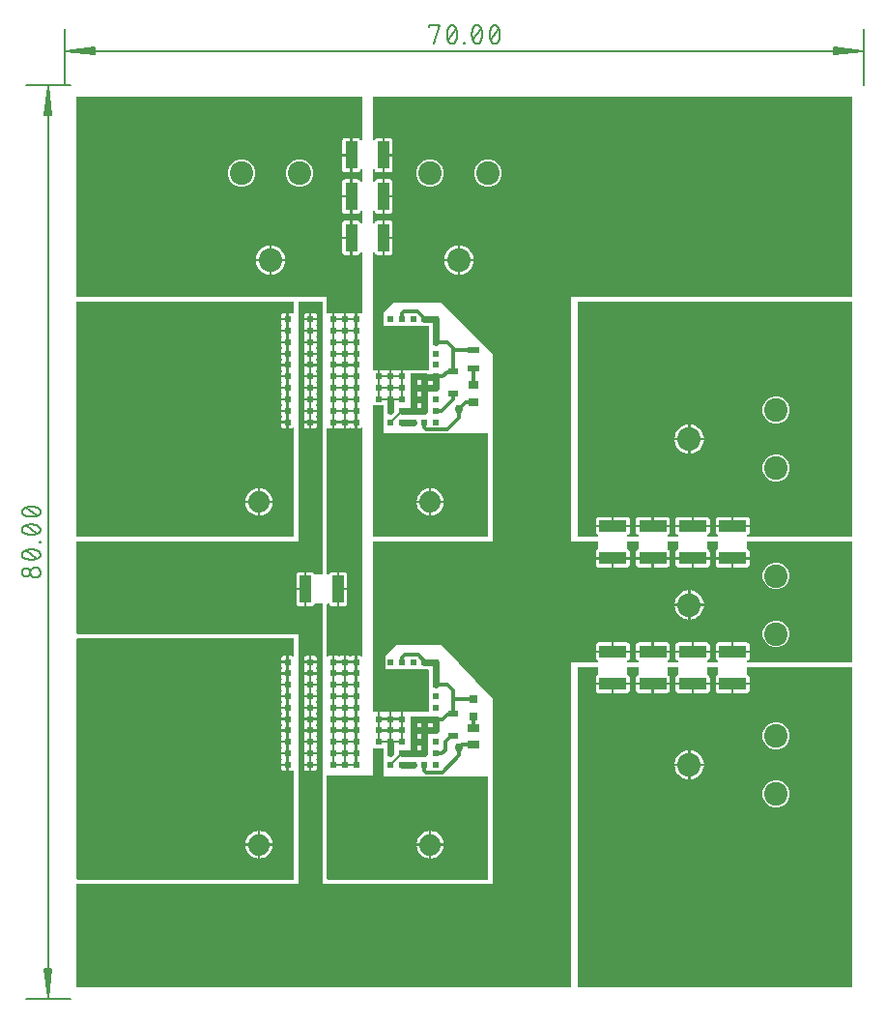
<source format=gbr>
G04 EAGLE Gerber RS-274X export*
G75*
%MOMM*%
%FSLAX34Y34*%
%LPD*%
%INTop Copper*%
%IPPOS*%
%AMOC8*
5,1,8,0,0,1.08239X$1,22.5*%
G01*
%ADD10C,0.130000*%
%ADD11C,0.152400*%
%ADD12R,0.939800X0.553200*%
%ADD13R,1.061200X2.489200*%
%ADD14R,0.609600X0.609600*%
%ADD15C,2.057400*%
%ADD16R,0.990600X0.708000*%
%ADD17R,0.799997X0.750000*%
%ADD18R,0.812800X0.756400*%
%ADD19R,1.000000X0.550000*%
%ADD20C,1.879600*%
%ADD21R,2.489200X1.061200*%
%ADD22C,0.756400*%
%ADD23C,0.600000*%
%ADD24C,0.200000*%
%ADD25C,0.300000*%

G36*
X432908Y10162D02*
X432908Y10162D01*
X432917Y10161D01*
X433005Y10182D01*
X433095Y10200D01*
X433102Y10205D01*
X433110Y10207D01*
X433183Y10261D01*
X433259Y10313D01*
X433263Y10320D01*
X433270Y10325D01*
X433317Y10403D01*
X433366Y10480D01*
X433367Y10489D01*
X433372Y10496D01*
X433399Y10660D01*
X433399Y294501D01*
X456800Y294501D01*
X456808Y294502D01*
X456817Y294501D01*
X456905Y294522D01*
X456995Y294540D01*
X457002Y294545D01*
X457010Y294547D01*
X457083Y294601D01*
X457159Y294653D01*
X457163Y294660D01*
X457170Y294665D01*
X457217Y294743D01*
X457266Y294820D01*
X457267Y294829D01*
X457272Y294836D01*
X457299Y295000D01*
X457299Y295945D01*
X457291Y295987D01*
X457292Y296030D01*
X457271Y296084D01*
X457260Y296140D01*
X457235Y296175D01*
X457219Y296216D01*
X457179Y296256D01*
X457147Y296304D01*
X457111Y296327D01*
X457081Y296358D01*
X457016Y296387D01*
X456980Y296411D01*
X456957Y296415D01*
X456929Y296427D01*
X456573Y296522D01*
X455994Y296857D01*
X455521Y297330D01*
X455186Y297909D01*
X455013Y298556D01*
X455013Y303197D01*
X469500Y303197D01*
X469508Y303198D01*
X469516Y303197D01*
X469605Y303218D01*
X469695Y303236D01*
X469702Y303241D01*
X469710Y303243D01*
X469783Y303297D01*
X469859Y303349D01*
X469863Y303356D01*
X469870Y303361D01*
X469916Y303439D01*
X469966Y303516D01*
X469967Y303525D01*
X469971Y303532D01*
X469999Y303696D01*
X469999Y304197D01*
X470001Y304197D01*
X470001Y303696D01*
X470003Y303688D01*
X470001Y303680D01*
X470022Y303591D01*
X470040Y303501D01*
X470045Y303494D01*
X470047Y303486D01*
X470101Y303413D01*
X470153Y303337D01*
X470160Y303333D01*
X470165Y303326D01*
X470243Y303280D01*
X470321Y303230D01*
X470329Y303229D01*
X470336Y303225D01*
X470500Y303197D01*
X484987Y303197D01*
X484987Y298556D01*
X484814Y297909D01*
X484479Y297330D01*
X484006Y296857D01*
X483427Y296522D01*
X483071Y296427D01*
X483032Y296408D01*
X482990Y296398D01*
X482944Y296364D01*
X482893Y296338D01*
X482865Y296305D01*
X482830Y296280D01*
X482801Y296231D01*
X482764Y296187D01*
X482751Y296146D01*
X482728Y296109D01*
X482717Y296039D01*
X482704Y295998D01*
X482706Y295974D01*
X482701Y295945D01*
X482701Y295000D01*
X482702Y294992D01*
X482701Y294983D01*
X482722Y294895D01*
X482740Y294805D01*
X482745Y294798D01*
X482747Y294790D01*
X482801Y294717D01*
X482853Y294641D01*
X482860Y294637D01*
X482865Y294630D01*
X482943Y294583D01*
X483020Y294534D01*
X483029Y294533D01*
X483036Y294528D01*
X483200Y294501D01*
X491800Y294501D01*
X491808Y294502D01*
X491817Y294501D01*
X491905Y294522D01*
X491995Y294540D01*
X492002Y294545D01*
X492010Y294547D01*
X492083Y294601D01*
X492159Y294653D01*
X492163Y294660D01*
X492170Y294665D01*
X492217Y294743D01*
X492266Y294820D01*
X492267Y294829D01*
X492272Y294836D01*
X492299Y295000D01*
X492299Y295945D01*
X492291Y295987D01*
X492292Y296030D01*
X492271Y296084D01*
X492260Y296140D01*
X492235Y296175D01*
X492219Y296216D01*
X492179Y296256D01*
X492147Y296304D01*
X492111Y296327D01*
X492081Y296358D01*
X492016Y296387D01*
X491980Y296411D01*
X491957Y296415D01*
X491929Y296427D01*
X491573Y296522D01*
X490994Y296857D01*
X490521Y297330D01*
X490186Y297909D01*
X490013Y298556D01*
X490013Y303197D01*
X504500Y303197D01*
X504508Y303198D01*
X504516Y303197D01*
X504605Y303218D01*
X504695Y303236D01*
X504702Y303241D01*
X504710Y303243D01*
X504783Y303297D01*
X504859Y303349D01*
X504863Y303356D01*
X504870Y303361D01*
X504916Y303439D01*
X504966Y303516D01*
X504967Y303525D01*
X504971Y303532D01*
X504999Y303696D01*
X504999Y304197D01*
X505001Y304197D01*
X505001Y303696D01*
X505003Y303688D01*
X505001Y303680D01*
X505022Y303591D01*
X505040Y303501D01*
X505045Y303494D01*
X505047Y303486D01*
X505101Y303413D01*
X505153Y303337D01*
X505160Y303333D01*
X505165Y303326D01*
X505243Y303280D01*
X505321Y303230D01*
X505329Y303229D01*
X505336Y303225D01*
X505500Y303197D01*
X519987Y303197D01*
X519987Y298556D01*
X519814Y297909D01*
X519479Y297330D01*
X519006Y296857D01*
X518427Y296522D01*
X518071Y296427D01*
X518032Y296408D01*
X517990Y296398D01*
X517944Y296364D01*
X517893Y296338D01*
X517865Y296305D01*
X517830Y296280D01*
X517801Y296231D01*
X517764Y296187D01*
X517750Y296146D01*
X517728Y296109D01*
X517717Y296039D01*
X517704Y295998D01*
X517706Y295974D01*
X517701Y295945D01*
X517701Y295000D01*
X517702Y294992D01*
X517701Y294983D01*
X517722Y294895D01*
X517740Y294805D01*
X517745Y294798D01*
X517747Y294790D01*
X517801Y294717D01*
X517853Y294641D01*
X517860Y294637D01*
X517865Y294630D01*
X517943Y294583D01*
X518020Y294534D01*
X518029Y294533D01*
X518036Y294528D01*
X518200Y294501D01*
X526800Y294501D01*
X526808Y294502D01*
X526817Y294501D01*
X526905Y294522D01*
X526995Y294540D01*
X527002Y294545D01*
X527010Y294547D01*
X527083Y294601D01*
X527159Y294653D01*
X527163Y294660D01*
X527170Y294665D01*
X527217Y294743D01*
X527266Y294820D01*
X527267Y294829D01*
X527272Y294836D01*
X527299Y295000D01*
X527299Y295945D01*
X527291Y295987D01*
X527292Y296030D01*
X527271Y296084D01*
X527260Y296140D01*
X527235Y296175D01*
X527219Y296216D01*
X527179Y296256D01*
X527147Y296304D01*
X527111Y296327D01*
X527081Y296358D01*
X527016Y296387D01*
X526980Y296411D01*
X526957Y296415D01*
X526929Y296427D01*
X526573Y296522D01*
X525994Y296857D01*
X525521Y297330D01*
X525186Y297909D01*
X525013Y298556D01*
X525013Y303197D01*
X539500Y303197D01*
X539508Y303198D01*
X539516Y303197D01*
X539605Y303218D01*
X539695Y303236D01*
X539702Y303241D01*
X539710Y303243D01*
X539783Y303297D01*
X539859Y303349D01*
X539863Y303356D01*
X539870Y303361D01*
X539916Y303439D01*
X539966Y303516D01*
X539967Y303525D01*
X539971Y303532D01*
X539999Y303696D01*
X539999Y304197D01*
X540001Y304197D01*
X540001Y303696D01*
X540003Y303688D01*
X540001Y303680D01*
X540022Y303591D01*
X540040Y303501D01*
X540045Y303494D01*
X540047Y303486D01*
X540101Y303413D01*
X540153Y303337D01*
X540160Y303333D01*
X540165Y303326D01*
X540243Y303280D01*
X540321Y303230D01*
X540329Y303229D01*
X540336Y303225D01*
X540500Y303197D01*
X554987Y303197D01*
X554987Y298556D01*
X554814Y297909D01*
X554479Y297330D01*
X554006Y296857D01*
X553427Y296522D01*
X553071Y296427D01*
X553032Y296408D01*
X552990Y296398D01*
X552944Y296364D01*
X552893Y296338D01*
X552865Y296305D01*
X552830Y296280D01*
X552801Y296231D01*
X552764Y296187D01*
X552750Y296146D01*
X552728Y296109D01*
X552717Y296039D01*
X552704Y295998D01*
X552706Y295974D01*
X552701Y295945D01*
X552701Y295000D01*
X552702Y294992D01*
X552701Y294983D01*
X552722Y294895D01*
X552740Y294805D01*
X552745Y294798D01*
X552747Y294790D01*
X552801Y294717D01*
X552853Y294641D01*
X552860Y294637D01*
X552865Y294630D01*
X552943Y294583D01*
X553020Y294534D01*
X553029Y294533D01*
X553036Y294528D01*
X553200Y294501D01*
X561800Y294501D01*
X561808Y294502D01*
X561817Y294501D01*
X561905Y294522D01*
X561995Y294540D01*
X562002Y294545D01*
X562010Y294547D01*
X562083Y294601D01*
X562159Y294653D01*
X562163Y294660D01*
X562170Y294665D01*
X562217Y294743D01*
X562266Y294820D01*
X562267Y294829D01*
X562272Y294836D01*
X562299Y295000D01*
X562299Y295945D01*
X562291Y295987D01*
X562292Y296030D01*
X562271Y296084D01*
X562260Y296140D01*
X562235Y296175D01*
X562219Y296216D01*
X562179Y296257D01*
X562147Y296304D01*
X562111Y296327D01*
X562080Y296358D01*
X562016Y296387D01*
X561980Y296411D01*
X561957Y296415D01*
X561929Y296427D01*
X561573Y296522D01*
X560994Y296857D01*
X560521Y297330D01*
X560186Y297909D01*
X560013Y298556D01*
X560013Y303197D01*
X574500Y303197D01*
X574508Y303198D01*
X574516Y303197D01*
X574605Y303218D01*
X574695Y303236D01*
X574702Y303241D01*
X574710Y303243D01*
X574783Y303297D01*
X574859Y303349D01*
X574863Y303356D01*
X574870Y303361D01*
X574916Y303439D01*
X574966Y303516D01*
X574967Y303525D01*
X574971Y303532D01*
X574999Y303696D01*
X574999Y304197D01*
X575001Y304197D01*
X575001Y303696D01*
X575003Y303688D01*
X575001Y303680D01*
X575022Y303591D01*
X575040Y303501D01*
X575045Y303494D01*
X575047Y303486D01*
X575101Y303413D01*
X575153Y303337D01*
X575160Y303333D01*
X575165Y303326D01*
X575243Y303280D01*
X575321Y303230D01*
X575329Y303229D01*
X575336Y303225D01*
X575500Y303197D01*
X589987Y303197D01*
X589987Y298556D01*
X589814Y297909D01*
X589479Y297330D01*
X589006Y296857D01*
X588427Y296522D01*
X588071Y296427D01*
X588032Y296408D01*
X587990Y296398D01*
X587944Y296364D01*
X587893Y296338D01*
X587865Y296305D01*
X587830Y296280D01*
X587801Y296231D01*
X587764Y296187D01*
X587750Y296146D01*
X587728Y296109D01*
X587717Y296039D01*
X587704Y295998D01*
X587706Y295974D01*
X587701Y295945D01*
X587701Y295000D01*
X587702Y294992D01*
X587701Y294983D01*
X587722Y294895D01*
X587740Y294805D01*
X587745Y294798D01*
X587747Y294790D01*
X587801Y294717D01*
X587853Y294641D01*
X587860Y294637D01*
X587865Y294630D01*
X587943Y294583D01*
X588020Y294534D01*
X588029Y294533D01*
X588036Y294528D01*
X588200Y294501D01*
X679340Y294501D01*
X679348Y294502D01*
X679357Y294501D01*
X679445Y294522D01*
X679535Y294540D01*
X679542Y294545D01*
X679550Y294547D01*
X679623Y294601D01*
X679699Y294653D01*
X679703Y294660D01*
X679710Y294665D01*
X679757Y294743D01*
X679806Y294820D01*
X679807Y294829D01*
X679812Y294836D01*
X679839Y295000D01*
X679839Y400000D01*
X679838Y400008D01*
X679839Y400017D01*
X679818Y400105D01*
X679800Y400195D01*
X679795Y400202D01*
X679793Y400210D01*
X679739Y400283D01*
X679687Y400359D01*
X679680Y400363D01*
X679675Y400370D01*
X679597Y400417D01*
X679520Y400466D01*
X679511Y400467D01*
X679504Y400472D01*
X679340Y400499D01*
X588200Y400499D01*
X588192Y400498D01*
X588183Y400499D01*
X588095Y400478D01*
X588005Y400460D01*
X587998Y400455D01*
X587990Y400453D01*
X587917Y400399D01*
X587841Y400347D01*
X587837Y400340D01*
X587830Y400335D01*
X587783Y400257D01*
X587734Y400180D01*
X587733Y400171D01*
X587728Y400164D01*
X587701Y400000D01*
X587701Y394055D01*
X587709Y394013D01*
X587708Y393970D01*
X587729Y393916D01*
X587740Y393860D01*
X587765Y393825D01*
X587781Y393784D01*
X587821Y393743D01*
X587853Y393696D01*
X587889Y393673D01*
X587920Y393642D01*
X587984Y393613D01*
X588020Y393589D01*
X588043Y393585D01*
X588071Y393573D01*
X588427Y393478D01*
X589006Y393143D01*
X589479Y392670D01*
X589814Y392091D01*
X589987Y391444D01*
X589987Y386803D01*
X575500Y386803D01*
X575492Y386801D01*
X575484Y386803D01*
X575395Y386782D01*
X575305Y386764D01*
X575298Y386759D01*
X575290Y386757D01*
X575217Y386703D01*
X575141Y386651D01*
X575137Y386644D01*
X575130Y386639D01*
X575084Y386561D01*
X575034Y386483D01*
X575033Y386475D01*
X575029Y386468D01*
X575001Y386304D01*
X575001Y385803D01*
X574999Y385803D01*
X574999Y386304D01*
X574997Y386312D01*
X574999Y386320D01*
X574978Y386409D01*
X574960Y386499D01*
X574955Y386506D01*
X574953Y386514D01*
X574899Y386587D01*
X574847Y386663D01*
X574840Y386667D01*
X574835Y386674D01*
X574757Y386720D01*
X574679Y386770D01*
X574671Y386771D01*
X574664Y386775D01*
X574500Y386803D01*
X560013Y386803D01*
X560013Y391444D01*
X560186Y392091D01*
X560521Y392670D01*
X560994Y393143D01*
X561573Y393478D01*
X561929Y393573D01*
X561968Y393592D01*
X562010Y393602D01*
X562056Y393636D01*
X562107Y393662D01*
X562135Y393695D01*
X562170Y393720D01*
X562199Y393769D01*
X562236Y393813D01*
X562249Y393854D01*
X562272Y393891D01*
X562283Y393961D01*
X562296Y394002D01*
X562294Y394026D01*
X562299Y394055D01*
X562299Y400000D01*
X562298Y400008D01*
X562299Y400017D01*
X562278Y400105D01*
X562260Y400195D01*
X562255Y400202D01*
X562253Y400210D01*
X562199Y400283D01*
X562147Y400359D01*
X562140Y400363D01*
X562135Y400370D01*
X562057Y400417D01*
X561980Y400466D01*
X561971Y400467D01*
X561964Y400472D01*
X561800Y400499D01*
X553200Y400499D01*
X553192Y400498D01*
X553183Y400499D01*
X553095Y400478D01*
X553005Y400460D01*
X552998Y400455D01*
X552990Y400453D01*
X552917Y400399D01*
X552841Y400347D01*
X552837Y400340D01*
X552830Y400335D01*
X552783Y400257D01*
X552734Y400180D01*
X552733Y400171D01*
X552728Y400164D01*
X552701Y400000D01*
X552701Y394055D01*
X552709Y394013D01*
X552708Y393970D01*
X552729Y393916D01*
X552740Y393860D01*
X552765Y393825D01*
X552781Y393784D01*
X552821Y393744D01*
X552853Y393696D01*
X552889Y393673D01*
X552919Y393642D01*
X552984Y393613D01*
X553020Y393589D01*
X553043Y393585D01*
X553071Y393573D01*
X553427Y393478D01*
X554006Y393143D01*
X554479Y392670D01*
X554814Y392091D01*
X554987Y391444D01*
X554987Y386803D01*
X540500Y386803D01*
X540492Y386801D01*
X540484Y386803D01*
X540395Y386782D01*
X540305Y386764D01*
X540298Y386759D01*
X540290Y386757D01*
X540217Y386703D01*
X540141Y386651D01*
X540137Y386644D01*
X540130Y386639D01*
X540084Y386561D01*
X540034Y386483D01*
X540033Y386475D01*
X540029Y386468D01*
X540001Y386304D01*
X540001Y385803D01*
X539999Y385803D01*
X539999Y386304D01*
X539997Y386312D01*
X539999Y386320D01*
X539978Y386409D01*
X539960Y386499D01*
X539955Y386506D01*
X539953Y386514D01*
X539899Y386587D01*
X539847Y386663D01*
X539840Y386667D01*
X539835Y386674D01*
X539757Y386720D01*
X539679Y386770D01*
X539671Y386771D01*
X539664Y386775D01*
X539500Y386803D01*
X525013Y386803D01*
X525013Y391444D01*
X525186Y392091D01*
X525521Y392670D01*
X525994Y393143D01*
X526573Y393478D01*
X526929Y393573D01*
X526968Y393592D01*
X527010Y393602D01*
X527056Y393636D01*
X527107Y393662D01*
X527135Y393695D01*
X527170Y393720D01*
X527199Y393769D01*
X527236Y393813D01*
X527250Y393854D01*
X527272Y393891D01*
X527283Y393961D01*
X527296Y394002D01*
X527294Y394026D01*
X527299Y394055D01*
X527299Y400000D01*
X527298Y400008D01*
X527299Y400017D01*
X527278Y400105D01*
X527260Y400195D01*
X527255Y400202D01*
X527253Y400210D01*
X527199Y400283D01*
X527147Y400359D01*
X527140Y400363D01*
X527135Y400370D01*
X527057Y400417D01*
X526980Y400466D01*
X526971Y400467D01*
X526964Y400472D01*
X526800Y400499D01*
X518200Y400499D01*
X518192Y400498D01*
X518183Y400499D01*
X518095Y400478D01*
X518005Y400460D01*
X517998Y400455D01*
X517990Y400453D01*
X517917Y400399D01*
X517841Y400347D01*
X517837Y400340D01*
X517830Y400335D01*
X517783Y400257D01*
X517734Y400180D01*
X517733Y400171D01*
X517728Y400164D01*
X517701Y400000D01*
X517701Y394055D01*
X517709Y394013D01*
X517708Y393970D01*
X517729Y393916D01*
X517740Y393860D01*
X517765Y393825D01*
X517781Y393784D01*
X517821Y393744D01*
X517853Y393696D01*
X517889Y393673D01*
X517919Y393642D01*
X517984Y393613D01*
X518020Y393589D01*
X518043Y393585D01*
X518071Y393573D01*
X518427Y393478D01*
X519006Y393143D01*
X519479Y392670D01*
X519814Y392091D01*
X519987Y391444D01*
X519987Y386803D01*
X505500Y386803D01*
X505492Y386801D01*
X505484Y386803D01*
X505395Y386782D01*
X505305Y386764D01*
X505298Y386759D01*
X505290Y386757D01*
X505217Y386703D01*
X505141Y386651D01*
X505137Y386644D01*
X505130Y386639D01*
X505084Y386561D01*
X505034Y386483D01*
X505033Y386475D01*
X505029Y386468D01*
X505001Y386304D01*
X505001Y385803D01*
X504999Y385803D01*
X504999Y386304D01*
X504997Y386312D01*
X504999Y386320D01*
X504978Y386409D01*
X504960Y386499D01*
X504955Y386506D01*
X504953Y386514D01*
X504899Y386587D01*
X504847Y386663D01*
X504840Y386667D01*
X504835Y386674D01*
X504757Y386720D01*
X504679Y386770D01*
X504671Y386771D01*
X504664Y386775D01*
X504500Y386803D01*
X490013Y386803D01*
X490013Y391444D01*
X490186Y392091D01*
X490521Y392670D01*
X490994Y393143D01*
X491573Y393478D01*
X491929Y393573D01*
X491968Y393592D01*
X492010Y393602D01*
X492056Y393636D01*
X492107Y393662D01*
X492135Y393695D01*
X492170Y393720D01*
X492199Y393769D01*
X492236Y393813D01*
X492250Y393854D01*
X492272Y393891D01*
X492283Y393961D01*
X492296Y394002D01*
X492294Y394026D01*
X492299Y394055D01*
X492299Y400000D01*
X492298Y400008D01*
X492299Y400017D01*
X492278Y400105D01*
X492260Y400195D01*
X492255Y400202D01*
X492253Y400210D01*
X492199Y400283D01*
X492147Y400359D01*
X492140Y400363D01*
X492135Y400370D01*
X492057Y400417D01*
X491980Y400466D01*
X491971Y400467D01*
X491964Y400472D01*
X491800Y400499D01*
X483200Y400499D01*
X483192Y400498D01*
X483183Y400499D01*
X483095Y400478D01*
X483005Y400460D01*
X482998Y400455D01*
X482990Y400453D01*
X482917Y400399D01*
X482841Y400347D01*
X482837Y400340D01*
X482830Y400335D01*
X482783Y400257D01*
X482734Y400180D01*
X482733Y400171D01*
X482728Y400164D01*
X482701Y400000D01*
X482701Y394055D01*
X482709Y394013D01*
X482708Y393970D01*
X482729Y393916D01*
X482740Y393860D01*
X482765Y393825D01*
X482781Y393784D01*
X482821Y393744D01*
X482853Y393696D01*
X482889Y393673D01*
X482919Y393642D01*
X482984Y393613D01*
X483020Y393589D01*
X483043Y393585D01*
X483071Y393573D01*
X483427Y393478D01*
X484006Y393143D01*
X484479Y392670D01*
X484814Y392091D01*
X484987Y391444D01*
X484987Y386803D01*
X470500Y386803D01*
X470492Y386801D01*
X470484Y386803D01*
X470395Y386782D01*
X470305Y386764D01*
X470298Y386759D01*
X470290Y386757D01*
X470217Y386703D01*
X470141Y386651D01*
X470137Y386644D01*
X470130Y386639D01*
X470084Y386561D01*
X470034Y386483D01*
X470033Y386475D01*
X470029Y386468D01*
X470001Y386304D01*
X470001Y385803D01*
X469999Y385803D01*
X469999Y386304D01*
X469997Y386312D01*
X469999Y386320D01*
X469978Y386409D01*
X469960Y386499D01*
X469955Y386506D01*
X469953Y386514D01*
X469899Y386587D01*
X469847Y386663D01*
X469840Y386667D01*
X469835Y386674D01*
X469757Y386720D01*
X469679Y386770D01*
X469671Y386771D01*
X469664Y386775D01*
X469500Y386803D01*
X455013Y386803D01*
X455013Y391444D01*
X455186Y392091D01*
X455521Y392670D01*
X455994Y393143D01*
X456573Y393478D01*
X456929Y393573D01*
X456968Y393592D01*
X457010Y393602D01*
X457056Y393636D01*
X457107Y393662D01*
X457135Y393695D01*
X457170Y393720D01*
X457199Y393769D01*
X457236Y393813D01*
X457250Y393854D01*
X457272Y393891D01*
X457283Y393961D01*
X457296Y394002D01*
X457294Y394026D01*
X457299Y394055D01*
X457299Y400000D01*
X457298Y400008D01*
X457299Y400017D01*
X457278Y400105D01*
X457260Y400195D01*
X457255Y400202D01*
X457253Y400210D01*
X457199Y400283D01*
X457147Y400359D01*
X457140Y400363D01*
X457135Y400370D01*
X457057Y400417D01*
X456980Y400466D01*
X456971Y400467D01*
X456964Y400472D01*
X456800Y400499D01*
X433399Y400499D01*
X433399Y614501D01*
X679340Y614501D01*
X679348Y614502D01*
X679357Y614501D01*
X679445Y614522D01*
X679535Y614540D01*
X679542Y614545D01*
X679550Y614547D01*
X679623Y614601D01*
X679699Y614653D01*
X679703Y614660D01*
X679710Y614665D01*
X679757Y614743D01*
X679806Y614820D01*
X679807Y614829D01*
X679812Y614836D01*
X679839Y615000D01*
X679839Y789340D01*
X679838Y789348D01*
X679839Y789357D01*
X679818Y789445D01*
X679800Y789535D01*
X679795Y789542D01*
X679793Y789550D01*
X679739Y789623D01*
X679687Y789699D01*
X679680Y789703D01*
X679675Y789710D01*
X679597Y789757D01*
X679520Y789806D01*
X679511Y789807D01*
X679504Y789812D01*
X679340Y789839D01*
X260000Y789839D01*
X259992Y789838D01*
X259983Y789839D01*
X259895Y789818D01*
X259805Y789800D01*
X259798Y789795D01*
X259790Y789793D01*
X259717Y789739D01*
X259641Y789687D01*
X259637Y789680D01*
X259630Y789675D01*
X259583Y789597D01*
X259534Y789520D01*
X259533Y789511D01*
X259528Y789504D01*
X259501Y789340D01*
X259501Y752000D01*
X259502Y751992D01*
X259501Y751983D01*
X259522Y751895D01*
X259540Y751805D01*
X259545Y751798D01*
X259547Y751790D01*
X259601Y751717D01*
X259653Y751641D01*
X259660Y751637D01*
X259665Y751630D01*
X259743Y751583D01*
X259820Y751534D01*
X259829Y751533D01*
X259836Y751528D01*
X260000Y751501D01*
X260945Y751501D01*
X260987Y751509D01*
X261030Y751508D01*
X261084Y751529D01*
X261140Y751540D01*
X261175Y751565D01*
X261216Y751581D01*
X261256Y751621D01*
X261304Y751653D01*
X261327Y751689D01*
X261358Y751719D01*
X261387Y751784D01*
X261411Y751820D01*
X261415Y751843D01*
X261427Y751871D01*
X261522Y752227D01*
X261857Y752806D01*
X262330Y753279D01*
X262909Y753614D01*
X263556Y753787D01*
X268197Y753787D01*
X268197Y739300D01*
X268198Y739292D01*
X268197Y739284D01*
X268218Y739195D01*
X268236Y739105D01*
X268241Y739098D01*
X268243Y739090D01*
X268297Y739017D01*
X268349Y738941D01*
X268356Y738937D01*
X268361Y738930D01*
X268439Y738884D01*
X268516Y738834D01*
X268525Y738833D01*
X268532Y738829D01*
X268696Y738801D01*
X269197Y738801D01*
X269197Y738799D01*
X268696Y738799D01*
X268688Y738797D01*
X268680Y738799D01*
X268591Y738778D01*
X268501Y738760D01*
X268494Y738755D01*
X268486Y738753D01*
X268413Y738699D01*
X268337Y738647D01*
X268333Y738640D01*
X268326Y738635D01*
X268280Y738557D01*
X268230Y738479D01*
X268229Y738471D01*
X268225Y738464D01*
X268197Y738300D01*
X268197Y723813D01*
X263556Y723813D01*
X262909Y723986D01*
X262330Y724321D01*
X261857Y724794D01*
X261522Y725373D01*
X261427Y725729D01*
X261409Y725766D01*
X261401Y725796D01*
X261401Y725797D01*
X261398Y725810D01*
X261364Y725856D01*
X261338Y725907D01*
X261305Y725935D01*
X261280Y725970D01*
X261231Y725999D01*
X261187Y726036D01*
X261146Y726050D01*
X261109Y726072D01*
X261039Y726083D01*
X260998Y726096D01*
X260974Y726094D01*
X260945Y726099D01*
X260000Y726099D01*
X259992Y726098D01*
X259983Y726099D01*
X259895Y726078D01*
X259805Y726060D01*
X259798Y726055D01*
X259790Y726053D01*
X259717Y725999D01*
X259641Y725947D01*
X259637Y725940D01*
X259630Y725935D01*
X259583Y725857D01*
X259534Y725780D01*
X259533Y725771D01*
X259528Y725764D01*
X259501Y725600D01*
X259501Y715800D01*
X259502Y715792D01*
X259501Y715783D01*
X259522Y715695D01*
X259540Y715605D01*
X259545Y715598D01*
X259547Y715590D01*
X259601Y715517D01*
X259653Y715441D01*
X259660Y715437D01*
X259665Y715430D01*
X259743Y715383D01*
X259820Y715334D01*
X259829Y715333D01*
X259836Y715328D01*
X260000Y715301D01*
X260945Y715301D01*
X260987Y715309D01*
X261030Y715308D01*
X261084Y715329D01*
X261140Y715340D01*
X261175Y715365D01*
X261216Y715381D01*
X261256Y715421D01*
X261304Y715453D01*
X261327Y715489D01*
X261358Y715519D01*
X261387Y715584D01*
X261411Y715620D01*
X261415Y715643D01*
X261427Y715671D01*
X261522Y716027D01*
X261857Y716606D01*
X262330Y717079D01*
X262909Y717414D01*
X263556Y717587D01*
X268197Y717587D01*
X268197Y703100D01*
X268198Y703092D01*
X268197Y703084D01*
X268218Y702995D01*
X268236Y702905D01*
X268241Y702898D01*
X268243Y702890D01*
X268297Y702817D01*
X268349Y702741D01*
X268356Y702737D01*
X268361Y702730D01*
X268439Y702684D01*
X268516Y702634D01*
X268525Y702633D01*
X268532Y702629D01*
X268696Y702601D01*
X269197Y702601D01*
X269197Y702599D01*
X268696Y702599D01*
X268688Y702597D01*
X268680Y702599D01*
X268591Y702578D01*
X268501Y702560D01*
X268494Y702555D01*
X268486Y702553D01*
X268413Y702499D01*
X268337Y702447D01*
X268333Y702440D01*
X268326Y702435D01*
X268280Y702357D01*
X268230Y702279D01*
X268229Y702271D01*
X268225Y702264D01*
X268197Y702100D01*
X268197Y687613D01*
X263556Y687613D01*
X262909Y687786D01*
X262330Y688121D01*
X261857Y688594D01*
X261522Y689173D01*
X261427Y689529D01*
X261408Y689568D01*
X261398Y689610D01*
X261364Y689656D01*
X261338Y689707D01*
X261305Y689735D01*
X261280Y689770D01*
X261231Y689799D01*
X261187Y689836D01*
X261146Y689850D01*
X261109Y689872D01*
X261039Y689883D01*
X260998Y689896D01*
X260974Y689894D01*
X260945Y689899D01*
X260000Y689899D01*
X259992Y689898D01*
X259983Y689899D01*
X259895Y689878D01*
X259805Y689860D01*
X259798Y689855D01*
X259790Y689853D01*
X259717Y689799D01*
X259641Y689747D01*
X259637Y689740D01*
X259630Y689735D01*
X259583Y689657D01*
X259534Y689580D01*
X259533Y689571D01*
X259528Y689564D01*
X259501Y689400D01*
X259501Y679600D01*
X259502Y679592D01*
X259501Y679583D01*
X259522Y679495D01*
X259540Y679405D01*
X259545Y679398D01*
X259547Y679390D01*
X259601Y679317D01*
X259653Y679241D01*
X259660Y679237D01*
X259665Y679230D01*
X259743Y679183D01*
X259820Y679134D01*
X259829Y679133D01*
X259836Y679128D01*
X260000Y679101D01*
X260945Y679101D01*
X260987Y679109D01*
X261030Y679108D01*
X261084Y679129D01*
X261140Y679140D01*
X261175Y679165D01*
X261216Y679181D01*
X261256Y679221D01*
X261304Y679253D01*
X261327Y679289D01*
X261358Y679319D01*
X261387Y679384D01*
X261411Y679420D01*
X261415Y679443D01*
X261427Y679471D01*
X261522Y679827D01*
X261857Y680406D01*
X262330Y680879D01*
X262909Y681214D01*
X263556Y681387D01*
X268197Y681387D01*
X268197Y666900D01*
X268198Y666892D01*
X268197Y666884D01*
X268218Y666795D01*
X268236Y666705D01*
X268241Y666698D01*
X268243Y666690D01*
X268297Y666617D01*
X268349Y666541D01*
X268356Y666537D01*
X268361Y666530D01*
X268439Y666484D01*
X268516Y666434D01*
X268525Y666433D01*
X268532Y666429D01*
X268696Y666401D01*
X269197Y666401D01*
X269197Y666399D01*
X268696Y666399D01*
X268688Y666397D01*
X268680Y666399D01*
X268591Y666378D01*
X268501Y666360D01*
X268494Y666355D01*
X268486Y666353D01*
X268413Y666299D01*
X268337Y666247D01*
X268333Y666240D01*
X268326Y666235D01*
X268280Y666157D01*
X268230Y666079D01*
X268229Y666071D01*
X268225Y666064D01*
X268197Y665900D01*
X268197Y651413D01*
X263556Y651413D01*
X262909Y651586D01*
X262330Y651921D01*
X261857Y652394D01*
X261522Y652973D01*
X261427Y653329D01*
X261408Y653367D01*
X261399Y653405D01*
X261398Y653410D01*
X261364Y653456D01*
X261338Y653507D01*
X261305Y653535D01*
X261280Y653570D01*
X261231Y653599D01*
X261187Y653636D01*
X261146Y653650D01*
X261109Y653672D01*
X261039Y653683D01*
X260998Y653696D01*
X260974Y653694D01*
X260945Y653699D01*
X260000Y653699D01*
X259992Y653698D01*
X259983Y653699D01*
X259895Y653678D01*
X259805Y653660D01*
X259798Y653655D01*
X259790Y653653D01*
X259717Y653599D01*
X259641Y653547D01*
X259637Y653540D01*
X259630Y653535D01*
X259583Y653457D01*
X259534Y653380D01*
X259533Y653371D01*
X259528Y653364D01*
X259501Y653200D01*
X259501Y551250D01*
X259502Y551242D01*
X259501Y551233D01*
X259522Y551145D01*
X259540Y551055D01*
X259545Y551048D01*
X259547Y551040D01*
X259601Y550967D01*
X259653Y550891D01*
X259660Y550887D01*
X259665Y550880D01*
X259743Y550833D01*
X259820Y550784D01*
X259829Y550783D01*
X259836Y550778D01*
X260000Y550751D01*
X264001Y550751D01*
X264001Y545500D01*
X264002Y545492D01*
X264001Y545484D01*
X264022Y545395D01*
X264040Y545305D01*
X264045Y545298D01*
X264047Y545290D01*
X264101Y545217D01*
X264153Y545141D01*
X264160Y545137D01*
X264165Y545130D01*
X264243Y545084D01*
X264320Y545034D01*
X264329Y545033D01*
X264336Y545029D01*
X264500Y545001D01*
X265001Y545001D01*
X265001Y544999D01*
X264500Y544999D01*
X264492Y544997D01*
X264484Y544999D01*
X264395Y544978D01*
X264305Y544960D01*
X264298Y544955D01*
X264290Y544953D01*
X264217Y544899D01*
X264141Y544847D01*
X264137Y544840D01*
X264130Y544835D01*
X264084Y544757D01*
X264034Y544679D01*
X264033Y544671D01*
X264029Y544664D01*
X264001Y544500D01*
X264001Y535500D01*
X264002Y535492D01*
X264001Y535484D01*
X264022Y535395D01*
X264040Y535305D01*
X264045Y535298D01*
X264047Y535290D01*
X264101Y535217D01*
X264153Y535141D01*
X264160Y535137D01*
X264165Y535130D01*
X264243Y535084D01*
X264320Y535034D01*
X264329Y535033D01*
X264336Y535029D01*
X264500Y535001D01*
X265001Y535001D01*
X265001Y534999D01*
X264500Y534999D01*
X264492Y534997D01*
X264484Y534999D01*
X264395Y534978D01*
X264305Y534960D01*
X264298Y534955D01*
X264290Y534953D01*
X264217Y534899D01*
X264141Y534847D01*
X264137Y534840D01*
X264130Y534835D01*
X264084Y534757D01*
X264034Y534679D01*
X264033Y534671D01*
X264029Y534664D01*
X264001Y534500D01*
X264001Y525500D01*
X264002Y525492D01*
X264001Y525484D01*
X264022Y525395D01*
X264040Y525305D01*
X264045Y525298D01*
X264047Y525290D01*
X264101Y525217D01*
X264153Y525141D01*
X264160Y525137D01*
X264165Y525130D01*
X264243Y525084D01*
X264320Y525034D01*
X264329Y525033D01*
X264336Y525029D01*
X264500Y525001D01*
X265001Y525001D01*
X265001Y525000D01*
X265003Y524992D01*
X265001Y524983D01*
X265022Y524895D01*
X265040Y524805D01*
X265045Y524798D01*
X265047Y524790D01*
X265101Y524717D01*
X265153Y524641D01*
X265160Y524637D01*
X265165Y524630D01*
X265243Y524583D01*
X265321Y524534D01*
X265329Y524533D01*
X265336Y524528D01*
X265500Y524501D01*
X274500Y524501D01*
X274508Y524502D01*
X274516Y524501D01*
X274605Y524522D01*
X274695Y524540D01*
X274702Y524545D01*
X274710Y524547D01*
X274783Y524601D01*
X274859Y524653D01*
X274863Y524660D01*
X274870Y524665D01*
X274916Y524743D01*
X274966Y524820D01*
X274967Y524829D01*
X274971Y524836D01*
X274999Y525000D01*
X274999Y525001D01*
X275001Y525001D01*
X275001Y525000D01*
X275003Y524992D01*
X275001Y524983D01*
X275022Y524895D01*
X275040Y524805D01*
X275045Y524798D01*
X275047Y524790D01*
X275101Y524717D01*
X275153Y524641D01*
X275160Y524637D01*
X275165Y524630D01*
X275243Y524583D01*
X275321Y524534D01*
X275329Y524533D01*
X275336Y524528D01*
X275500Y524501D01*
X284500Y524501D01*
X284508Y524502D01*
X284516Y524501D01*
X284605Y524522D01*
X284695Y524540D01*
X284702Y524545D01*
X284710Y524547D01*
X284783Y524601D01*
X284859Y524653D01*
X284863Y524660D01*
X284870Y524665D01*
X284916Y524743D01*
X284966Y524820D01*
X284967Y524829D01*
X284971Y524836D01*
X284999Y525000D01*
X284999Y525001D01*
X285500Y525001D01*
X285508Y525003D01*
X285516Y525001D01*
X285605Y525022D01*
X285695Y525040D01*
X285702Y525045D01*
X285710Y525047D01*
X285783Y525101D01*
X285859Y525153D01*
X285863Y525160D01*
X285870Y525165D01*
X285916Y525243D01*
X285966Y525321D01*
X285967Y525329D01*
X285971Y525336D01*
X285999Y525500D01*
X285999Y534500D01*
X285997Y534508D01*
X285999Y534516D01*
X285978Y534605D01*
X285960Y534695D01*
X285955Y534702D01*
X285953Y534710D01*
X285899Y534783D01*
X285847Y534859D01*
X285840Y534863D01*
X285835Y534870D01*
X285757Y534916D01*
X285679Y534966D01*
X285671Y534967D01*
X285664Y534971D01*
X285500Y534999D01*
X284999Y534999D01*
X284999Y535001D01*
X285500Y535001D01*
X285508Y535003D01*
X285516Y535001D01*
X285605Y535022D01*
X285695Y535040D01*
X285702Y535045D01*
X285710Y535047D01*
X285783Y535101D01*
X285859Y535153D01*
X285863Y535160D01*
X285870Y535165D01*
X285916Y535243D01*
X285966Y535321D01*
X285967Y535329D01*
X285971Y535336D01*
X285999Y535500D01*
X285999Y544500D01*
X285997Y544508D01*
X285999Y544516D01*
X285978Y544605D01*
X285960Y544695D01*
X285955Y544702D01*
X285953Y544710D01*
X285899Y544783D01*
X285847Y544859D01*
X285840Y544863D01*
X285835Y544870D01*
X285757Y544916D01*
X285679Y544966D01*
X285671Y544967D01*
X285664Y544971D01*
X285500Y544999D01*
X284999Y544999D01*
X284999Y545001D01*
X285500Y545001D01*
X285508Y545003D01*
X285516Y545001D01*
X285605Y545022D01*
X285695Y545040D01*
X285702Y545045D01*
X285710Y545047D01*
X285783Y545101D01*
X285859Y545153D01*
X285863Y545160D01*
X285870Y545165D01*
X285916Y545243D01*
X285966Y545321D01*
X285967Y545329D01*
X285971Y545336D01*
X285999Y545500D01*
X285999Y550751D01*
X308700Y550751D01*
X308708Y550752D01*
X308717Y550751D01*
X308805Y550772D01*
X308895Y550790D01*
X308902Y550795D01*
X308910Y550797D01*
X308983Y550851D01*
X309059Y550903D01*
X309063Y550910D01*
X309070Y550915D01*
X309117Y550993D01*
X309166Y551070D01*
X309167Y551079D01*
X309172Y551086D01*
X309199Y551250D01*
X309199Y589050D01*
X309198Y589058D01*
X309199Y589067D01*
X309178Y589155D01*
X309160Y589245D01*
X309155Y589252D01*
X309153Y589260D01*
X309099Y589333D01*
X309047Y589409D01*
X309040Y589413D01*
X309035Y589420D01*
X308957Y589467D01*
X308880Y589516D01*
X308871Y589517D01*
X308864Y589522D01*
X308700Y589549D01*
X269499Y589549D01*
X269499Y600881D01*
X277955Y609251D01*
X320043Y609251D01*
X364501Y564793D01*
X364501Y400499D01*
X260000Y400499D01*
X259992Y400498D01*
X259983Y400499D01*
X259895Y400478D01*
X259805Y400460D01*
X259798Y400455D01*
X259790Y400453D01*
X259717Y400399D01*
X259641Y400347D01*
X259637Y400340D01*
X259630Y400335D01*
X259583Y400257D01*
X259534Y400180D01*
X259533Y400171D01*
X259528Y400164D01*
X259501Y400000D01*
X259501Y251850D01*
X259502Y251842D01*
X259501Y251833D01*
X259522Y251745D01*
X259540Y251655D01*
X259545Y251648D01*
X259547Y251640D01*
X259601Y251567D01*
X259653Y251491D01*
X259660Y251487D01*
X259665Y251480D01*
X259743Y251433D01*
X259820Y251384D01*
X259829Y251383D01*
X259836Y251378D01*
X260000Y251351D01*
X264001Y251351D01*
X264001Y245500D01*
X264002Y245492D01*
X264001Y245484D01*
X264022Y245395D01*
X264040Y245305D01*
X264045Y245298D01*
X264047Y245290D01*
X264101Y245217D01*
X264153Y245141D01*
X264160Y245137D01*
X264165Y245130D01*
X264243Y245084D01*
X264320Y245034D01*
X264329Y245033D01*
X264336Y245029D01*
X264500Y245001D01*
X265001Y245001D01*
X265001Y244999D01*
X264500Y244999D01*
X264492Y244997D01*
X264484Y244999D01*
X264395Y244978D01*
X264305Y244960D01*
X264298Y244955D01*
X264290Y244953D01*
X264217Y244899D01*
X264141Y244847D01*
X264137Y244840D01*
X264130Y244835D01*
X264084Y244757D01*
X264034Y244679D01*
X264033Y244671D01*
X264029Y244664D01*
X264001Y244500D01*
X264001Y235500D01*
X264002Y235492D01*
X264001Y235484D01*
X264022Y235395D01*
X264040Y235305D01*
X264045Y235298D01*
X264047Y235290D01*
X264101Y235217D01*
X264153Y235141D01*
X264160Y235137D01*
X264165Y235130D01*
X264243Y235084D01*
X264320Y235034D01*
X264329Y235033D01*
X264336Y235029D01*
X264500Y235001D01*
X265001Y235001D01*
X265001Y234999D01*
X264500Y234999D01*
X264492Y234997D01*
X264484Y234999D01*
X264395Y234978D01*
X264305Y234960D01*
X264298Y234955D01*
X264290Y234953D01*
X264217Y234899D01*
X264141Y234847D01*
X264137Y234840D01*
X264130Y234835D01*
X264084Y234757D01*
X264034Y234679D01*
X264033Y234671D01*
X264029Y234664D01*
X264001Y234500D01*
X264001Y225500D01*
X264002Y225492D01*
X264001Y225484D01*
X264022Y225395D01*
X264040Y225305D01*
X264045Y225298D01*
X264047Y225290D01*
X264101Y225217D01*
X264153Y225141D01*
X264160Y225137D01*
X264165Y225130D01*
X264243Y225084D01*
X264320Y225034D01*
X264329Y225033D01*
X264336Y225029D01*
X264500Y225001D01*
X265001Y225001D01*
X265001Y224500D01*
X265003Y224492D01*
X265001Y224484D01*
X265022Y224395D01*
X265040Y224305D01*
X265045Y224298D01*
X265047Y224290D01*
X265101Y224217D01*
X265153Y224141D01*
X265160Y224137D01*
X265165Y224130D01*
X265243Y224084D01*
X265321Y224034D01*
X265329Y224033D01*
X265336Y224029D01*
X265500Y224001D01*
X274500Y224001D01*
X274508Y224002D01*
X274516Y224001D01*
X274605Y224022D01*
X274695Y224040D01*
X274702Y224045D01*
X274710Y224047D01*
X274783Y224101D01*
X274859Y224153D01*
X274863Y224160D01*
X274870Y224165D01*
X274916Y224243D01*
X274966Y224320D01*
X274967Y224329D01*
X274971Y224336D01*
X274999Y224500D01*
X274999Y225001D01*
X275001Y225001D01*
X275001Y224500D01*
X275003Y224492D01*
X275001Y224484D01*
X275022Y224395D01*
X275040Y224305D01*
X275045Y224298D01*
X275047Y224290D01*
X275101Y224217D01*
X275153Y224141D01*
X275160Y224137D01*
X275165Y224130D01*
X275243Y224084D01*
X275321Y224034D01*
X275329Y224033D01*
X275336Y224029D01*
X275500Y224001D01*
X284500Y224001D01*
X284508Y224002D01*
X284516Y224001D01*
X284605Y224022D01*
X284695Y224040D01*
X284702Y224045D01*
X284710Y224047D01*
X284783Y224101D01*
X284859Y224153D01*
X284863Y224160D01*
X284870Y224165D01*
X284916Y224243D01*
X284966Y224320D01*
X284967Y224329D01*
X284971Y224336D01*
X284999Y224500D01*
X284999Y225001D01*
X285500Y225001D01*
X285508Y225003D01*
X285516Y225001D01*
X285605Y225022D01*
X285695Y225040D01*
X285702Y225045D01*
X285710Y225047D01*
X285783Y225101D01*
X285859Y225153D01*
X285863Y225160D01*
X285870Y225165D01*
X285916Y225243D01*
X285966Y225321D01*
X285967Y225329D01*
X285971Y225336D01*
X285999Y225500D01*
X285999Y234500D01*
X285997Y234508D01*
X285999Y234516D01*
X285978Y234605D01*
X285960Y234695D01*
X285955Y234702D01*
X285953Y234710D01*
X285899Y234783D01*
X285847Y234859D01*
X285840Y234863D01*
X285835Y234870D01*
X285757Y234916D01*
X285679Y234966D01*
X285671Y234967D01*
X285664Y234971D01*
X285500Y234999D01*
X284999Y234999D01*
X284999Y235001D01*
X285500Y235001D01*
X285508Y235003D01*
X285516Y235001D01*
X285605Y235022D01*
X285695Y235040D01*
X285702Y235045D01*
X285710Y235047D01*
X285783Y235101D01*
X285859Y235153D01*
X285863Y235160D01*
X285870Y235165D01*
X285916Y235243D01*
X285966Y235321D01*
X285967Y235329D01*
X285971Y235336D01*
X285999Y235500D01*
X285999Y244500D01*
X285997Y244508D01*
X285999Y244516D01*
X285978Y244605D01*
X285960Y244695D01*
X285955Y244702D01*
X285953Y244710D01*
X285899Y244783D01*
X285847Y244859D01*
X285840Y244863D01*
X285835Y244870D01*
X285757Y244916D01*
X285679Y244966D01*
X285671Y244967D01*
X285664Y244971D01*
X285500Y244999D01*
X284999Y244999D01*
X284999Y245001D01*
X285500Y245001D01*
X285508Y245003D01*
X285516Y245001D01*
X285605Y245022D01*
X285695Y245040D01*
X285702Y245045D01*
X285710Y245047D01*
X285783Y245101D01*
X285859Y245153D01*
X285863Y245160D01*
X285870Y245165D01*
X285916Y245243D01*
X285966Y245321D01*
X285967Y245329D01*
X285971Y245336D01*
X285999Y245500D01*
X285999Y251351D01*
X308150Y251351D01*
X308158Y251352D01*
X308167Y251351D01*
X308255Y251372D01*
X308345Y251390D01*
X308352Y251395D01*
X308360Y251397D01*
X308433Y251451D01*
X308509Y251503D01*
X308513Y251510D01*
X308520Y251515D01*
X308567Y251593D01*
X308616Y251670D01*
X308617Y251679D01*
X308622Y251686D01*
X308649Y251850D01*
X308649Y287900D01*
X308648Y287908D01*
X308649Y287917D01*
X308628Y288005D01*
X308610Y288095D01*
X308605Y288102D01*
X308603Y288110D01*
X308549Y288183D01*
X308497Y288259D01*
X308490Y288263D01*
X308485Y288270D01*
X308407Y288317D01*
X308330Y288366D01*
X308321Y288367D01*
X308314Y288372D01*
X308150Y288399D01*
X270499Y288399D01*
X270499Y291042D01*
X270497Y291054D01*
X270499Y291067D01*
X270477Y291151D01*
X270460Y291237D01*
X270453Y291247D01*
X270449Y291259D01*
X270427Y291290D01*
X270427Y298717D01*
X270463Y298771D01*
X270465Y298783D01*
X270472Y298794D01*
X270499Y298958D01*
X270499Y299898D01*
X270500Y299899D01*
X279993Y309501D01*
X320036Y309501D01*
X364501Y262811D01*
X364501Y100499D01*
X215499Y100499D01*
X215499Y345600D01*
X215498Y345608D01*
X215499Y345617D01*
X215478Y345705D01*
X215460Y345795D01*
X215455Y345802D01*
X215453Y345810D01*
X215399Y345883D01*
X215347Y345959D01*
X215340Y345963D01*
X215335Y345970D01*
X215257Y346017D01*
X215180Y346066D01*
X215171Y346067D01*
X215164Y346072D01*
X215000Y346099D01*
X209055Y346099D01*
X209013Y346091D01*
X208970Y346092D01*
X208916Y346071D01*
X208860Y346060D01*
X208825Y346035D01*
X208784Y346019D01*
X208744Y345979D01*
X208696Y345947D01*
X208673Y345911D01*
X208642Y345881D01*
X208613Y345816D01*
X208589Y345780D01*
X208585Y345757D01*
X208573Y345729D01*
X208478Y345373D01*
X208143Y344794D01*
X207670Y344321D01*
X207091Y343986D01*
X206444Y343813D01*
X201803Y343813D01*
X201803Y358300D01*
X201801Y358308D01*
X201803Y358316D01*
X201782Y358405D01*
X201764Y358495D01*
X201759Y358502D01*
X201757Y358510D01*
X201703Y358583D01*
X201651Y358659D01*
X201644Y358663D01*
X201639Y358670D01*
X201561Y358716D01*
X201483Y358766D01*
X201475Y358767D01*
X201468Y358771D01*
X201304Y358799D01*
X200803Y358799D01*
X200803Y358801D01*
X201304Y358801D01*
X201312Y358803D01*
X201320Y358801D01*
X201409Y358822D01*
X201499Y358840D01*
X201506Y358845D01*
X201514Y358847D01*
X201587Y358901D01*
X201663Y358953D01*
X201667Y358960D01*
X201674Y358965D01*
X201720Y359043D01*
X201770Y359121D01*
X201771Y359129D01*
X201775Y359136D01*
X201803Y359300D01*
X201803Y373787D01*
X206444Y373787D01*
X207091Y373614D01*
X207670Y373279D01*
X208143Y372806D01*
X208478Y372227D01*
X208573Y371871D01*
X208592Y371832D01*
X208602Y371790D01*
X208636Y371744D01*
X208662Y371693D01*
X208695Y371665D01*
X208720Y371630D01*
X208769Y371601D01*
X208813Y371564D01*
X208854Y371550D01*
X208891Y371528D01*
X208961Y371517D01*
X209002Y371504D01*
X209026Y371506D01*
X209055Y371501D01*
X215000Y371501D01*
X215008Y371502D01*
X215017Y371501D01*
X215105Y371522D01*
X215195Y371540D01*
X215202Y371545D01*
X215210Y371547D01*
X215283Y371601D01*
X215359Y371653D01*
X215363Y371660D01*
X215370Y371665D01*
X215417Y371743D01*
X215466Y371820D01*
X215467Y371829D01*
X215472Y371836D01*
X215499Y372000D01*
X215499Y610000D01*
X215498Y610008D01*
X215499Y610017D01*
X215478Y610105D01*
X215460Y610195D01*
X215455Y610202D01*
X215453Y610210D01*
X215399Y610283D01*
X215347Y610359D01*
X215340Y610363D01*
X215335Y610370D01*
X215257Y610417D01*
X215180Y610466D01*
X215171Y610467D01*
X215164Y610472D01*
X215000Y610499D01*
X195000Y610499D01*
X194992Y610498D01*
X194983Y610499D01*
X194895Y610478D01*
X194805Y610460D01*
X194798Y610455D01*
X194790Y610453D01*
X194717Y610399D01*
X194641Y610347D01*
X194637Y610340D01*
X194630Y610335D01*
X194583Y610257D01*
X194534Y610180D01*
X194533Y610171D01*
X194528Y610164D01*
X194501Y610000D01*
X194501Y400499D01*
X660Y400499D01*
X652Y400498D01*
X643Y400499D01*
X555Y400478D01*
X465Y400460D01*
X458Y400455D01*
X450Y400453D01*
X377Y400399D01*
X301Y400347D01*
X297Y400340D01*
X290Y400335D01*
X243Y400257D01*
X194Y400180D01*
X193Y400171D01*
X188Y400164D01*
X161Y400000D01*
X161Y320000D01*
X162Y319992D01*
X161Y319983D01*
X182Y319895D01*
X200Y319805D01*
X205Y319798D01*
X207Y319790D01*
X261Y319717D01*
X313Y319641D01*
X320Y319637D01*
X325Y319630D01*
X403Y319583D01*
X480Y319534D01*
X489Y319533D01*
X496Y319528D01*
X660Y319501D01*
X194501Y319501D01*
X194501Y100499D01*
X660Y100499D01*
X652Y100498D01*
X643Y100499D01*
X555Y100478D01*
X465Y100460D01*
X458Y100455D01*
X450Y100453D01*
X377Y100399D01*
X301Y100347D01*
X297Y100340D01*
X290Y100335D01*
X243Y100257D01*
X194Y100180D01*
X193Y100171D01*
X188Y100164D01*
X161Y100000D01*
X161Y10660D01*
X162Y10652D01*
X161Y10643D01*
X182Y10555D01*
X200Y10465D01*
X205Y10458D01*
X207Y10450D01*
X261Y10377D01*
X313Y10301D01*
X320Y10297D01*
X325Y10290D01*
X403Y10243D01*
X480Y10194D01*
X489Y10193D01*
X496Y10188D01*
X660Y10161D01*
X432900Y10161D01*
X432908Y10162D01*
G37*
G36*
X679348Y10162D02*
X679348Y10162D01*
X679357Y10161D01*
X679445Y10182D01*
X679535Y10200D01*
X679542Y10205D01*
X679550Y10207D01*
X679623Y10261D01*
X679699Y10313D01*
X679703Y10320D01*
X679710Y10325D01*
X679757Y10403D01*
X679806Y10480D01*
X679807Y10489D01*
X679812Y10496D01*
X679839Y10660D01*
X679839Y290000D01*
X679838Y290008D01*
X679839Y290017D01*
X679818Y290105D01*
X679800Y290195D01*
X679795Y290202D01*
X679793Y290210D01*
X679739Y290283D01*
X679687Y290359D01*
X679680Y290363D01*
X679675Y290370D01*
X679597Y290417D01*
X679520Y290466D01*
X679511Y290467D01*
X679504Y290472D01*
X679340Y290499D01*
X588200Y290499D01*
X588192Y290498D01*
X588183Y290499D01*
X588095Y290478D01*
X588005Y290460D01*
X587998Y290455D01*
X587990Y290453D01*
X587917Y290399D01*
X587841Y290347D01*
X587837Y290340D01*
X587830Y290335D01*
X587783Y290257D01*
X587734Y290180D01*
X587733Y290171D01*
X587728Y290164D01*
X587701Y290000D01*
X587701Y284055D01*
X587709Y284013D01*
X587708Y283970D01*
X587729Y283916D01*
X587740Y283860D01*
X587765Y283825D01*
X587781Y283784D01*
X587821Y283744D01*
X587853Y283696D01*
X587889Y283673D01*
X587919Y283642D01*
X587984Y283613D01*
X588020Y283589D01*
X588043Y283585D01*
X588071Y283573D01*
X588427Y283478D01*
X589006Y283143D01*
X589479Y282670D01*
X589814Y282091D01*
X589987Y281444D01*
X589987Y276803D01*
X575500Y276803D01*
X575492Y276801D01*
X575484Y276803D01*
X575395Y276782D01*
X575305Y276764D01*
X575298Y276759D01*
X575290Y276757D01*
X575217Y276703D01*
X575141Y276651D01*
X575137Y276644D01*
X575130Y276639D01*
X575084Y276561D01*
X575034Y276483D01*
X575033Y276475D01*
X575029Y276468D01*
X575001Y276304D01*
X575001Y275803D01*
X574999Y275803D01*
X574999Y276304D01*
X574997Y276312D01*
X574999Y276320D01*
X574978Y276409D01*
X574960Y276499D01*
X574955Y276506D01*
X574953Y276514D01*
X574899Y276587D01*
X574847Y276663D01*
X574840Y276667D01*
X574835Y276674D01*
X574757Y276720D01*
X574679Y276770D01*
X574671Y276771D01*
X574664Y276775D01*
X574500Y276803D01*
X560013Y276803D01*
X560013Y281444D01*
X560186Y282091D01*
X560521Y282670D01*
X560994Y283143D01*
X561573Y283478D01*
X561929Y283573D01*
X561968Y283592D01*
X562010Y283602D01*
X562056Y283636D01*
X562107Y283662D01*
X562135Y283695D01*
X562170Y283720D01*
X562199Y283769D01*
X562236Y283813D01*
X562250Y283854D01*
X562272Y283891D01*
X562283Y283961D01*
X562296Y284002D01*
X562294Y284026D01*
X562299Y284055D01*
X562299Y290000D01*
X562298Y290008D01*
X562299Y290017D01*
X562278Y290105D01*
X562260Y290195D01*
X562255Y290202D01*
X562253Y290210D01*
X562199Y290283D01*
X562147Y290359D01*
X562140Y290363D01*
X562135Y290370D01*
X562057Y290417D01*
X561980Y290466D01*
X561971Y290467D01*
X561964Y290472D01*
X561800Y290499D01*
X553200Y290499D01*
X553192Y290498D01*
X553183Y290499D01*
X553095Y290478D01*
X553005Y290460D01*
X552998Y290455D01*
X552990Y290453D01*
X552917Y290399D01*
X552841Y290347D01*
X552837Y290340D01*
X552830Y290335D01*
X552783Y290257D01*
X552734Y290180D01*
X552733Y290171D01*
X552728Y290164D01*
X552701Y290000D01*
X552701Y284055D01*
X552709Y284013D01*
X552708Y283970D01*
X552729Y283916D01*
X552740Y283860D01*
X552765Y283825D01*
X552781Y283784D01*
X552821Y283744D01*
X552853Y283696D01*
X552889Y283673D01*
X552919Y283642D01*
X552984Y283613D01*
X553020Y283589D01*
X553043Y283585D01*
X553071Y283573D01*
X553427Y283478D01*
X554006Y283143D01*
X554479Y282670D01*
X554814Y282091D01*
X554987Y281444D01*
X554987Y276803D01*
X540500Y276803D01*
X540492Y276801D01*
X540484Y276803D01*
X540395Y276782D01*
X540305Y276764D01*
X540298Y276759D01*
X540290Y276757D01*
X540217Y276703D01*
X540141Y276651D01*
X540137Y276644D01*
X540130Y276639D01*
X540084Y276561D01*
X540034Y276483D01*
X540033Y276475D01*
X540029Y276468D01*
X540001Y276304D01*
X540001Y275803D01*
X539999Y275803D01*
X539999Y276304D01*
X539997Y276312D01*
X539999Y276320D01*
X539978Y276409D01*
X539960Y276499D01*
X539955Y276506D01*
X539953Y276514D01*
X539899Y276587D01*
X539847Y276663D01*
X539840Y276667D01*
X539835Y276674D01*
X539757Y276720D01*
X539679Y276770D01*
X539671Y276771D01*
X539664Y276775D01*
X539500Y276803D01*
X525013Y276803D01*
X525013Y281444D01*
X525186Y282091D01*
X525521Y282670D01*
X525994Y283143D01*
X526573Y283478D01*
X526929Y283573D01*
X526968Y283592D01*
X527010Y283602D01*
X527056Y283636D01*
X527107Y283662D01*
X527135Y283695D01*
X527170Y283720D01*
X527199Y283769D01*
X527236Y283813D01*
X527250Y283854D01*
X527272Y283891D01*
X527283Y283961D01*
X527296Y284002D01*
X527294Y284026D01*
X527299Y284055D01*
X527299Y290000D01*
X527298Y290008D01*
X527299Y290017D01*
X527278Y290105D01*
X527260Y290195D01*
X527255Y290202D01*
X527253Y290210D01*
X527199Y290283D01*
X527147Y290359D01*
X527140Y290363D01*
X527135Y290370D01*
X527057Y290417D01*
X526980Y290466D01*
X526971Y290467D01*
X526964Y290472D01*
X526800Y290499D01*
X518200Y290499D01*
X518192Y290498D01*
X518183Y290499D01*
X518095Y290478D01*
X518005Y290460D01*
X517998Y290455D01*
X517990Y290453D01*
X517917Y290399D01*
X517841Y290347D01*
X517837Y290340D01*
X517830Y290335D01*
X517783Y290257D01*
X517734Y290180D01*
X517733Y290171D01*
X517728Y290164D01*
X517701Y290000D01*
X517701Y284055D01*
X517709Y284013D01*
X517708Y283970D01*
X517729Y283916D01*
X517740Y283860D01*
X517765Y283825D01*
X517781Y283784D01*
X517821Y283743D01*
X517853Y283696D01*
X517889Y283673D01*
X517920Y283642D01*
X517984Y283613D01*
X518020Y283589D01*
X518043Y283585D01*
X518071Y283573D01*
X518427Y283478D01*
X519006Y283143D01*
X519479Y282670D01*
X519814Y282091D01*
X519987Y281444D01*
X519987Y276803D01*
X505500Y276803D01*
X505492Y276801D01*
X505484Y276803D01*
X505395Y276782D01*
X505305Y276764D01*
X505298Y276759D01*
X505290Y276757D01*
X505217Y276703D01*
X505141Y276651D01*
X505137Y276644D01*
X505130Y276639D01*
X505084Y276561D01*
X505034Y276483D01*
X505033Y276475D01*
X505029Y276468D01*
X505001Y276304D01*
X505001Y275803D01*
X504999Y275803D01*
X504999Y276304D01*
X504997Y276312D01*
X504999Y276320D01*
X504978Y276409D01*
X504960Y276499D01*
X504955Y276506D01*
X504953Y276514D01*
X504899Y276587D01*
X504847Y276663D01*
X504840Y276667D01*
X504835Y276674D01*
X504757Y276720D01*
X504679Y276770D01*
X504671Y276771D01*
X504664Y276775D01*
X504500Y276803D01*
X490013Y276803D01*
X490013Y281444D01*
X490186Y282091D01*
X490521Y282670D01*
X490994Y283143D01*
X491573Y283478D01*
X491929Y283573D01*
X491968Y283592D01*
X492010Y283602D01*
X492056Y283636D01*
X492107Y283662D01*
X492135Y283695D01*
X492170Y283720D01*
X492199Y283769D01*
X492236Y283813D01*
X492250Y283854D01*
X492272Y283891D01*
X492283Y283961D01*
X492296Y284002D01*
X492294Y284026D01*
X492299Y284055D01*
X492299Y290000D01*
X492298Y290008D01*
X492299Y290017D01*
X492278Y290105D01*
X492260Y290195D01*
X492255Y290202D01*
X492253Y290210D01*
X492199Y290283D01*
X492147Y290359D01*
X492140Y290363D01*
X492135Y290370D01*
X492057Y290417D01*
X491980Y290466D01*
X491971Y290467D01*
X491964Y290472D01*
X491800Y290499D01*
X483200Y290499D01*
X483192Y290498D01*
X483183Y290499D01*
X483095Y290478D01*
X483005Y290460D01*
X482998Y290455D01*
X482990Y290453D01*
X482917Y290399D01*
X482841Y290347D01*
X482837Y290340D01*
X482830Y290335D01*
X482783Y290257D01*
X482734Y290180D01*
X482733Y290171D01*
X482728Y290164D01*
X482701Y290000D01*
X482701Y284055D01*
X482709Y284013D01*
X482708Y283970D01*
X482729Y283916D01*
X482740Y283860D01*
X482765Y283825D01*
X482781Y283784D01*
X482821Y283744D01*
X482853Y283696D01*
X482889Y283673D01*
X482919Y283642D01*
X482984Y283613D01*
X483020Y283589D01*
X483043Y283585D01*
X483071Y283573D01*
X483427Y283478D01*
X484006Y283143D01*
X484479Y282670D01*
X484814Y282091D01*
X484987Y281444D01*
X484987Y276803D01*
X470500Y276803D01*
X470492Y276801D01*
X470484Y276803D01*
X470395Y276782D01*
X470305Y276764D01*
X470298Y276759D01*
X470290Y276757D01*
X470217Y276703D01*
X470141Y276651D01*
X470137Y276644D01*
X470130Y276639D01*
X470084Y276561D01*
X470034Y276483D01*
X470033Y276475D01*
X470029Y276468D01*
X470001Y276304D01*
X470001Y275803D01*
X469999Y275803D01*
X469999Y276304D01*
X469997Y276312D01*
X469999Y276320D01*
X469978Y276409D01*
X469960Y276499D01*
X469955Y276506D01*
X469953Y276514D01*
X469899Y276587D01*
X469847Y276663D01*
X469840Y276667D01*
X469835Y276674D01*
X469757Y276720D01*
X469679Y276770D01*
X469671Y276771D01*
X469664Y276775D01*
X469500Y276803D01*
X455013Y276803D01*
X455013Y281444D01*
X455186Y282091D01*
X455521Y282670D01*
X455994Y283143D01*
X456573Y283478D01*
X456929Y283573D01*
X456968Y283592D01*
X457010Y283602D01*
X457056Y283636D01*
X457107Y283662D01*
X457135Y283695D01*
X457170Y283720D01*
X457199Y283769D01*
X457236Y283813D01*
X457250Y283854D01*
X457272Y283891D01*
X457283Y283961D01*
X457296Y284002D01*
X457294Y284026D01*
X457299Y284055D01*
X457299Y290000D01*
X457298Y290008D01*
X457299Y290017D01*
X457278Y290105D01*
X457260Y290195D01*
X457255Y290202D01*
X457253Y290210D01*
X457199Y290283D01*
X457147Y290359D01*
X457140Y290363D01*
X457135Y290370D01*
X457057Y290417D01*
X456980Y290466D01*
X456971Y290467D01*
X456964Y290472D01*
X456800Y290499D01*
X439750Y290499D01*
X439742Y290498D01*
X439733Y290499D01*
X439645Y290478D01*
X439555Y290460D01*
X439548Y290455D01*
X439540Y290453D01*
X439467Y290399D01*
X439391Y290347D01*
X439387Y290340D01*
X439380Y290335D01*
X439333Y290257D01*
X439284Y290180D01*
X439283Y290171D01*
X439278Y290164D01*
X439251Y290000D01*
X439251Y10660D01*
X439252Y10652D01*
X439251Y10643D01*
X439272Y10555D01*
X439290Y10465D01*
X439295Y10458D01*
X439297Y10450D01*
X439351Y10377D01*
X439403Y10301D01*
X439410Y10297D01*
X439415Y10290D01*
X439493Y10243D01*
X439570Y10194D01*
X439579Y10193D01*
X439586Y10188D01*
X439750Y10161D01*
X679340Y10161D01*
X679348Y10162D01*
G37*
G36*
X234508Y204002D02*
X234508Y204002D01*
X234516Y204001D01*
X234605Y204022D01*
X234695Y204040D01*
X234702Y204045D01*
X234710Y204047D01*
X234783Y204101D01*
X234859Y204153D01*
X234863Y204160D01*
X234870Y204165D01*
X234916Y204243D01*
X234966Y204320D01*
X234967Y204329D01*
X234971Y204336D01*
X234999Y204500D01*
X234999Y205001D01*
X235001Y205001D01*
X235001Y204500D01*
X235003Y204492D01*
X235001Y204484D01*
X235022Y204395D01*
X235040Y204305D01*
X235045Y204298D01*
X235047Y204290D01*
X235101Y204217D01*
X235153Y204141D01*
X235160Y204137D01*
X235165Y204130D01*
X235243Y204084D01*
X235321Y204034D01*
X235329Y204033D01*
X235336Y204029D01*
X235500Y204001D01*
X244500Y204001D01*
X244508Y204002D01*
X244516Y204001D01*
X244605Y204022D01*
X244695Y204040D01*
X244702Y204045D01*
X244710Y204047D01*
X244783Y204101D01*
X244859Y204153D01*
X244863Y204160D01*
X244870Y204165D01*
X244916Y204243D01*
X244966Y204320D01*
X244967Y204329D01*
X244971Y204336D01*
X244999Y204500D01*
X244999Y205001D01*
X245500Y205001D01*
X245508Y205003D01*
X245516Y205001D01*
X245605Y205022D01*
X245695Y205040D01*
X245702Y205045D01*
X245710Y205047D01*
X245783Y205101D01*
X245859Y205153D01*
X245863Y205160D01*
X245870Y205165D01*
X245916Y205243D01*
X245966Y205321D01*
X245967Y205329D01*
X245971Y205336D01*
X245999Y205500D01*
X245999Y214500D01*
X245999Y214501D01*
X245999Y214502D01*
X245998Y214503D01*
X245997Y214508D01*
X245999Y214516D01*
X245978Y214605D01*
X245960Y214695D01*
X245955Y214702D01*
X245953Y214710D01*
X245899Y214783D01*
X245847Y214859D01*
X245840Y214863D01*
X245835Y214870D01*
X245757Y214916D01*
X245679Y214966D01*
X245671Y214967D01*
X245664Y214971D01*
X245500Y214999D01*
X244999Y214999D01*
X244999Y215001D01*
X245500Y215001D01*
X245508Y215003D01*
X245516Y215001D01*
X245605Y215022D01*
X245695Y215040D01*
X245702Y215045D01*
X245710Y215047D01*
X245783Y215101D01*
X245859Y215153D01*
X245863Y215160D01*
X245870Y215165D01*
X245916Y215243D01*
X245966Y215321D01*
X245967Y215329D01*
X245971Y215336D01*
X245999Y215500D01*
X245999Y224500D01*
X245997Y224508D01*
X245999Y224516D01*
X245978Y224605D01*
X245960Y224695D01*
X245955Y224702D01*
X245953Y224710D01*
X245899Y224783D01*
X245847Y224859D01*
X245840Y224863D01*
X245835Y224870D01*
X245757Y224916D01*
X245679Y224966D01*
X245671Y224967D01*
X245664Y224971D01*
X245500Y224999D01*
X244999Y224999D01*
X244999Y225001D01*
X245500Y225001D01*
X245508Y225003D01*
X245516Y225001D01*
X245605Y225022D01*
X245695Y225040D01*
X245702Y225045D01*
X245710Y225047D01*
X245783Y225101D01*
X245859Y225153D01*
X245863Y225160D01*
X245870Y225165D01*
X245916Y225243D01*
X245966Y225321D01*
X245967Y225329D01*
X245971Y225336D01*
X245999Y225500D01*
X245999Y234500D01*
X245997Y234508D01*
X245999Y234516D01*
X245978Y234605D01*
X245960Y234695D01*
X245955Y234702D01*
X245953Y234710D01*
X245899Y234783D01*
X245847Y234859D01*
X245840Y234863D01*
X245835Y234870D01*
X245757Y234916D01*
X245679Y234966D01*
X245671Y234967D01*
X245664Y234971D01*
X245500Y234999D01*
X244999Y234999D01*
X244999Y235001D01*
X245500Y235001D01*
X245508Y235003D01*
X245516Y235001D01*
X245605Y235022D01*
X245695Y235040D01*
X245702Y235045D01*
X245710Y235047D01*
X245783Y235101D01*
X245859Y235153D01*
X245863Y235160D01*
X245870Y235165D01*
X245916Y235243D01*
X245966Y235321D01*
X245967Y235329D01*
X245971Y235336D01*
X245999Y235500D01*
X245999Y244500D01*
X245997Y244508D01*
X245999Y244516D01*
X245978Y244605D01*
X245960Y244695D01*
X245955Y244702D01*
X245953Y244710D01*
X245899Y244783D01*
X245847Y244859D01*
X245840Y244863D01*
X245835Y244870D01*
X245757Y244916D01*
X245679Y244966D01*
X245671Y244967D01*
X245664Y244971D01*
X245500Y244999D01*
X244999Y244999D01*
X244999Y245001D01*
X245500Y245001D01*
X245508Y245003D01*
X245516Y245001D01*
X245605Y245022D01*
X245695Y245040D01*
X245702Y245045D01*
X245710Y245047D01*
X245783Y245101D01*
X245859Y245153D01*
X245863Y245160D01*
X245870Y245165D01*
X245916Y245243D01*
X245966Y245321D01*
X245967Y245329D01*
X245971Y245336D01*
X245999Y245500D01*
X245999Y254500D01*
X245997Y254508D01*
X245999Y254516D01*
X245978Y254605D01*
X245960Y254695D01*
X245955Y254702D01*
X245953Y254710D01*
X245899Y254783D01*
X245847Y254859D01*
X245840Y254863D01*
X245835Y254870D01*
X245757Y254916D01*
X245679Y254966D01*
X245671Y254967D01*
X245664Y254971D01*
X245500Y254999D01*
X244999Y254999D01*
X244999Y255001D01*
X245500Y255001D01*
X245508Y255003D01*
X245516Y255001D01*
X245605Y255022D01*
X245695Y255040D01*
X245702Y255045D01*
X245710Y255047D01*
X245783Y255101D01*
X245859Y255153D01*
X245863Y255160D01*
X245870Y255165D01*
X245916Y255243D01*
X245966Y255321D01*
X245967Y255329D01*
X245971Y255336D01*
X245999Y255500D01*
X245999Y264500D01*
X245997Y264508D01*
X245999Y264516D01*
X245978Y264605D01*
X245960Y264695D01*
X245955Y264702D01*
X245953Y264710D01*
X245899Y264783D01*
X245847Y264859D01*
X245840Y264863D01*
X245835Y264870D01*
X245757Y264916D01*
X245679Y264966D01*
X245671Y264967D01*
X245664Y264971D01*
X245500Y264999D01*
X244999Y264999D01*
X244999Y265001D01*
X245500Y265001D01*
X245508Y265003D01*
X245516Y265001D01*
X245605Y265022D01*
X245695Y265040D01*
X245702Y265045D01*
X245710Y265047D01*
X245783Y265101D01*
X245859Y265153D01*
X245863Y265160D01*
X245870Y265165D01*
X245916Y265243D01*
X245966Y265321D01*
X245967Y265329D01*
X245971Y265336D01*
X245999Y265500D01*
X245999Y274500D01*
X245997Y274508D01*
X245999Y274516D01*
X245978Y274605D01*
X245960Y274695D01*
X245955Y274702D01*
X245953Y274710D01*
X245899Y274783D01*
X245847Y274859D01*
X245840Y274863D01*
X245835Y274870D01*
X245757Y274916D01*
X245679Y274966D01*
X245671Y274967D01*
X245664Y274971D01*
X245500Y274999D01*
X244999Y274999D01*
X244999Y275001D01*
X245500Y275001D01*
X245508Y275003D01*
X245516Y275001D01*
X245605Y275022D01*
X245695Y275040D01*
X245702Y275045D01*
X245710Y275047D01*
X245783Y275101D01*
X245859Y275153D01*
X245863Y275160D01*
X245870Y275165D01*
X245916Y275243D01*
X245966Y275321D01*
X245967Y275329D01*
X245971Y275336D01*
X245999Y275500D01*
X245999Y284500D01*
X245997Y284508D01*
X245999Y284516D01*
X245978Y284605D01*
X245960Y284695D01*
X245955Y284702D01*
X245953Y284710D01*
X245899Y284783D01*
X245847Y284859D01*
X245840Y284863D01*
X245835Y284870D01*
X245757Y284916D01*
X245679Y284966D01*
X245671Y284967D01*
X245664Y284971D01*
X245500Y284999D01*
X244999Y284999D01*
X244999Y285001D01*
X245500Y285001D01*
X245508Y285003D01*
X245516Y285001D01*
X245605Y285022D01*
X245695Y285040D01*
X245702Y285045D01*
X245710Y285047D01*
X245783Y285101D01*
X245859Y285153D01*
X245863Y285160D01*
X245870Y285165D01*
X245916Y285243D01*
X245966Y285321D01*
X245967Y285329D01*
X245971Y285336D01*
X245999Y285500D01*
X245999Y294500D01*
X245997Y294508D01*
X245999Y294516D01*
X245978Y294605D01*
X245960Y294695D01*
X245955Y294702D01*
X245953Y294710D01*
X245899Y294783D01*
X245847Y294859D01*
X245840Y294863D01*
X245835Y294870D01*
X245757Y294916D01*
X245679Y294966D01*
X245671Y294967D01*
X245664Y294971D01*
X245500Y294999D01*
X244999Y294999D01*
X244999Y295001D01*
X245500Y295001D01*
X245508Y295003D01*
X245516Y295001D01*
X245605Y295022D01*
X245695Y295040D01*
X245702Y295045D01*
X245710Y295047D01*
X245783Y295101D01*
X245859Y295153D01*
X245863Y295160D01*
X245870Y295165D01*
X245916Y295243D01*
X245966Y295321D01*
X245967Y295329D01*
X245971Y295336D01*
X245999Y295500D01*
X245999Y300589D01*
X248382Y300589D01*
X249029Y300416D01*
X249608Y300081D01*
X249647Y300042D01*
X249651Y300040D01*
X249653Y300036D01*
X249733Y299985D01*
X249813Y299932D01*
X249817Y299932D01*
X249820Y299929D01*
X249914Y299914D01*
X250008Y299896D01*
X250012Y299897D01*
X250017Y299896D01*
X250108Y299918D01*
X250202Y299939D01*
X250206Y299941D01*
X250210Y299942D01*
X250286Y299998D01*
X250365Y300054D01*
X250367Y300058D01*
X250370Y300060D01*
X250419Y300142D01*
X250469Y300223D01*
X250469Y300228D01*
X250472Y300231D01*
X250499Y300395D01*
X250499Y499605D01*
X250498Y499609D01*
X250499Y499613D01*
X250479Y499706D01*
X250460Y499800D01*
X250457Y499803D01*
X250456Y499807D01*
X250401Y499885D01*
X250347Y499964D01*
X250344Y499966D01*
X250341Y499969D01*
X250260Y500019D01*
X250180Y500071D01*
X250175Y500071D01*
X250172Y500074D01*
X250078Y500088D01*
X249983Y500104D01*
X249979Y500103D01*
X249975Y500103D01*
X249883Y500080D01*
X249790Y500058D01*
X249787Y500055D01*
X249783Y500054D01*
X249647Y499958D01*
X249608Y499919D01*
X249029Y499584D01*
X248382Y499411D01*
X245999Y499411D01*
X245999Y504500D01*
X245997Y504508D01*
X245999Y504516D01*
X245978Y504605D01*
X245960Y504695D01*
X245955Y504702D01*
X245953Y504710D01*
X245899Y504783D01*
X245847Y504859D01*
X245840Y504863D01*
X245835Y504870D01*
X245757Y504916D01*
X245679Y504966D01*
X245671Y504967D01*
X245664Y504971D01*
X245500Y504999D01*
X244999Y504999D01*
X244999Y505001D01*
X245500Y505001D01*
X245508Y505003D01*
X245516Y505001D01*
X245605Y505022D01*
X245695Y505040D01*
X245702Y505045D01*
X245710Y505047D01*
X245783Y505101D01*
X245859Y505153D01*
X245863Y505160D01*
X245870Y505165D01*
X245916Y505243D01*
X245966Y505321D01*
X245967Y505329D01*
X245971Y505336D01*
X245999Y505500D01*
X245999Y514500D01*
X245997Y514508D01*
X245999Y514516D01*
X245978Y514605D01*
X245960Y514695D01*
X245955Y514702D01*
X245953Y514710D01*
X245899Y514783D01*
X245847Y514859D01*
X245840Y514863D01*
X245835Y514870D01*
X245757Y514916D01*
X245679Y514966D01*
X245671Y514967D01*
X245664Y514971D01*
X245500Y514999D01*
X244999Y514999D01*
X244999Y515001D01*
X245500Y515001D01*
X245508Y515003D01*
X245516Y515001D01*
X245605Y515022D01*
X245695Y515040D01*
X245702Y515045D01*
X245710Y515047D01*
X245783Y515101D01*
X245859Y515153D01*
X245863Y515160D01*
X245870Y515165D01*
X245916Y515243D01*
X245966Y515321D01*
X245967Y515329D01*
X245971Y515336D01*
X245999Y515500D01*
X245999Y524500D01*
X245997Y524508D01*
X245999Y524516D01*
X245978Y524605D01*
X245960Y524695D01*
X245955Y524702D01*
X245953Y524710D01*
X245899Y524783D01*
X245847Y524859D01*
X245840Y524863D01*
X245835Y524870D01*
X245757Y524916D01*
X245679Y524966D01*
X245671Y524967D01*
X245664Y524971D01*
X245500Y524999D01*
X244999Y524999D01*
X244999Y525001D01*
X245500Y525001D01*
X245508Y525003D01*
X245516Y525001D01*
X245605Y525022D01*
X245695Y525040D01*
X245702Y525045D01*
X245710Y525047D01*
X245783Y525101D01*
X245859Y525153D01*
X245863Y525160D01*
X245870Y525165D01*
X245916Y525243D01*
X245966Y525321D01*
X245967Y525329D01*
X245971Y525336D01*
X245999Y525500D01*
X245999Y534500D01*
X245997Y534508D01*
X245999Y534516D01*
X245978Y534605D01*
X245960Y534695D01*
X245955Y534702D01*
X245953Y534710D01*
X245899Y534783D01*
X245847Y534859D01*
X245840Y534863D01*
X245835Y534870D01*
X245757Y534916D01*
X245679Y534966D01*
X245671Y534967D01*
X245664Y534971D01*
X245500Y534999D01*
X244999Y534999D01*
X244999Y535001D01*
X245500Y535001D01*
X245508Y535003D01*
X245516Y535001D01*
X245605Y535022D01*
X245695Y535040D01*
X245702Y535045D01*
X245710Y535047D01*
X245783Y535101D01*
X245859Y535153D01*
X245863Y535160D01*
X245870Y535165D01*
X245916Y535243D01*
X245966Y535321D01*
X245967Y535329D01*
X245971Y535336D01*
X245999Y535500D01*
X245999Y544500D01*
X245998Y544503D01*
X245999Y544506D01*
X245998Y544510D01*
X245999Y544516D01*
X245978Y544605D01*
X245960Y544695D01*
X245955Y544702D01*
X245953Y544710D01*
X245899Y544783D01*
X245847Y544859D01*
X245840Y544863D01*
X245835Y544870D01*
X245757Y544916D01*
X245679Y544966D01*
X245671Y544967D01*
X245664Y544971D01*
X245500Y544999D01*
X244999Y544999D01*
X244999Y545001D01*
X245500Y545001D01*
X245508Y545003D01*
X245516Y545001D01*
X245605Y545022D01*
X245695Y545040D01*
X245702Y545045D01*
X245710Y545047D01*
X245783Y545101D01*
X245859Y545153D01*
X245863Y545160D01*
X245870Y545165D01*
X245916Y545243D01*
X245966Y545321D01*
X245967Y545329D01*
X245971Y545336D01*
X245999Y545500D01*
X245999Y554500D01*
X245997Y554508D01*
X245999Y554516D01*
X245978Y554605D01*
X245960Y554695D01*
X245955Y554702D01*
X245953Y554710D01*
X245899Y554783D01*
X245847Y554859D01*
X245840Y554863D01*
X245835Y554870D01*
X245757Y554916D01*
X245679Y554966D01*
X245671Y554967D01*
X245664Y554971D01*
X245500Y554999D01*
X244999Y554999D01*
X244999Y555001D01*
X245500Y555001D01*
X245508Y555003D01*
X245516Y555001D01*
X245605Y555022D01*
X245695Y555040D01*
X245702Y555045D01*
X245710Y555047D01*
X245783Y555101D01*
X245859Y555153D01*
X245863Y555160D01*
X245870Y555165D01*
X245916Y555243D01*
X245966Y555321D01*
X245967Y555329D01*
X245971Y555336D01*
X245999Y555500D01*
X245999Y564500D01*
X245997Y564508D01*
X245999Y564516D01*
X245978Y564605D01*
X245960Y564695D01*
X245955Y564702D01*
X245953Y564710D01*
X245899Y564783D01*
X245847Y564859D01*
X245840Y564863D01*
X245835Y564870D01*
X245757Y564916D01*
X245679Y564966D01*
X245671Y564967D01*
X245664Y564971D01*
X245500Y564999D01*
X244999Y564999D01*
X244999Y565001D01*
X245500Y565001D01*
X245508Y565003D01*
X245516Y565001D01*
X245605Y565022D01*
X245695Y565040D01*
X245702Y565045D01*
X245710Y565047D01*
X245783Y565101D01*
X245859Y565153D01*
X245863Y565160D01*
X245870Y565165D01*
X245916Y565243D01*
X245966Y565321D01*
X245967Y565329D01*
X245971Y565336D01*
X245999Y565500D01*
X245999Y574500D01*
X245997Y574508D01*
X245999Y574516D01*
X245978Y574605D01*
X245960Y574695D01*
X245955Y574702D01*
X245953Y574710D01*
X245899Y574783D01*
X245847Y574859D01*
X245840Y574863D01*
X245835Y574870D01*
X245757Y574916D01*
X245679Y574966D01*
X245671Y574967D01*
X245664Y574971D01*
X245500Y574999D01*
X244999Y574999D01*
X244999Y575001D01*
X245500Y575001D01*
X245508Y575003D01*
X245516Y575001D01*
X245605Y575022D01*
X245695Y575040D01*
X245702Y575045D01*
X245710Y575047D01*
X245783Y575101D01*
X245859Y575153D01*
X245863Y575160D01*
X245870Y575165D01*
X245916Y575243D01*
X245966Y575321D01*
X245967Y575329D01*
X245971Y575336D01*
X245999Y575500D01*
X245999Y584500D01*
X245997Y584508D01*
X245999Y584516D01*
X245978Y584605D01*
X245960Y584695D01*
X245955Y584702D01*
X245953Y584710D01*
X245899Y584783D01*
X245847Y584859D01*
X245840Y584863D01*
X245835Y584870D01*
X245757Y584916D01*
X245679Y584966D01*
X245671Y584967D01*
X245664Y584971D01*
X245500Y584999D01*
X244999Y584999D01*
X244999Y585001D01*
X245500Y585001D01*
X245508Y585003D01*
X245516Y585001D01*
X245605Y585022D01*
X245695Y585040D01*
X245702Y585045D01*
X245710Y585047D01*
X245783Y585101D01*
X245859Y585153D01*
X245863Y585160D01*
X245870Y585165D01*
X245916Y585243D01*
X245966Y585321D01*
X245967Y585329D01*
X245971Y585336D01*
X245999Y585500D01*
X245999Y594500D01*
X245997Y594508D01*
X245999Y594516D01*
X245978Y594605D01*
X245960Y594695D01*
X245955Y594702D01*
X245953Y594710D01*
X245899Y594783D01*
X245847Y594859D01*
X245840Y594863D01*
X245835Y594870D01*
X245757Y594916D01*
X245679Y594966D01*
X245671Y594967D01*
X245664Y594971D01*
X245500Y594999D01*
X244999Y594999D01*
X244999Y595001D01*
X245500Y595001D01*
X245508Y595003D01*
X245516Y595001D01*
X245605Y595022D01*
X245695Y595040D01*
X245702Y595045D01*
X245710Y595047D01*
X245783Y595101D01*
X245859Y595153D01*
X245863Y595160D01*
X245870Y595165D01*
X245916Y595243D01*
X245966Y595321D01*
X245967Y595329D01*
X245971Y595336D01*
X245999Y595500D01*
X245999Y600589D01*
X248382Y600589D01*
X249029Y600416D01*
X249608Y600081D01*
X249647Y600042D01*
X249651Y600040D01*
X249653Y600036D01*
X249733Y599985D01*
X249813Y599932D01*
X249817Y599932D01*
X249820Y599929D01*
X249914Y599914D01*
X250008Y599896D01*
X250012Y599897D01*
X250017Y599896D01*
X250108Y599918D01*
X250202Y599939D01*
X250206Y599941D01*
X250210Y599942D01*
X250286Y599998D01*
X250365Y600054D01*
X250367Y600058D01*
X250370Y600060D01*
X250419Y600142D01*
X250469Y600223D01*
X250469Y600228D01*
X250472Y600231D01*
X250499Y600395D01*
X250499Y653200D01*
X250498Y653208D01*
X250499Y653217D01*
X250478Y653305D01*
X250460Y653395D01*
X250455Y653402D01*
X250453Y653410D01*
X250399Y653483D01*
X250347Y653559D01*
X250340Y653563D01*
X250335Y653570D01*
X250257Y653617D01*
X250180Y653666D01*
X250171Y653667D01*
X250164Y653672D01*
X250000Y653699D01*
X249055Y653699D01*
X249013Y653691D01*
X248970Y653692D01*
X248916Y653671D01*
X248860Y653660D01*
X248825Y653635D01*
X248784Y653619D01*
X248744Y653579D01*
X248696Y653547D01*
X248673Y653511D01*
X248642Y653481D01*
X248613Y653416D01*
X248589Y653380D01*
X248585Y653357D01*
X248573Y653329D01*
X248478Y652973D01*
X248143Y652394D01*
X247670Y651921D01*
X247091Y651586D01*
X246444Y651413D01*
X241803Y651413D01*
X241803Y665900D01*
X241801Y665908D01*
X241803Y665916D01*
X241782Y666005D01*
X241764Y666095D01*
X241759Y666102D01*
X241757Y666110D01*
X241703Y666183D01*
X241651Y666259D01*
X241644Y666263D01*
X241639Y666270D01*
X241561Y666316D01*
X241483Y666366D01*
X241475Y666367D01*
X241468Y666371D01*
X241304Y666399D01*
X240803Y666399D01*
X240803Y666401D01*
X241304Y666401D01*
X241312Y666403D01*
X241320Y666401D01*
X241409Y666422D01*
X241499Y666440D01*
X241506Y666445D01*
X241514Y666447D01*
X241587Y666501D01*
X241663Y666553D01*
X241667Y666560D01*
X241674Y666565D01*
X241720Y666643D01*
X241770Y666721D01*
X241771Y666729D01*
X241775Y666736D01*
X241803Y666900D01*
X241803Y681387D01*
X246444Y681387D01*
X247091Y681214D01*
X247670Y680879D01*
X248143Y680406D01*
X248478Y679827D01*
X248573Y679471D01*
X248592Y679432D01*
X248602Y679390D01*
X248636Y679344D01*
X248662Y679293D01*
X248695Y679265D01*
X248720Y679230D01*
X248769Y679201D01*
X248813Y679164D01*
X248854Y679150D01*
X248891Y679128D01*
X248961Y679117D01*
X249002Y679104D01*
X249026Y679106D01*
X249055Y679101D01*
X250000Y679101D01*
X250008Y679102D01*
X250017Y679101D01*
X250105Y679122D01*
X250195Y679140D01*
X250202Y679145D01*
X250210Y679147D01*
X250283Y679201D01*
X250359Y679253D01*
X250363Y679260D01*
X250370Y679265D01*
X250417Y679343D01*
X250466Y679420D01*
X250467Y679429D01*
X250472Y679436D01*
X250499Y679600D01*
X250499Y689400D01*
X250498Y689408D01*
X250499Y689417D01*
X250478Y689505D01*
X250460Y689595D01*
X250455Y689602D01*
X250453Y689610D01*
X250399Y689683D01*
X250347Y689759D01*
X250340Y689763D01*
X250335Y689770D01*
X250257Y689817D01*
X250180Y689866D01*
X250171Y689867D01*
X250164Y689872D01*
X250000Y689899D01*
X249055Y689899D01*
X249013Y689891D01*
X248970Y689892D01*
X248916Y689871D01*
X248860Y689860D01*
X248825Y689835D01*
X248784Y689819D01*
X248744Y689779D01*
X248696Y689747D01*
X248673Y689711D01*
X248642Y689681D01*
X248613Y689616D01*
X248589Y689580D01*
X248585Y689557D01*
X248573Y689529D01*
X248478Y689173D01*
X248143Y688594D01*
X247670Y688121D01*
X247091Y687786D01*
X246444Y687613D01*
X241803Y687613D01*
X241803Y702100D01*
X241801Y702108D01*
X241803Y702116D01*
X241782Y702205D01*
X241764Y702295D01*
X241759Y702302D01*
X241757Y702310D01*
X241703Y702383D01*
X241651Y702459D01*
X241644Y702463D01*
X241639Y702470D01*
X241561Y702516D01*
X241483Y702566D01*
X241475Y702567D01*
X241468Y702571D01*
X241304Y702599D01*
X240803Y702599D01*
X240803Y702601D01*
X241304Y702601D01*
X241312Y702603D01*
X241320Y702601D01*
X241409Y702622D01*
X241499Y702640D01*
X241506Y702645D01*
X241514Y702647D01*
X241587Y702701D01*
X241663Y702753D01*
X241667Y702760D01*
X241674Y702765D01*
X241720Y702843D01*
X241770Y702921D01*
X241771Y702929D01*
X241775Y702936D01*
X241803Y703100D01*
X241803Y717587D01*
X246444Y717587D01*
X247091Y717414D01*
X247670Y717079D01*
X248143Y716606D01*
X248478Y716027D01*
X248573Y715671D01*
X248592Y715632D01*
X248602Y715590D01*
X248636Y715544D01*
X248662Y715493D01*
X248695Y715465D01*
X248720Y715430D01*
X248769Y715401D01*
X248813Y715364D01*
X248854Y715350D01*
X248891Y715328D01*
X248961Y715317D01*
X249002Y715304D01*
X249026Y715306D01*
X249055Y715301D01*
X250000Y715301D01*
X250008Y715302D01*
X250017Y715301D01*
X250105Y715322D01*
X250195Y715340D01*
X250202Y715345D01*
X250210Y715347D01*
X250283Y715401D01*
X250359Y715453D01*
X250363Y715460D01*
X250370Y715465D01*
X250417Y715543D01*
X250466Y715620D01*
X250467Y715629D01*
X250472Y715636D01*
X250499Y715800D01*
X250499Y725600D01*
X250498Y725608D01*
X250499Y725617D01*
X250478Y725705D01*
X250460Y725795D01*
X250455Y725802D01*
X250453Y725810D01*
X250399Y725883D01*
X250347Y725959D01*
X250340Y725963D01*
X250335Y725970D01*
X250257Y726017D01*
X250180Y726066D01*
X250171Y726067D01*
X250164Y726072D01*
X250000Y726099D01*
X249055Y726099D01*
X249013Y726091D01*
X248970Y726092D01*
X248916Y726071D01*
X248860Y726060D01*
X248825Y726035D01*
X248784Y726019D01*
X248744Y725979D01*
X248696Y725947D01*
X248673Y725911D01*
X248642Y725881D01*
X248613Y725816D01*
X248589Y725780D01*
X248585Y725757D01*
X248573Y725729D01*
X248478Y725373D01*
X248143Y724794D01*
X247670Y724321D01*
X247091Y723986D01*
X246444Y723813D01*
X241803Y723813D01*
X241803Y738300D01*
X241801Y738308D01*
X241803Y738316D01*
X241782Y738405D01*
X241764Y738495D01*
X241759Y738502D01*
X241757Y738510D01*
X241703Y738583D01*
X241651Y738659D01*
X241644Y738663D01*
X241639Y738670D01*
X241561Y738716D01*
X241483Y738766D01*
X241475Y738767D01*
X241468Y738771D01*
X241304Y738799D01*
X240803Y738799D01*
X240803Y738801D01*
X241304Y738801D01*
X241312Y738803D01*
X241320Y738801D01*
X241409Y738822D01*
X241499Y738840D01*
X241506Y738845D01*
X241514Y738847D01*
X241587Y738901D01*
X241663Y738953D01*
X241667Y738960D01*
X241674Y738965D01*
X241720Y739043D01*
X241770Y739121D01*
X241771Y739129D01*
X241775Y739136D01*
X241803Y739300D01*
X241803Y753787D01*
X246444Y753787D01*
X247091Y753614D01*
X247670Y753279D01*
X248143Y752806D01*
X248478Y752227D01*
X248573Y751871D01*
X248592Y751832D01*
X248602Y751790D01*
X248636Y751744D01*
X248662Y751693D01*
X248695Y751665D01*
X248720Y751630D01*
X248769Y751601D01*
X248813Y751564D01*
X248854Y751550D01*
X248891Y751528D01*
X248961Y751517D01*
X249002Y751504D01*
X249026Y751506D01*
X249055Y751501D01*
X250000Y751501D01*
X250008Y751502D01*
X250017Y751501D01*
X250105Y751522D01*
X250195Y751540D01*
X250202Y751545D01*
X250210Y751547D01*
X250283Y751601D01*
X250359Y751653D01*
X250363Y751660D01*
X250370Y751665D01*
X250417Y751743D01*
X250466Y751820D01*
X250467Y751829D01*
X250472Y751836D01*
X250499Y752000D01*
X250499Y789340D01*
X250498Y789348D01*
X250499Y789357D01*
X250478Y789445D01*
X250460Y789535D01*
X250455Y789542D01*
X250453Y789550D01*
X250399Y789623D01*
X250347Y789699D01*
X250340Y789703D01*
X250335Y789710D01*
X250257Y789757D01*
X250180Y789806D01*
X250171Y789807D01*
X250164Y789812D01*
X250000Y789839D01*
X660Y789839D01*
X652Y789838D01*
X643Y789839D01*
X555Y789818D01*
X465Y789800D01*
X458Y789795D01*
X450Y789793D01*
X377Y789739D01*
X301Y789687D01*
X297Y789680D01*
X290Y789675D01*
X243Y789597D01*
X194Y789520D01*
X193Y789511D01*
X188Y789504D01*
X161Y789340D01*
X161Y615000D01*
X162Y614992D01*
X161Y614983D01*
X182Y614895D01*
X200Y614805D01*
X205Y614798D01*
X207Y614790D01*
X261Y614717D01*
X313Y614641D01*
X320Y614637D01*
X325Y614630D01*
X403Y614583D01*
X480Y614534D01*
X489Y614533D01*
X496Y614528D01*
X660Y614501D01*
X219501Y614501D01*
X219501Y600395D01*
X219502Y600392D01*
X219501Y600389D01*
X219501Y600388D01*
X219501Y600387D01*
X219521Y600293D01*
X219540Y600200D01*
X219543Y600197D01*
X219544Y600193D01*
X219599Y600115D01*
X219653Y600036D01*
X219656Y600034D01*
X219659Y600031D01*
X219740Y599981D01*
X219820Y599929D01*
X219825Y599929D01*
X219828Y599926D01*
X219922Y599912D01*
X220017Y599896D01*
X220021Y599897D01*
X220025Y599897D01*
X220118Y599920D01*
X220210Y599942D01*
X220213Y599945D01*
X220218Y599946D01*
X220353Y600042D01*
X220392Y600081D01*
X220971Y600416D01*
X221618Y600589D01*
X224001Y600589D01*
X224001Y595500D01*
X224002Y595492D01*
X224001Y595484D01*
X224022Y595395D01*
X224040Y595305D01*
X224045Y595298D01*
X224047Y595290D01*
X224101Y595217D01*
X224153Y595141D01*
X224160Y595137D01*
X224165Y595130D01*
X224243Y595084D01*
X224320Y595034D01*
X224329Y595033D01*
X224336Y595029D01*
X224500Y595001D01*
X225001Y595001D01*
X225001Y594999D01*
X224500Y594999D01*
X224492Y594997D01*
X224484Y594999D01*
X224395Y594978D01*
X224305Y594960D01*
X224298Y594955D01*
X224290Y594953D01*
X224217Y594899D01*
X224141Y594847D01*
X224137Y594840D01*
X224130Y594835D01*
X224084Y594757D01*
X224034Y594679D01*
X224033Y594671D01*
X224029Y594664D01*
X224001Y594500D01*
X224001Y585500D01*
X224002Y585492D01*
X224001Y585484D01*
X224022Y585395D01*
X224040Y585305D01*
X224045Y585298D01*
X224047Y585290D01*
X224101Y585217D01*
X224153Y585141D01*
X224160Y585137D01*
X224165Y585130D01*
X224243Y585084D01*
X224320Y585034D01*
X224329Y585033D01*
X224336Y585029D01*
X224500Y585001D01*
X225001Y585001D01*
X225001Y584999D01*
X224500Y584999D01*
X224492Y584997D01*
X224484Y584999D01*
X224395Y584978D01*
X224305Y584960D01*
X224298Y584955D01*
X224290Y584953D01*
X224217Y584899D01*
X224141Y584847D01*
X224137Y584840D01*
X224130Y584835D01*
X224084Y584757D01*
X224034Y584679D01*
X224033Y584671D01*
X224029Y584664D01*
X224001Y584500D01*
X224001Y575500D01*
X224002Y575492D01*
X224001Y575484D01*
X224022Y575395D01*
X224040Y575305D01*
X224045Y575298D01*
X224047Y575290D01*
X224101Y575217D01*
X224153Y575141D01*
X224160Y575137D01*
X224165Y575130D01*
X224243Y575084D01*
X224320Y575034D01*
X224329Y575033D01*
X224336Y575029D01*
X224500Y575001D01*
X225001Y575001D01*
X225001Y574999D01*
X224500Y574999D01*
X224492Y574997D01*
X224484Y574999D01*
X224395Y574978D01*
X224305Y574960D01*
X224298Y574955D01*
X224290Y574953D01*
X224217Y574899D01*
X224141Y574847D01*
X224137Y574840D01*
X224130Y574835D01*
X224084Y574757D01*
X224034Y574679D01*
X224033Y574671D01*
X224029Y574664D01*
X224001Y574500D01*
X224001Y565500D01*
X224002Y565492D01*
X224001Y565484D01*
X224022Y565395D01*
X224040Y565305D01*
X224045Y565298D01*
X224047Y565290D01*
X224101Y565217D01*
X224153Y565141D01*
X224160Y565137D01*
X224165Y565130D01*
X224243Y565084D01*
X224320Y565034D01*
X224329Y565033D01*
X224336Y565029D01*
X224500Y565001D01*
X225001Y565001D01*
X225001Y564999D01*
X224500Y564999D01*
X224492Y564997D01*
X224484Y564999D01*
X224395Y564978D01*
X224305Y564960D01*
X224298Y564955D01*
X224290Y564953D01*
X224217Y564899D01*
X224141Y564847D01*
X224137Y564840D01*
X224130Y564835D01*
X224084Y564757D01*
X224034Y564679D01*
X224033Y564671D01*
X224029Y564664D01*
X224001Y564500D01*
X224001Y555500D01*
X224002Y555492D01*
X224001Y555484D01*
X224022Y555395D01*
X224040Y555305D01*
X224045Y555298D01*
X224047Y555290D01*
X224101Y555217D01*
X224153Y555141D01*
X224160Y555137D01*
X224165Y555130D01*
X224243Y555084D01*
X224320Y555034D01*
X224329Y555033D01*
X224336Y555029D01*
X224500Y555001D01*
X225001Y555001D01*
X225001Y554999D01*
X224500Y554999D01*
X224492Y554997D01*
X224484Y554999D01*
X224395Y554978D01*
X224305Y554960D01*
X224298Y554955D01*
X224290Y554953D01*
X224217Y554899D01*
X224141Y554847D01*
X224137Y554840D01*
X224130Y554835D01*
X224084Y554757D01*
X224034Y554679D01*
X224033Y554671D01*
X224029Y554664D01*
X224001Y554500D01*
X224001Y545500D01*
X224002Y545492D01*
X224001Y545484D01*
X224022Y545395D01*
X224040Y545305D01*
X224045Y545298D01*
X224047Y545290D01*
X224101Y545217D01*
X224153Y545141D01*
X224160Y545137D01*
X224165Y545130D01*
X224243Y545084D01*
X224320Y545034D01*
X224329Y545033D01*
X224336Y545029D01*
X224500Y545001D01*
X225001Y545001D01*
X225001Y544999D01*
X224500Y544999D01*
X224492Y544997D01*
X224484Y544999D01*
X224395Y544978D01*
X224305Y544960D01*
X224298Y544955D01*
X224290Y544953D01*
X224217Y544899D01*
X224141Y544847D01*
X224137Y544840D01*
X224130Y544835D01*
X224084Y544757D01*
X224034Y544679D01*
X224033Y544671D01*
X224029Y544664D01*
X224001Y544500D01*
X224001Y535500D01*
X224002Y535493D01*
X224001Y535486D01*
X224001Y535485D01*
X224001Y535484D01*
X224022Y535395D01*
X224040Y535305D01*
X224045Y535298D01*
X224047Y535290D01*
X224101Y535217D01*
X224153Y535141D01*
X224160Y535137D01*
X224165Y535130D01*
X224243Y535084D01*
X224320Y535034D01*
X224329Y535033D01*
X224336Y535029D01*
X224500Y535001D01*
X225001Y535001D01*
X225001Y534999D01*
X224500Y534999D01*
X224492Y534997D01*
X224484Y534999D01*
X224395Y534978D01*
X224305Y534960D01*
X224298Y534955D01*
X224290Y534953D01*
X224217Y534899D01*
X224141Y534847D01*
X224137Y534840D01*
X224130Y534835D01*
X224084Y534757D01*
X224034Y534679D01*
X224033Y534671D01*
X224029Y534664D01*
X224001Y534500D01*
X224001Y525500D01*
X224002Y525492D01*
X224001Y525484D01*
X224022Y525395D01*
X224040Y525305D01*
X224045Y525298D01*
X224047Y525290D01*
X224101Y525217D01*
X224153Y525141D01*
X224160Y525137D01*
X224165Y525130D01*
X224243Y525084D01*
X224320Y525034D01*
X224329Y525033D01*
X224336Y525029D01*
X224500Y525001D01*
X225001Y525001D01*
X225001Y524999D01*
X224500Y524999D01*
X224492Y524997D01*
X224484Y524999D01*
X224395Y524978D01*
X224305Y524960D01*
X224298Y524955D01*
X224290Y524953D01*
X224217Y524899D01*
X224141Y524847D01*
X224137Y524840D01*
X224130Y524835D01*
X224084Y524757D01*
X224034Y524679D01*
X224033Y524671D01*
X224029Y524664D01*
X224001Y524500D01*
X224001Y515500D01*
X224002Y515492D01*
X224001Y515484D01*
X224022Y515395D01*
X224040Y515305D01*
X224045Y515298D01*
X224047Y515290D01*
X224101Y515217D01*
X224153Y515141D01*
X224160Y515137D01*
X224165Y515130D01*
X224243Y515084D01*
X224320Y515034D01*
X224329Y515033D01*
X224336Y515029D01*
X224500Y515001D01*
X225001Y515001D01*
X225001Y514999D01*
X224500Y514999D01*
X224492Y514997D01*
X224484Y514999D01*
X224395Y514978D01*
X224305Y514960D01*
X224298Y514955D01*
X224290Y514953D01*
X224217Y514899D01*
X224141Y514847D01*
X224137Y514840D01*
X224130Y514835D01*
X224084Y514757D01*
X224034Y514679D01*
X224033Y514671D01*
X224029Y514664D01*
X224001Y514500D01*
X224001Y505500D01*
X224002Y505492D01*
X224001Y505484D01*
X224022Y505395D01*
X224040Y505305D01*
X224045Y505298D01*
X224047Y505290D01*
X224101Y505217D01*
X224153Y505141D01*
X224160Y505137D01*
X224165Y505130D01*
X224243Y505084D01*
X224320Y505034D01*
X224329Y505033D01*
X224336Y505029D01*
X224500Y505001D01*
X225001Y505001D01*
X225001Y504999D01*
X224500Y504999D01*
X224492Y504997D01*
X224484Y504999D01*
X224395Y504978D01*
X224305Y504960D01*
X224298Y504955D01*
X224290Y504953D01*
X224217Y504899D01*
X224141Y504847D01*
X224137Y504840D01*
X224130Y504835D01*
X224084Y504757D01*
X224034Y504679D01*
X224033Y504671D01*
X224029Y504664D01*
X224001Y504500D01*
X224001Y499411D01*
X221618Y499411D01*
X220971Y499584D01*
X220392Y499919D01*
X220353Y499958D01*
X220350Y499960D01*
X220347Y499964D01*
X220267Y500015D01*
X220187Y500068D01*
X220183Y500068D01*
X220180Y500071D01*
X220086Y500086D01*
X219992Y500104D01*
X219988Y500103D01*
X219983Y500104D01*
X219891Y500082D01*
X219798Y500061D01*
X219794Y500059D01*
X219790Y500058D01*
X219714Y500001D01*
X219636Y499946D01*
X219633Y499942D01*
X219630Y499940D01*
X219581Y499858D01*
X219531Y499777D01*
X219531Y499772D01*
X219528Y499769D01*
X219501Y499605D01*
X219501Y372000D01*
X219502Y371992D01*
X219501Y371983D01*
X219522Y371895D01*
X219540Y371805D01*
X219545Y371798D01*
X219547Y371790D01*
X219601Y371717D01*
X219653Y371641D01*
X219660Y371637D01*
X219665Y371630D01*
X219743Y371583D01*
X219820Y371534D01*
X219829Y371533D01*
X219836Y371528D01*
X220000Y371501D01*
X220945Y371501D01*
X220987Y371509D01*
X221030Y371508D01*
X221084Y371529D01*
X221140Y371540D01*
X221175Y371565D01*
X221216Y371581D01*
X221256Y371621D01*
X221304Y371653D01*
X221327Y371689D01*
X221358Y371719D01*
X221387Y371784D01*
X221411Y371820D01*
X221415Y371843D01*
X221427Y371871D01*
X221522Y372227D01*
X221857Y372806D01*
X222330Y373279D01*
X222909Y373614D01*
X223556Y373787D01*
X228197Y373787D01*
X228197Y359300D01*
X228198Y359292D01*
X228197Y359284D01*
X228218Y359195D01*
X228236Y359105D01*
X228241Y359098D01*
X228243Y359090D01*
X228297Y359017D01*
X228349Y358941D01*
X228356Y358937D01*
X228361Y358930D01*
X228439Y358884D01*
X228516Y358834D01*
X228525Y358833D01*
X228532Y358829D01*
X228696Y358801D01*
X229197Y358801D01*
X229197Y358799D01*
X228696Y358799D01*
X228688Y358797D01*
X228680Y358799D01*
X228591Y358778D01*
X228501Y358760D01*
X228494Y358755D01*
X228486Y358753D01*
X228413Y358699D01*
X228337Y358647D01*
X228333Y358640D01*
X228326Y358635D01*
X228280Y358557D01*
X228230Y358479D01*
X228229Y358471D01*
X228225Y358464D01*
X228197Y358300D01*
X228197Y343813D01*
X223556Y343813D01*
X222909Y343986D01*
X222330Y344321D01*
X221857Y344794D01*
X221522Y345373D01*
X221427Y345729D01*
X221408Y345768D01*
X221398Y345810D01*
X221364Y345856D01*
X221338Y345907D01*
X221305Y345935D01*
X221280Y345970D01*
X221231Y345999D01*
X221187Y346036D01*
X221146Y346050D01*
X221109Y346072D01*
X221039Y346083D01*
X220998Y346096D01*
X220974Y346094D01*
X220945Y346099D01*
X220000Y346099D01*
X219992Y346098D01*
X219983Y346099D01*
X219895Y346078D01*
X219805Y346060D01*
X219798Y346055D01*
X219790Y346053D01*
X219717Y345999D01*
X219641Y345947D01*
X219637Y345940D01*
X219630Y345935D01*
X219583Y345857D01*
X219534Y345780D01*
X219533Y345771D01*
X219528Y345764D01*
X219501Y345600D01*
X219501Y300395D01*
X219502Y300391D01*
X219501Y300387D01*
X219521Y300293D01*
X219540Y300200D01*
X219543Y300197D01*
X219544Y300193D01*
X219599Y300115D01*
X219653Y300036D01*
X219656Y300034D01*
X219659Y300031D01*
X219740Y299981D01*
X219820Y299929D01*
X219825Y299929D01*
X219828Y299926D01*
X219922Y299912D01*
X220017Y299896D01*
X220021Y299897D01*
X220025Y299897D01*
X220118Y299920D01*
X220210Y299942D01*
X220213Y299945D01*
X220218Y299946D01*
X220353Y300042D01*
X220392Y300081D01*
X220971Y300416D01*
X221618Y300589D01*
X224001Y300589D01*
X224001Y295500D01*
X224002Y295492D01*
X224001Y295484D01*
X224022Y295395D01*
X224040Y295305D01*
X224045Y295298D01*
X224047Y295290D01*
X224101Y295217D01*
X224153Y295141D01*
X224160Y295137D01*
X224165Y295130D01*
X224243Y295084D01*
X224320Y295034D01*
X224329Y295033D01*
X224336Y295029D01*
X224500Y295001D01*
X225001Y295001D01*
X225001Y294999D01*
X224500Y294999D01*
X224492Y294997D01*
X224484Y294999D01*
X224395Y294978D01*
X224305Y294960D01*
X224298Y294955D01*
X224290Y294953D01*
X224217Y294899D01*
X224141Y294847D01*
X224137Y294840D01*
X224130Y294835D01*
X224084Y294757D01*
X224034Y294679D01*
X224033Y294671D01*
X224029Y294664D01*
X224001Y294500D01*
X224001Y285500D01*
X224002Y285492D01*
X224001Y285484D01*
X224022Y285395D01*
X224040Y285305D01*
X224045Y285298D01*
X224047Y285290D01*
X224101Y285217D01*
X224153Y285141D01*
X224160Y285137D01*
X224165Y285130D01*
X224243Y285084D01*
X224320Y285034D01*
X224329Y285033D01*
X224336Y285029D01*
X224500Y285001D01*
X225001Y285001D01*
X225001Y284999D01*
X224500Y284999D01*
X224492Y284997D01*
X224484Y284999D01*
X224395Y284978D01*
X224305Y284960D01*
X224298Y284955D01*
X224290Y284953D01*
X224217Y284899D01*
X224141Y284847D01*
X224137Y284840D01*
X224130Y284835D01*
X224084Y284757D01*
X224034Y284679D01*
X224033Y284671D01*
X224029Y284664D01*
X224001Y284500D01*
X224001Y275500D01*
X224002Y275492D01*
X224001Y275484D01*
X224022Y275395D01*
X224040Y275305D01*
X224045Y275298D01*
X224047Y275290D01*
X224101Y275217D01*
X224153Y275141D01*
X224160Y275137D01*
X224165Y275130D01*
X224243Y275084D01*
X224320Y275034D01*
X224329Y275033D01*
X224336Y275029D01*
X224500Y275001D01*
X225001Y275001D01*
X225001Y274999D01*
X224500Y274999D01*
X224492Y274997D01*
X224484Y274999D01*
X224395Y274978D01*
X224305Y274960D01*
X224298Y274955D01*
X224290Y274953D01*
X224217Y274899D01*
X224141Y274847D01*
X224137Y274840D01*
X224130Y274835D01*
X224084Y274757D01*
X224034Y274679D01*
X224033Y274671D01*
X224029Y274664D01*
X224001Y274500D01*
X224001Y265500D01*
X224002Y265492D01*
X224001Y265484D01*
X224022Y265395D01*
X224040Y265305D01*
X224045Y265298D01*
X224047Y265290D01*
X224101Y265217D01*
X224153Y265141D01*
X224160Y265137D01*
X224165Y265130D01*
X224243Y265084D01*
X224320Y265034D01*
X224329Y265033D01*
X224336Y265029D01*
X224500Y265001D01*
X225001Y265001D01*
X225001Y264999D01*
X224500Y264999D01*
X224492Y264997D01*
X224484Y264999D01*
X224395Y264978D01*
X224305Y264960D01*
X224298Y264955D01*
X224290Y264953D01*
X224217Y264899D01*
X224141Y264847D01*
X224137Y264840D01*
X224130Y264835D01*
X224084Y264757D01*
X224034Y264679D01*
X224033Y264671D01*
X224029Y264664D01*
X224001Y264500D01*
X224001Y255500D01*
X224002Y255492D01*
X224001Y255484D01*
X224022Y255395D01*
X224040Y255305D01*
X224045Y255298D01*
X224047Y255290D01*
X224101Y255217D01*
X224153Y255141D01*
X224160Y255137D01*
X224165Y255130D01*
X224243Y255084D01*
X224320Y255034D01*
X224329Y255033D01*
X224336Y255029D01*
X224500Y255001D01*
X225001Y255001D01*
X225001Y254999D01*
X224500Y254999D01*
X224492Y254997D01*
X224484Y254999D01*
X224395Y254978D01*
X224305Y254960D01*
X224298Y254955D01*
X224290Y254953D01*
X224217Y254899D01*
X224141Y254847D01*
X224137Y254840D01*
X224130Y254835D01*
X224084Y254757D01*
X224034Y254679D01*
X224033Y254671D01*
X224029Y254664D01*
X224001Y254500D01*
X224001Y245500D01*
X224002Y245492D01*
X224001Y245484D01*
X224022Y245395D01*
X224040Y245305D01*
X224045Y245298D01*
X224047Y245290D01*
X224101Y245217D01*
X224153Y245141D01*
X224160Y245137D01*
X224165Y245130D01*
X224243Y245084D01*
X224320Y245034D01*
X224329Y245033D01*
X224336Y245029D01*
X224500Y245001D01*
X225001Y245001D01*
X225001Y244999D01*
X224500Y244999D01*
X224492Y244997D01*
X224484Y244999D01*
X224395Y244978D01*
X224305Y244960D01*
X224298Y244955D01*
X224290Y244953D01*
X224217Y244899D01*
X224141Y244847D01*
X224137Y244840D01*
X224130Y244835D01*
X224084Y244757D01*
X224034Y244679D01*
X224033Y244671D01*
X224029Y244664D01*
X224001Y244500D01*
X224001Y235500D01*
X224002Y235492D01*
X224001Y235484D01*
X224022Y235395D01*
X224040Y235305D01*
X224045Y235298D01*
X224047Y235290D01*
X224101Y235217D01*
X224153Y235141D01*
X224160Y235137D01*
X224165Y235130D01*
X224243Y235083D01*
X224320Y235034D01*
X224329Y235033D01*
X224336Y235029D01*
X224500Y235001D01*
X225001Y235001D01*
X225001Y234999D01*
X224500Y234999D01*
X224492Y234997D01*
X224484Y234999D01*
X224395Y234978D01*
X224305Y234960D01*
X224298Y234955D01*
X224290Y234953D01*
X224217Y234899D01*
X224141Y234847D01*
X224137Y234840D01*
X224130Y234835D01*
X224084Y234757D01*
X224034Y234679D01*
X224033Y234671D01*
X224029Y234664D01*
X224001Y234500D01*
X224001Y225500D01*
X224002Y225492D01*
X224001Y225484D01*
X224022Y225395D01*
X224040Y225305D01*
X224045Y225298D01*
X224047Y225290D01*
X224101Y225217D01*
X224153Y225141D01*
X224160Y225137D01*
X224165Y225130D01*
X224243Y225084D01*
X224320Y225034D01*
X224329Y225033D01*
X224336Y225029D01*
X224500Y225001D01*
X225001Y225001D01*
X225001Y224999D01*
X224500Y224999D01*
X224492Y224997D01*
X224484Y224999D01*
X224395Y224978D01*
X224305Y224960D01*
X224298Y224955D01*
X224290Y224953D01*
X224217Y224899D01*
X224141Y224847D01*
X224137Y224840D01*
X224130Y224835D01*
X224084Y224757D01*
X224034Y224679D01*
X224033Y224671D01*
X224029Y224664D01*
X224001Y224500D01*
X224001Y215500D01*
X224002Y215492D01*
X224001Y215484D01*
X224022Y215395D01*
X224040Y215305D01*
X224045Y215298D01*
X224047Y215290D01*
X224101Y215217D01*
X224153Y215141D01*
X224160Y215137D01*
X224165Y215130D01*
X224243Y215084D01*
X224320Y215034D01*
X224329Y215033D01*
X224336Y215029D01*
X224500Y215001D01*
X225001Y215001D01*
X225001Y214999D01*
X224500Y214999D01*
X224492Y214997D01*
X224484Y214999D01*
X224395Y214978D01*
X224305Y214960D01*
X224298Y214955D01*
X224290Y214953D01*
X224217Y214899D01*
X224141Y214847D01*
X224137Y214840D01*
X224130Y214835D01*
X224084Y214757D01*
X224034Y214679D01*
X224033Y214671D01*
X224029Y214664D01*
X224001Y214500D01*
X224001Y205500D01*
X224002Y205492D01*
X224001Y205484D01*
X224022Y205395D01*
X224040Y205305D01*
X224045Y205298D01*
X224047Y205290D01*
X224101Y205217D01*
X224153Y205141D01*
X224160Y205137D01*
X224165Y205130D01*
X224243Y205084D01*
X224320Y205034D01*
X224329Y205033D01*
X224336Y205029D01*
X224500Y205001D01*
X225001Y205001D01*
X225001Y204500D01*
X225003Y204492D01*
X225001Y204484D01*
X225022Y204395D01*
X225040Y204305D01*
X225045Y204298D01*
X225047Y204290D01*
X225101Y204217D01*
X225153Y204141D01*
X225160Y204137D01*
X225165Y204130D01*
X225243Y204084D01*
X225321Y204034D01*
X225329Y204033D01*
X225336Y204029D01*
X225500Y204001D01*
X234500Y204001D01*
X234508Y204002D01*
G37*
G36*
X456808Y404502D02*
X456808Y404502D01*
X456817Y404501D01*
X456905Y404522D01*
X456995Y404540D01*
X457002Y404545D01*
X457010Y404547D01*
X457083Y404601D01*
X457159Y404653D01*
X457163Y404660D01*
X457170Y404665D01*
X457217Y404743D01*
X457266Y404820D01*
X457267Y404829D01*
X457272Y404836D01*
X457299Y405000D01*
X457299Y405945D01*
X457291Y405987D01*
X457292Y406030D01*
X457271Y406084D01*
X457260Y406140D01*
X457235Y406175D01*
X457219Y406216D01*
X457179Y406256D01*
X457147Y406304D01*
X457111Y406327D01*
X457081Y406358D01*
X457016Y406387D01*
X456980Y406411D01*
X456957Y406415D01*
X456929Y406427D01*
X456573Y406522D01*
X455994Y406857D01*
X455521Y407330D01*
X455186Y407909D01*
X455013Y408556D01*
X455013Y413197D01*
X469500Y413197D01*
X469508Y413198D01*
X469516Y413197D01*
X469605Y413218D01*
X469695Y413236D01*
X469702Y413241D01*
X469710Y413243D01*
X469783Y413297D01*
X469859Y413349D01*
X469863Y413356D01*
X469870Y413361D01*
X469916Y413439D01*
X469966Y413516D01*
X469967Y413525D01*
X469971Y413532D01*
X469999Y413696D01*
X469999Y414197D01*
X470001Y414197D01*
X470001Y413696D01*
X470003Y413688D01*
X470001Y413680D01*
X470022Y413591D01*
X470040Y413501D01*
X470045Y413494D01*
X470047Y413486D01*
X470101Y413413D01*
X470153Y413337D01*
X470160Y413333D01*
X470165Y413326D01*
X470243Y413280D01*
X470321Y413230D01*
X470329Y413229D01*
X470336Y413225D01*
X470500Y413197D01*
X484987Y413197D01*
X484987Y408556D01*
X484814Y407909D01*
X484479Y407330D01*
X484006Y406857D01*
X483427Y406522D01*
X483071Y406427D01*
X483032Y406408D01*
X482990Y406398D01*
X482944Y406364D01*
X482893Y406338D01*
X482865Y406305D01*
X482830Y406280D01*
X482801Y406231D01*
X482764Y406187D01*
X482750Y406146D01*
X482728Y406109D01*
X482717Y406039D01*
X482704Y405998D01*
X482706Y405974D01*
X482701Y405945D01*
X482701Y405000D01*
X482702Y404992D01*
X482701Y404983D01*
X482722Y404895D01*
X482740Y404805D01*
X482745Y404798D01*
X482747Y404790D01*
X482801Y404717D01*
X482853Y404641D01*
X482860Y404637D01*
X482865Y404630D01*
X482943Y404583D01*
X483020Y404534D01*
X483029Y404533D01*
X483036Y404528D01*
X483200Y404501D01*
X491800Y404501D01*
X491808Y404502D01*
X491817Y404501D01*
X491905Y404522D01*
X491995Y404540D01*
X492002Y404545D01*
X492010Y404547D01*
X492083Y404601D01*
X492159Y404653D01*
X492163Y404660D01*
X492170Y404665D01*
X492217Y404743D01*
X492266Y404820D01*
X492267Y404829D01*
X492272Y404836D01*
X492299Y405000D01*
X492299Y405945D01*
X492291Y405987D01*
X492292Y406030D01*
X492271Y406084D01*
X492260Y406140D01*
X492235Y406175D01*
X492219Y406216D01*
X492179Y406256D01*
X492147Y406304D01*
X492111Y406327D01*
X492081Y406358D01*
X492016Y406387D01*
X491980Y406411D01*
X491957Y406415D01*
X491929Y406427D01*
X491573Y406522D01*
X490994Y406857D01*
X490521Y407330D01*
X490186Y407909D01*
X490013Y408556D01*
X490013Y413197D01*
X504500Y413197D01*
X504508Y413198D01*
X504516Y413197D01*
X504605Y413218D01*
X504695Y413236D01*
X504702Y413241D01*
X504710Y413243D01*
X504783Y413297D01*
X504859Y413349D01*
X504863Y413356D01*
X504870Y413361D01*
X504916Y413439D01*
X504966Y413516D01*
X504967Y413525D01*
X504971Y413532D01*
X504999Y413696D01*
X504999Y414197D01*
X505001Y414197D01*
X505001Y413696D01*
X505003Y413688D01*
X505001Y413680D01*
X505022Y413591D01*
X505040Y413501D01*
X505045Y413494D01*
X505047Y413486D01*
X505101Y413413D01*
X505153Y413337D01*
X505160Y413333D01*
X505165Y413326D01*
X505243Y413280D01*
X505321Y413230D01*
X505329Y413229D01*
X505336Y413225D01*
X505500Y413197D01*
X519987Y413197D01*
X519987Y408556D01*
X519814Y407909D01*
X519479Y407330D01*
X519006Y406857D01*
X518427Y406522D01*
X518071Y406427D01*
X518032Y406408D01*
X517990Y406398D01*
X517944Y406364D01*
X517893Y406338D01*
X517865Y406305D01*
X517830Y406280D01*
X517801Y406231D01*
X517764Y406187D01*
X517750Y406146D01*
X517728Y406109D01*
X517717Y406039D01*
X517704Y405998D01*
X517706Y405974D01*
X517701Y405945D01*
X517701Y405000D01*
X517702Y404992D01*
X517701Y404983D01*
X517722Y404895D01*
X517740Y404805D01*
X517745Y404798D01*
X517747Y404790D01*
X517801Y404717D01*
X517853Y404641D01*
X517860Y404637D01*
X517865Y404630D01*
X517943Y404583D01*
X518020Y404534D01*
X518029Y404533D01*
X518036Y404528D01*
X518200Y404501D01*
X526800Y404501D01*
X526808Y404502D01*
X526817Y404501D01*
X526905Y404522D01*
X526995Y404540D01*
X527002Y404545D01*
X527010Y404547D01*
X527083Y404601D01*
X527159Y404653D01*
X527163Y404660D01*
X527170Y404665D01*
X527217Y404743D01*
X527266Y404820D01*
X527267Y404829D01*
X527272Y404836D01*
X527299Y405000D01*
X527299Y405945D01*
X527291Y405987D01*
X527292Y406030D01*
X527271Y406084D01*
X527260Y406140D01*
X527235Y406175D01*
X527219Y406216D01*
X527179Y406257D01*
X527147Y406304D01*
X527111Y406327D01*
X527080Y406358D01*
X527016Y406387D01*
X526980Y406411D01*
X526957Y406415D01*
X526929Y406427D01*
X526573Y406522D01*
X525994Y406857D01*
X525521Y407330D01*
X525186Y407909D01*
X525013Y408556D01*
X525013Y413197D01*
X539500Y413197D01*
X539508Y413198D01*
X539516Y413197D01*
X539605Y413218D01*
X539695Y413236D01*
X539702Y413241D01*
X539710Y413243D01*
X539783Y413297D01*
X539859Y413349D01*
X539863Y413356D01*
X539870Y413361D01*
X539916Y413439D01*
X539966Y413516D01*
X539967Y413525D01*
X539971Y413532D01*
X539999Y413696D01*
X539999Y414197D01*
X540001Y414197D01*
X540001Y413696D01*
X540003Y413688D01*
X540001Y413680D01*
X540022Y413591D01*
X540040Y413501D01*
X540045Y413494D01*
X540047Y413486D01*
X540101Y413413D01*
X540153Y413337D01*
X540160Y413333D01*
X540165Y413326D01*
X540243Y413280D01*
X540321Y413230D01*
X540329Y413229D01*
X540336Y413225D01*
X540500Y413197D01*
X554987Y413197D01*
X554987Y408556D01*
X554814Y407909D01*
X554479Y407330D01*
X554006Y406857D01*
X553427Y406522D01*
X553071Y406427D01*
X553032Y406408D01*
X552990Y406398D01*
X552944Y406364D01*
X552893Y406338D01*
X552865Y406305D01*
X552830Y406280D01*
X552801Y406231D01*
X552764Y406187D01*
X552751Y406146D01*
X552728Y406109D01*
X552717Y406039D01*
X552704Y405998D01*
X552706Y405974D01*
X552701Y405945D01*
X552701Y405000D01*
X552702Y404992D01*
X552701Y404983D01*
X552722Y404895D01*
X552740Y404805D01*
X552745Y404798D01*
X552747Y404790D01*
X552801Y404717D01*
X552853Y404641D01*
X552860Y404637D01*
X552865Y404630D01*
X552943Y404583D01*
X553020Y404534D01*
X553029Y404533D01*
X553036Y404528D01*
X553200Y404501D01*
X561800Y404501D01*
X561808Y404502D01*
X561817Y404501D01*
X561905Y404522D01*
X561995Y404540D01*
X562002Y404545D01*
X562010Y404547D01*
X562083Y404601D01*
X562159Y404653D01*
X562163Y404660D01*
X562170Y404665D01*
X562217Y404743D01*
X562266Y404820D01*
X562267Y404829D01*
X562272Y404836D01*
X562299Y405000D01*
X562299Y405945D01*
X562291Y405987D01*
X562292Y406030D01*
X562271Y406084D01*
X562260Y406140D01*
X562235Y406175D01*
X562219Y406216D01*
X562179Y406256D01*
X562147Y406304D01*
X562111Y406327D01*
X562081Y406358D01*
X562016Y406387D01*
X561980Y406411D01*
X561957Y406415D01*
X561929Y406427D01*
X561573Y406522D01*
X560994Y406857D01*
X560521Y407330D01*
X560186Y407909D01*
X560013Y408556D01*
X560013Y413197D01*
X574500Y413197D01*
X574508Y413198D01*
X574516Y413197D01*
X574605Y413218D01*
X574695Y413236D01*
X574702Y413241D01*
X574710Y413243D01*
X574783Y413297D01*
X574859Y413349D01*
X574863Y413356D01*
X574870Y413361D01*
X574916Y413439D01*
X574966Y413516D01*
X574967Y413525D01*
X574971Y413532D01*
X574999Y413696D01*
X574999Y414197D01*
X575001Y414197D01*
X575001Y413696D01*
X575003Y413688D01*
X575001Y413680D01*
X575022Y413591D01*
X575040Y413501D01*
X575045Y413494D01*
X575047Y413486D01*
X575101Y413413D01*
X575153Y413337D01*
X575160Y413333D01*
X575165Y413326D01*
X575243Y413280D01*
X575321Y413230D01*
X575329Y413229D01*
X575336Y413225D01*
X575500Y413197D01*
X589987Y413197D01*
X589987Y408556D01*
X589814Y407909D01*
X589479Y407330D01*
X589006Y406857D01*
X588427Y406522D01*
X588071Y406427D01*
X588032Y406408D01*
X587990Y406398D01*
X587944Y406364D01*
X587893Y406338D01*
X587865Y406305D01*
X587830Y406280D01*
X587801Y406231D01*
X587764Y406187D01*
X587750Y406146D01*
X587728Y406109D01*
X587717Y406039D01*
X587704Y405998D01*
X587706Y405974D01*
X587701Y405945D01*
X587701Y405000D01*
X587702Y404992D01*
X587701Y404983D01*
X587722Y404895D01*
X587740Y404805D01*
X587745Y404798D01*
X587747Y404790D01*
X587801Y404717D01*
X587853Y404641D01*
X587860Y404637D01*
X587865Y404630D01*
X587943Y404583D01*
X588020Y404534D01*
X588029Y404533D01*
X588036Y404528D01*
X588200Y404501D01*
X679340Y404501D01*
X679348Y404502D01*
X679357Y404501D01*
X679445Y404522D01*
X679535Y404540D01*
X679542Y404545D01*
X679550Y404547D01*
X679623Y404601D01*
X679699Y404653D01*
X679703Y404660D01*
X679710Y404665D01*
X679757Y404743D01*
X679806Y404820D01*
X679807Y404829D01*
X679812Y404836D01*
X679839Y405000D01*
X679839Y610000D01*
X679838Y610008D01*
X679839Y610017D01*
X679818Y610105D01*
X679800Y610195D01*
X679795Y610202D01*
X679793Y610210D01*
X679739Y610283D01*
X679687Y610359D01*
X679680Y610363D01*
X679675Y610370D01*
X679597Y610417D01*
X679520Y610466D01*
X679511Y610467D01*
X679504Y610472D01*
X679340Y610499D01*
X439750Y610499D01*
X439742Y610498D01*
X439733Y610499D01*
X439645Y610478D01*
X439555Y610460D01*
X439548Y610455D01*
X439540Y610453D01*
X439467Y610399D01*
X439391Y610347D01*
X439387Y610340D01*
X439380Y610335D01*
X439333Y610257D01*
X439284Y610180D01*
X439283Y610171D01*
X439278Y610164D01*
X439251Y610000D01*
X439251Y405000D01*
X439252Y404992D01*
X439251Y404983D01*
X439272Y404895D01*
X439290Y404805D01*
X439295Y404798D01*
X439297Y404790D01*
X439351Y404717D01*
X439403Y404641D01*
X439410Y404637D01*
X439415Y404630D01*
X439493Y404583D01*
X439570Y404534D01*
X439579Y404533D01*
X439586Y404528D01*
X439750Y404501D01*
X456800Y404501D01*
X456808Y404502D01*
G37*
G36*
X190008Y104502D02*
X190008Y104502D01*
X190017Y104501D01*
X190105Y104522D01*
X190195Y104540D01*
X190202Y104545D01*
X190210Y104547D01*
X190283Y104601D01*
X190359Y104653D01*
X190363Y104660D01*
X190370Y104665D01*
X190417Y104743D01*
X190466Y104820D01*
X190467Y104829D01*
X190472Y104836D01*
X190499Y105000D01*
X190499Y199605D01*
X190498Y199609D01*
X190499Y199613D01*
X190479Y199706D01*
X190460Y199800D01*
X190457Y199803D01*
X190456Y199807D01*
X190401Y199885D01*
X190347Y199964D01*
X190344Y199966D01*
X190341Y199969D01*
X190260Y200019D01*
X190180Y200071D01*
X190175Y200071D01*
X190172Y200074D01*
X190078Y200088D01*
X189983Y200104D01*
X189979Y200103D01*
X189975Y200103D01*
X189883Y200080D01*
X189790Y200058D01*
X189787Y200055D01*
X189783Y200054D01*
X189647Y199958D01*
X189608Y199919D01*
X189029Y199584D01*
X188382Y199411D01*
X185999Y199411D01*
X185999Y204500D01*
X185997Y204508D01*
X185999Y204516D01*
X185978Y204605D01*
X185960Y204695D01*
X185955Y204702D01*
X185953Y204710D01*
X185899Y204783D01*
X185847Y204859D01*
X185840Y204863D01*
X185835Y204870D01*
X185757Y204916D01*
X185679Y204966D01*
X185671Y204967D01*
X185664Y204971D01*
X185500Y204999D01*
X184999Y204999D01*
X184999Y205001D01*
X185500Y205001D01*
X185508Y205003D01*
X185516Y205001D01*
X185605Y205022D01*
X185695Y205040D01*
X185702Y205045D01*
X185710Y205047D01*
X185783Y205101D01*
X185859Y205153D01*
X185863Y205160D01*
X185870Y205165D01*
X185916Y205243D01*
X185966Y205321D01*
X185967Y205329D01*
X185971Y205336D01*
X185999Y205500D01*
X185999Y214500D01*
X185997Y214508D01*
X185999Y214516D01*
X185978Y214605D01*
X185960Y214695D01*
X185955Y214702D01*
X185953Y214710D01*
X185899Y214783D01*
X185847Y214859D01*
X185840Y214863D01*
X185835Y214870D01*
X185757Y214916D01*
X185679Y214966D01*
X185671Y214967D01*
X185664Y214971D01*
X185500Y214999D01*
X184999Y214999D01*
X184999Y215001D01*
X185500Y215001D01*
X185508Y215003D01*
X185516Y215001D01*
X185605Y215022D01*
X185695Y215040D01*
X185702Y215045D01*
X185710Y215047D01*
X185783Y215101D01*
X185859Y215153D01*
X185863Y215160D01*
X185870Y215165D01*
X185916Y215243D01*
X185966Y215321D01*
X185967Y215329D01*
X185971Y215336D01*
X185999Y215500D01*
X185999Y224500D01*
X185997Y224508D01*
X185999Y224516D01*
X185978Y224605D01*
X185960Y224695D01*
X185955Y224702D01*
X185953Y224710D01*
X185899Y224783D01*
X185847Y224859D01*
X185840Y224863D01*
X185835Y224870D01*
X185757Y224916D01*
X185679Y224966D01*
X185671Y224967D01*
X185664Y224971D01*
X185500Y224999D01*
X184999Y224999D01*
X184999Y225001D01*
X185500Y225001D01*
X185508Y225003D01*
X185516Y225001D01*
X185605Y225022D01*
X185695Y225040D01*
X185702Y225045D01*
X185710Y225047D01*
X185783Y225101D01*
X185859Y225153D01*
X185863Y225160D01*
X185870Y225165D01*
X185916Y225243D01*
X185966Y225321D01*
X185967Y225329D01*
X185971Y225336D01*
X185999Y225500D01*
X185999Y234500D01*
X185997Y234508D01*
X185999Y234516D01*
X185978Y234605D01*
X185960Y234695D01*
X185955Y234702D01*
X185953Y234710D01*
X185899Y234783D01*
X185847Y234859D01*
X185840Y234863D01*
X185835Y234870D01*
X185757Y234916D01*
X185679Y234966D01*
X185671Y234967D01*
X185664Y234971D01*
X185500Y234999D01*
X184999Y234999D01*
X184999Y235001D01*
X185500Y235001D01*
X185508Y235003D01*
X185516Y235001D01*
X185605Y235022D01*
X185695Y235040D01*
X185702Y235045D01*
X185710Y235047D01*
X185783Y235101D01*
X185859Y235153D01*
X185863Y235160D01*
X185870Y235165D01*
X185916Y235243D01*
X185966Y235321D01*
X185967Y235329D01*
X185971Y235336D01*
X185999Y235500D01*
X185999Y244500D01*
X185997Y244508D01*
X185999Y244516D01*
X185978Y244605D01*
X185960Y244695D01*
X185955Y244702D01*
X185953Y244710D01*
X185899Y244783D01*
X185847Y244859D01*
X185840Y244863D01*
X185835Y244870D01*
X185757Y244916D01*
X185679Y244966D01*
X185671Y244967D01*
X185664Y244971D01*
X185500Y244999D01*
X184999Y244999D01*
X184999Y245001D01*
X185500Y245001D01*
X185508Y245003D01*
X185516Y245001D01*
X185605Y245022D01*
X185695Y245040D01*
X185702Y245045D01*
X185710Y245047D01*
X185783Y245101D01*
X185859Y245153D01*
X185863Y245160D01*
X185870Y245165D01*
X185916Y245243D01*
X185966Y245321D01*
X185967Y245329D01*
X185971Y245336D01*
X185999Y245500D01*
X185999Y254500D01*
X185997Y254508D01*
X185999Y254516D01*
X185978Y254605D01*
X185960Y254695D01*
X185955Y254702D01*
X185953Y254710D01*
X185899Y254783D01*
X185847Y254859D01*
X185840Y254863D01*
X185835Y254870D01*
X185757Y254916D01*
X185679Y254966D01*
X185671Y254967D01*
X185664Y254971D01*
X185500Y254999D01*
X184999Y254999D01*
X184999Y255001D01*
X185500Y255001D01*
X185508Y255003D01*
X185516Y255001D01*
X185605Y255022D01*
X185695Y255040D01*
X185702Y255045D01*
X185710Y255047D01*
X185783Y255101D01*
X185859Y255153D01*
X185863Y255160D01*
X185870Y255165D01*
X185916Y255243D01*
X185966Y255321D01*
X185967Y255329D01*
X185971Y255336D01*
X185999Y255500D01*
X185999Y264500D01*
X185997Y264508D01*
X185999Y264516D01*
X185978Y264605D01*
X185960Y264695D01*
X185955Y264702D01*
X185953Y264710D01*
X185899Y264783D01*
X185847Y264859D01*
X185840Y264863D01*
X185835Y264870D01*
X185757Y264916D01*
X185679Y264966D01*
X185671Y264967D01*
X185664Y264971D01*
X185500Y264999D01*
X184999Y264999D01*
X184999Y265001D01*
X185500Y265001D01*
X185508Y265003D01*
X185516Y265001D01*
X185605Y265022D01*
X185695Y265040D01*
X185702Y265045D01*
X185710Y265047D01*
X185783Y265101D01*
X185859Y265153D01*
X185863Y265160D01*
X185870Y265165D01*
X185916Y265243D01*
X185966Y265321D01*
X185967Y265329D01*
X185971Y265336D01*
X185999Y265500D01*
X185999Y274500D01*
X185997Y274508D01*
X185999Y274516D01*
X185978Y274605D01*
X185960Y274695D01*
X185955Y274702D01*
X185953Y274710D01*
X185899Y274783D01*
X185847Y274859D01*
X185840Y274863D01*
X185835Y274870D01*
X185757Y274916D01*
X185679Y274966D01*
X185671Y274967D01*
X185664Y274971D01*
X185500Y274999D01*
X184999Y274999D01*
X184999Y275001D01*
X185500Y275001D01*
X185508Y275003D01*
X185516Y275001D01*
X185605Y275022D01*
X185695Y275040D01*
X185702Y275045D01*
X185710Y275047D01*
X185783Y275101D01*
X185859Y275153D01*
X185863Y275160D01*
X185870Y275165D01*
X185916Y275243D01*
X185966Y275321D01*
X185967Y275329D01*
X185971Y275336D01*
X185999Y275500D01*
X185999Y284500D01*
X185997Y284508D01*
X185999Y284516D01*
X185978Y284605D01*
X185960Y284695D01*
X185955Y284702D01*
X185953Y284710D01*
X185899Y284783D01*
X185847Y284859D01*
X185840Y284863D01*
X185835Y284870D01*
X185757Y284916D01*
X185679Y284966D01*
X185671Y284967D01*
X185664Y284971D01*
X185500Y284999D01*
X184999Y284999D01*
X184999Y285001D01*
X185500Y285001D01*
X185508Y285003D01*
X185516Y285001D01*
X185605Y285022D01*
X185695Y285040D01*
X185702Y285045D01*
X185710Y285047D01*
X185783Y285101D01*
X185859Y285153D01*
X185863Y285160D01*
X185870Y285165D01*
X185916Y285243D01*
X185966Y285321D01*
X185967Y285329D01*
X185971Y285336D01*
X185999Y285500D01*
X185999Y294500D01*
X185997Y294508D01*
X185999Y294516D01*
X185978Y294605D01*
X185960Y294695D01*
X185955Y294702D01*
X185953Y294710D01*
X185899Y294783D01*
X185847Y294859D01*
X185840Y294863D01*
X185835Y294870D01*
X185757Y294916D01*
X185679Y294966D01*
X185671Y294967D01*
X185664Y294971D01*
X185500Y294999D01*
X184999Y294999D01*
X184999Y295001D01*
X185500Y295001D01*
X185508Y295003D01*
X185516Y295001D01*
X185605Y295022D01*
X185695Y295040D01*
X185702Y295045D01*
X185710Y295047D01*
X185783Y295101D01*
X185859Y295153D01*
X185863Y295160D01*
X185870Y295165D01*
X185916Y295243D01*
X185966Y295321D01*
X185967Y295329D01*
X185971Y295336D01*
X185999Y295500D01*
X185999Y300589D01*
X188382Y300589D01*
X189029Y300416D01*
X189608Y300081D01*
X189647Y300042D01*
X189651Y300040D01*
X189653Y300036D01*
X189733Y299985D01*
X189813Y299932D01*
X189817Y299932D01*
X189820Y299929D01*
X189914Y299914D01*
X190008Y299896D01*
X190012Y299897D01*
X190017Y299896D01*
X190108Y299918D01*
X190202Y299939D01*
X190206Y299941D01*
X190210Y299942D01*
X190286Y299998D01*
X190365Y300054D01*
X190367Y300058D01*
X190370Y300060D01*
X190419Y300142D01*
X190469Y300223D01*
X190469Y300228D01*
X190472Y300231D01*
X190499Y300395D01*
X190499Y315000D01*
X190498Y315008D01*
X190499Y315017D01*
X190478Y315105D01*
X190460Y315195D01*
X190455Y315202D01*
X190453Y315210D01*
X190399Y315283D01*
X190347Y315359D01*
X190340Y315363D01*
X190335Y315370D01*
X190257Y315417D01*
X190180Y315466D01*
X190171Y315467D01*
X190164Y315472D01*
X190000Y315499D01*
X660Y315499D01*
X652Y315498D01*
X643Y315499D01*
X555Y315478D01*
X465Y315460D01*
X458Y315455D01*
X450Y315453D01*
X377Y315399D01*
X301Y315347D01*
X297Y315340D01*
X290Y315335D01*
X243Y315257D01*
X194Y315180D01*
X193Y315171D01*
X188Y315164D01*
X161Y315000D01*
X161Y105000D01*
X162Y104992D01*
X161Y104983D01*
X182Y104895D01*
X200Y104805D01*
X205Y104798D01*
X207Y104790D01*
X261Y104717D01*
X313Y104641D01*
X320Y104637D01*
X325Y104630D01*
X403Y104583D01*
X480Y104534D01*
X489Y104533D01*
X496Y104528D01*
X660Y104501D01*
X190000Y104501D01*
X190008Y104502D01*
G37*
G36*
X190008Y404502D02*
X190008Y404502D01*
X190017Y404501D01*
X190105Y404522D01*
X190195Y404540D01*
X190202Y404545D01*
X190210Y404547D01*
X190283Y404601D01*
X190359Y404653D01*
X190363Y404660D01*
X190370Y404665D01*
X190417Y404743D01*
X190466Y404820D01*
X190467Y404829D01*
X190472Y404836D01*
X190499Y405000D01*
X190499Y499605D01*
X190498Y499609D01*
X190499Y499613D01*
X190479Y499706D01*
X190460Y499800D01*
X190457Y499803D01*
X190456Y499807D01*
X190401Y499885D01*
X190347Y499964D01*
X190344Y499966D01*
X190341Y499969D01*
X190260Y500019D01*
X190180Y500071D01*
X190175Y500071D01*
X190172Y500074D01*
X190078Y500088D01*
X189983Y500104D01*
X189979Y500103D01*
X189975Y500103D01*
X189883Y500080D01*
X189790Y500058D01*
X189787Y500055D01*
X189783Y500054D01*
X189647Y499958D01*
X189608Y499919D01*
X189029Y499584D01*
X188382Y499411D01*
X185999Y499411D01*
X185999Y504500D01*
X185997Y504508D01*
X185999Y504516D01*
X185978Y504605D01*
X185960Y504695D01*
X185955Y504702D01*
X185953Y504710D01*
X185899Y504783D01*
X185847Y504859D01*
X185840Y504863D01*
X185835Y504870D01*
X185757Y504916D01*
X185679Y504966D01*
X185671Y504967D01*
X185664Y504971D01*
X185500Y504999D01*
X184999Y504999D01*
X184999Y505001D01*
X185500Y505001D01*
X185508Y505003D01*
X185516Y505001D01*
X185605Y505022D01*
X185695Y505040D01*
X185702Y505045D01*
X185710Y505047D01*
X185783Y505101D01*
X185859Y505153D01*
X185863Y505160D01*
X185870Y505165D01*
X185916Y505243D01*
X185966Y505321D01*
X185967Y505329D01*
X185971Y505336D01*
X185999Y505500D01*
X185999Y514500D01*
X185997Y514508D01*
X185999Y514516D01*
X185978Y514605D01*
X185960Y514695D01*
X185955Y514702D01*
X185953Y514710D01*
X185899Y514783D01*
X185847Y514859D01*
X185840Y514863D01*
X185835Y514870D01*
X185757Y514916D01*
X185679Y514966D01*
X185671Y514967D01*
X185664Y514971D01*
X185500Y514999D01*
X184999Y514999D01*
X184999Y515001D01*
X185500Y515001D01*
X185508Y515003D01*
X185516Y515001D01*
X185605Y515022D01*
X185695Y515040D01*
X185702Y515045D01*
X185710Y515047D01*
X185783Y515101D01*
X185859Y515153D01*
X185863Y515160D01*
X185870Y515165D01*
X185916Y515243D01*
X185966Y515321D01*
X185967Y515329D01*
X185971Y515336D01*
X185999Y515500D01*
X185999Y524500D01*
X185997Y524508D01*
X185999Y524516D01*
X185978Y524605D01*
X185960Y524695D01*
X185955Y524702D01*
X185953Y524710D01*
X185899Y524783D01*
X185847Y524859D01*
X185840Y524863D01*
X185835Y524870D01*
X185757Y524916D01*
X185679Y524966D01*
X185671Y524967D01*
X185664Y524971D01*
X185500Y524999D01*
X184999Y524999D01*
X184999Y525001D01*
X185500Y525001D01*
X185508Y525003D01*
X185516Y525001D01*
X185605Y525022D01*
X185695Y525040D01*
X185702Y525045D01*
X185710Y525047D01*
X185783Y525101D01*
X185859Y525153D01*
X185863Y525160D01*
X185870Y525165D01*
X185916Y525243D01*
X185966Y525321D01*
X185967Y525329D01*
X185971Y525336D01*
X185999Y525500D01*
X185999Y534500D01*
X185997Y534508D01*
X185999Y534516D01*
X185978Y534605D01*
X185960Y534695D01*
X185955Y534702D01*
X185953Y534710D01*
X185899Y534783D01*
X185847Y534859D01*
X185840Y534863D01*
X185835Y534870D01*
X185757Y534916D01*
X185679Y534966D01*
X185671Y534967D01*
X185664Y534971D01*
X185500Y534999D01*
X184999Y534999D01*
X184999Y535001D01*
X185500Y535001D01*
X185508Y535003D01*
X185516Y535001D01*
X185605Y535022D01*
X185695Y535040D01*
X185702Y535045D01*
X185710Y535047D01*
X185783Y535101D01*
X185859Y535153D01*
X185863Y535160D01*
X185870Y535165D01*
X185916Y535243D01*
X185966Y535321D01*
X185967Y535329D01*
X185971Y535336D01*
X185999Y535500D01*
X185999Y544500D01*
X185997Y544508D01*
X185999Y544516D01*
X185978Y544605D01*
X185960Y544695D01*
X185955Y544702D01*
X185953Y544710D01*
X185899Y544783D01*
X185847Y544859D01*
X185840Y544863D01*
X185835Y544870D01*
X185757Y544916D01*
X185679Y544966D01*
X185671Y544967D01*
X185664Y544971D01*
X185500Y544999D01*
X184999Y544999D01*
X184999Y545001D01*
X185500Y545001D01*
X185508Y545003D01*
X185516Y545001D01*
X185605Y545022D01*
X185695Y545040D01*
X185702Y545045D01*
X185710Y545047D01*
X185783Y545101D01*
X185859Y545153D01*
X185863Y545160D01*
X185870Y545165D01*
X185916Y545243D01*
X185966Y545321D01*
X185967Y545329D01*
X185971Y545336D01*
X185999Y545500D01*
X185999Y554500D01*
X185997Y554508D01*
X185999Y554516D01*
X185978Y554605D01*
X185960Y554695D01*
X185955Y554702D01*
X185953Y554710D01*
X185899Y554783D01*
X185847Y554859D01*
X185840Y554863D01*
X185835Y554870D01*
X185757Y554916D01*
X185679Y554966D01*
X185671Y554967D01*
X185664Y554971D01*
X185500Y554999D01*
X184999Y554999D01*
X184999Y555001D01*
X185500Y555001D01*
X185508Y555003D01*
X185516Y555001D01*
X185605Y555022D01*
X185695Y555040D01*
X185702Y555045D01*
X185710Y555047D01*
X185783Y555101D01*
X185859Y555153D01*
X185863Y555160D01*
X185870Y555165D01*
X185916Y555243D01*
X185966Y555321D01*
X185967Y555329D01*
X185971Y555336D01*
X185999Y555500D01*
X185999Y564500D01*
X185997Y564508D01*
X185999Y564516D01*
X185978Y564605D01*
X185960Y564695D01*
X185955Y564702D01*
X185953Y564710D01*
X185899Y564783D01*
X185847Y564859D01*
X185840Y564863D01*
X185835Y564870D01*
X185757Y564916D01*
X185679Y564966D01*
X185671Y564967D01*
X185664Y564971D01*
X185500Y564999D01*
X184999Y564999D01*
X184999Y565001D01*
X185500Y565001D01*
X185508Y565003D01*
X185516Y565001D01*
X185605Y565022D01*
X185695Y565040D01*
X185702Y565045D01*
X185710Y565047D01*
X185783Y565101D01*
X185859Y565153D01*
X185863Y565160D01*
X185870Y565165D01*
X185916Y565243D01*
X185966Y565321D01*
X185967Y565329D01*
X185971Y565336D01*
X185999Y565500D01*
X185999Y574500D01*
X185997Y574508D01*
X185999Y574516D01*
X185978Y574605D01*
X185960Y574695D01*
X185955Y574702D01*
X185953Y574710D01*
X185899Y574783D01*
X185847Y574859D01*
X185840Y574863D01*
X185835Y574870D01*
X185757Y574916D01*
X185679Y574966D01*
X185671Y574967D01*
X185664Y574971D01*
X185500Y574999D01*
X184999Y574999D01*
X184999Y575001D01*
X185500Y575001D01*
X185508Y575003D01*
X185516Y575001D01*
X185605Y575022D01*
X185695Y575040D01*
X185702Y575045D01*
X185710Y575047D01*
X185783Y575101D01*
X185859Y575153D01*
X185863Y575160D01*
X185870Y575165D01*
X185916Y575243D01*
X185966Y575321D01*
X185967Y575329D01*
X185971Y575336D01*
X185999Y575500D01*
X185999Y584500D01*
X185997Y584508D01*
X185999Y584516D01*
X185978Y584605D01*
X185960Y584695D01*
X185955Y584702D01*
X185953Y584710D01*
X185899Y584783D01*
X185847Y584859D01*
X185840Y584863D01*
X185835Y584870D01*
X185757Y584916D01*
X185679Y584966D01*
X185671Y584967D01*
X185664Y584971D01*
X185500Y584999D01*
X184999Y584999D01*
X184999Y585001D01*
X185500Y585001D01*
X185508Y585003D01*
X185516Y585001D01*
X185605Y585022D01*
X185695Y585040D01*
X185702Y585045D01*
X185710Y585047D01*
X185783Y585101D01*
X185859Y585153D01*
X185863Y585160D01*
X185870Y585165D01*
X185916Y585243D01*
X185966Y585321D01*
X185967Y585329D01*
X185971Y585336D01*
X185999Y585500D01*
X185999Y594500D01*
X185997Y594508D01*
X185999Y594516D01*
X185978Y594605D01*
X185960Y594695D01*
X185955Y594702D01*
X185953Y594710D01*
X185899Y594783D01*
X185847Y594859D01*
X185840Y594863D01*
X185835Y594870D01*
X185757Y594916D01*
X185679Y594966D01*
X185671Y594967D01*
X185664Y594971D01*
X185500Y594999D01*
X184999Y594999D01*
X184999Y595001D01*
X185500Y595001D01*
X185508Y595003D01*
X185516Y595001D01*
X185605Y595022D01*
X185695Y595040D01*
X185702Y595045D01*
X185710Y595047D01*
X185783Y595101D01*
X185859Y595153D01*
X185863Y595160D01*
X185870Y595165D01*
X185916Y595243D01*
X185966Y595321D01*
X185967Y595329D01*
X185971Y595336D01*
X185999Y595500D01*
X185999Y600589D01*
X188382Y600589D01*
X189029Y600416D01*
X189608Y600081D01*
X189647Y600042D01*
X189651Y600040D01*
X189653Y600036D01*
X189733Y599985D01*
X189813Y599932D01*
X189817Y599932D01*
X189820Y599929D01*
X189914Y599914D01*
X190008Y599896D01*
X190012Y599897D01*
X190017Y599896D01*
X190108Y599918D01*
X190202Y599939D01*
X190206Y599941D01*
X190210Y599942D01*
X190286Y599998D01*
X190365Y600054D01*
X190367Y600058D01*
X190370Y600060D01*
X190419Y600142D01*
X190469Y600223D01*
X190469Y600228D01*
X190472Y600231D01*
X190499Y600395D01*
X190499Y610000D01*
X190498Y610008D01*
X190499Y610017D01*
X190478Y610105D01*
X190460Y610195D01*
X190455Y610202D01*
X190453Y610210D01*
X190399Y610283D01*
X190347Y610359D01*
X190340Y610363D01*
X190335Y610370D01*
X190257Y610417D01*
X190180Y610466D01*
X190171Y610467D01*
X190164Y610472D01*
X190000Y610499D01*
X660Y610499D01*
X652Y610498D01*
X643Y610499D01*
X555Y610478D01*
X465Y610460D01*
X458Y610455D01*
X450Y610453D01*
X377Y610399D01*
X301Y610347D01*
X297Y610340D01*
X290Y610335D01*
X243Y610257D01*
X194Y610180D01*
X193Y610171D01*
X188Y610164D01*
X161Y610000D01*
X161Y405000D01*
X162Y404992D01*
X161Y404983D01*
X182Y404895D01*
X200Y404805D01*
X205Y404798D01*
X207Y404790D01*
X261Y404717D01*
X313Y404641D01*
X320Y404637D01*
X325Y404630D01*
X403Y404583D01*
X480Y404534D01*
X489Y404533D01*
X496Y404528D01*
X660Y404501D01*
X190000Y404501D01*
X190008Y404502D01*
G37*
G36*
X360008Y104502D02*
X360008Y104502D01*
X360017Y104501D01*
X360105Y104522D01*
X360195Y104540D01*
X360202Y104545D01*
X360210Y104547D01*
X360283Y104601D01*
X360359Y104653D01*
X360363Y104660D01*
X360370Y104665D01*
X360417Y104743D01*
X360466Y104820D01*
X360467Y104829D01*
X360472Y104836D01*
X360499Y105000D01*
X360499Y194000D01*
X360498Y194008D01*
X360499Y194017D01*
X360478Y194105D01*
X360460Y194195D01*
X360455Y194202D01*
X360453Y194210D01*
X360399Y194283D01*
X360347Y194359D01*
X360340Y194363D01*
X360335Y194370D01*
X360257Y194417D01*
X360180Y194466D01*
X360171Y194467D01*
X360164Y194472D01*
X360000Y194499D01*
X269499Y194499D01*
X269499Y219000D01*
X269498Y219008D01*
X269499Y219017D01*
X269478Y219105D01*
X269460Y219195D01*
X269455Y219202D01*
X269453Y219210D01*
X269399Y219283D01*
X269347Y219359D01*
X269340Y219363D01*
X269335Y219370D01*
X269257Y219417D01*
X269180Y219466D01*
X269171Y219467D01*
X269164Y219472D01*
X269000Y219499D01*
X260000Y219499D01*
X259992Y219498D01*
X259983Y219499D01*
X259895Y219478D01*
X259805Y219460D01*
X259798Y219455D01*
X259790Y219453D01*
X259717Y219399D01*
X259641Y219347D01*
X259637Y219340D01*
X259630Y219335D01*
X259583Y219257D01*
X259534Y219180D01*
X259533Y219171D01*
X259528Y219164D01*
X259501Y219000D01*
X259501Y195499D01*
X220000Y195499D01*
X219992Y195498D01*
X219983Y195499D01*
X219895Y195478D01*
X219805Y195460D01*
X219798Y195455D01*
X219790Y195453D01*
X219717Y195399D01*
X219641Y195347D01*
X219637Y195340D01*
X219630Y195335D01*
X219583Y195257D01*
X219534Y195180D01*
X219533Y195171D01*
X219528Y195164D01*
X219501Y195000D01*
X219501Y105000D01*
X219502Y104992D01*
X219501Y104983D01*
X219522Y104895D01*
X219540Y104805D01*
X219545Y104798D01*
X219547Y104790D01*
X219601Y104717D01*
X219653Y104641D01*
X219660Y104637D01*
X219665Y104630D01*
X219743Y104583D01*
X219820Y104534D01*
X219829Y104533D01*
X219836Y104528D01*
X220000Y104501D01*
X360000Y104501D01*
X360008Y104502D01*
G37*
G36*
X360008Y404502D02*
X360008Y404502D01*
X360017Y404501D01*
X360105Y404522D01*
X360195Y404540D01*
X360202Y404545D01*
X360210Y404547D01*
X360283Y404601D01*
X360359Y404653D01*
X360363Y404660D01*
X360370Y404665D01*
X360417Y404743D01*
X360466Y404820D01*
X360467Y404829D01*
X360472Y404836D01*
X360499Y405000D01*
X360499Y494750D01*
X360498Y494758D01*
X360499Y494767D01*
X360478Y494855D01*
X360460Y494945D01*
X360455Y494952D01*
X360453Y494960D01*
X360399Y495033D01*
X360347Y495109D01*
X360340Y495113D01*
X360335Y495120D01*
X360257Y495167D01*
X360180Y495216D01*
X360171Y495217D01*
X360164Y495222D01*
X360000Y495249D01*
X269499Y495249D01*
X269499Y519000D01*
X269498Y519008D01*
X269499Y519017D01*
X269478Y519105D01*
X269460Y519195D01*
X269455Y519202D01*
X269453Y519210D01*
X269399Y519283D01*
X269347Y519359D01*
X269340Y519363D01*
X269335Y519370D01*
X269257Y519417D01*
X269180Y519466D01*
X269171Y519467D01*
X269164Y519472D01*
X269000Y519499D01*
X260000Y519499D01*
X259992Y519498D01*
X259983Y519499D01*
X259895Y519478D01*
X259805Y519460D01*
X259798Y519455D01*
X259790Y519453D01*
X259717Y519399D01*
X259641Y519347D01*
X259637Y519340D01*
X259630Y519335D01*
X259583Y519257D01*
X259534Y519180D01*
X259533Y519171D01*
X259528Y519164D01*
X259501Y519000D01*
X259501Y405000D01*
X259502Y404992D01*
X259501Y404983D01*
X259522Y404895D01*
X259540Y404805D01*
X259545Y404798D01*
X259547Y404790D01*
X259601Y404717D01*
X259653Y404641D01*
X259660Y404637D01*
X259665Y404630D01*
X259743Y404583D01*
X259820Y404534D01*
X259829Y404533D01*
X259836Y404528D01*
X260000Y404501D01*
X360000Y404501D01*
X360008Y404502D01*
G37*
%LPC*%
G36*
X142250Y711388D02*
X142250Y711388D01*
X137909Y713186D01*
X134586Y716509D01*
X132788Y720850D01*
X132788Y725550D01*
X134586Y729891D01*
X137909Y733214D01*
X142250Y735012D01*
X146950Y735012D01*
X151291Y733214D01*
X154614Y729891D01*
X156412Y725550D01*
X156412Y720850D01*
X154614Y716509D01*
X151291Y713186D01*
X146950Y711388D01*
X142250Y711388D01*
G37*
%LPD*%
%LPC*%
G36*
X307250Y711388D02*
X307250Y711388D01*
X302909Y713186D01*
X299586Y716509D01*
X297788Y720850D01*
X297788Y725550D01*
X299586Y729891D01*
X302909Y733214D01*
X307250Y735012D01*
X311950Y735012D01*
X316291Y733214D01*
X319614Y729891D01*
X321412Y725550D01*
X321412Y720850D01*
X319614Y716509D01*
X316291Y713186D01*
X311950Y711388D01*
X307250Y711388D01*
G37*
%LPD*%
%LPC*%
G36*
X610850Y358588D02*
X610850Y358588D01*
X606509Y360386D01*
X603186Y363709D01*
X601388Y368050D01*
X601388Y372750D01*
X603186Y377091D01*
X606509Y380414D01*
X610850Y382212D01*
X615550Y382212D01*
X619891Y380414D01*
X623214Y377091D01*
X625012Y372750D01*
X625012Y368050D01*
X623214Y363709D01*
X619891Y360386D01*
X615550Y358588D01*
X610850Y358588D01*
G37*
%LPD*%
%LPC*%
G36*
X610850Y167788D02*
X610850Y167788D01*
X606509Y169586D01*
X603186Y172909D01*
X601388Y177250D01*
X601388Y181950D01*
X603186Y186291D01*
X606509Y189614D01*
X610850Y191412D01*
X615550Y191412D01*
X619891Y189614D01*
X623214Y186291D01*
X625012Y181950D01*
X625012Y177250D01*
X623214Y172909D01*
X619891Y169586D01*
X615550Y167788D01*
X610850Y167788D01*
G37*
%LPD*%
%LPC*%
G36*
X610850Y503588D02*
X610850Y503588D01*
X606509Y505386D01*
X603186Y508709D01*
X601388Y513050D01*
X601388Y517750D01*
X603186Y522091D01*
X606509Y525414D01*
X610850Y527212D01*
X615550Y527212D01*
X619891Y525414D01*
X623214Y522091D01*
X625012Y517750D01*
X625012Y513050D01*
X623214Y508709D01*
X619891Y505386D01*
X615550Y503588D01*
X610850Y503588D01*
G37*
%LPD*%
%LPC*%
G36*
X193050Y711388D02*
X193050Y711388D01*
X188709Y713186D01*
X185386Y716509D01*
X183588Y720850D01*
X183588Y725550D01*
X185386Y729891D01*
X188709Y733214D01*
X193050Y735012D01*
X197750Y735012D01*
X202091Y733214D01*
X205414Y729891D01*
X207212Y725550D01*
X207212Y720850D01*
X205414Y716509D01*
X202091Y713186D01*
X197750Y711388D01*
X193050Y711388D01*
G37*
%LPD*%
%LPC*%
G36*
X610850Y452788D02*
X610850Y452788D01*
X606509Y454586D01*
X603186Y457909D01*
X601388Y462250D01*
X601388Y466950D01*
X603186Y471291D01*
X606509Y474614D01*
X610850Y476412D01*
X615550Y476412D01*
X619891Y474614D01*
X623214Y471291D01*
X625012Y466950D01*
X625012Y462250D01*
X623214Y457909D01*
X619891Y454586D01*
X615550Y452788D01*
X610850Y452788D01*
G37*
%LPD*%
%LPC*%
G36*
X610850Y218588D02*
X610850Y218588D01*
X606509Y220386D01*
X603186Y223709D01*
X601388Y228050D01*
X601388Y232750D01*
X603186Y237091D01*
X606509Y240414D01*
X610850Y242212D01*
X615550Y242212D01*
X619891Y240414D01*
X623214Y237091D01*
X625012Y232750D01*
X625012Y228050D01*
X623214Y223709D01*
X619891Y220386D01*
X615550Y218588D01*
X610850Y218588D01*
G37*
%LPD*%
%LPC*%
G36*
X358050Y711388D02*
X358050Y711388D01*
X353709Y713186D01*
X350386Y716509D01*
X348588Y720850D01*
X348588Y725550D01*
X350386Y729891D01*
X353709Y733214D01*
X358050Y735012D01*
X362750Y735012D01*
X367091Y733214D01*
X370414Y729891D01*
X372212Y725550D01*
X372212Y720850D01*
X370414Y716509D01*
X367091Y713186D01*
X362750Y711388D01*
X358050Y711388D01*
G37*
%LPD*%
%LPC*%
G36*
X610850Y307788D02*
X610850Y307788D01*
X606509Y309586D01*
X603186Y312909D01*
X601388Y317250D01*
X601388Y321950D01*
X603186Y326291D01*
X606509Y329614D01*
X610850Y331412D01*
X615550Y331412D01*
X619891Y329614D01*
X623214Y326291D01*
X625012Y321950D01*
X625012Y317250D01*
X623214Y312909D01*
X619891Y309586D01*
X615550Y307788D01*
X610850Y307788D01*
G37*
%LPD*%
%LPC*%
G36*
X335999Y647999D02*
X335999Y647999D01*
X335999Y659828D01*
X336010Y659828D01*
X338004Y659512D01*
X339924Y658888D01*
X341723Y657971D01*
X343357Y656785D01*
X344785Y655357D01*
X345971Y653723D01*
X346888Y651924D01*
X347512Y650004D01*
X347828Y648010D01*
X347828Y647999D01*
X335999Y647999D01*
G37*
%LPD*%
%LPC*%
G36*
X170999Y647999D02*
X170999Y647999D01*
X170999Y659828D01*
X171010Y659828D01*
X173004Y659512D01*
X174924Y658888D01*
X176723Y657971D01*
X178357Y656785D01*
X179785Y655357D01*
X180971Y653723D01*
X181888Y651924D01*
X182512Y650004D01*
X182828Y648010D01*
X182828Y647999D01*
X170999Y647999D01*
G37*
%LPD*%
%LPC*%
G36*
X537999Y345999D02*
X537999Y345999D01*
X537999Y357828D01*
X538010Y357828D01*
X540004Y357512D01*
X541924Y356888D01*
X543723Y355971D01*
X545357Y354785D01*
X546785Y353357D01*
X547971Y351723D01*
X548888Y349924D01*
X549512Y348004D01*
X549828Y346010D01*
X549828Y345999D01*
X537999Y345999D01*
G37*
%LPD*%
%LPC*%
G36*
X537999Y205999D02*
X537999Y205999D01*
X537999Y217828D01*
X538010Y217828D01*
X540004Y217512D01*
X541924Y216888D01*
X543723Y215971D01*
X545357Y214785D01*
X546785Y213357D01*
X547971Y211723D01*
X548888Y209924D01*
X549512Y208004D01*
X549828Y206010D01*
X549828Y205999D01*
X537999Y205999D01*
G37*
%LPD*%
%LPC*%
G36*
X537999Y490999D02*
X537999Y490999D01*
X537999Y502828D01*
X538010Y502828D01*
X540004Y502512D01*
X541924Y501888D01*
X543723Y500971D01*
X545357Y499785D01*
X546785Y498357D01*
X547971Y496723D01*
X548888Y494924D01*
X549512Y493004D01*
X549828Y491010D01*
X549828Y490999D01*
X537999Y490999D01*
G37*
%LPD*%
%LPC*%
G36*
X537999Y477172D02*
X537999Y477172D01*
X537999Y489001D01*
X549828Y489001D01*
X549828Y488990D01*
X549512Y486996D01*
X548888Y485076D01*
X547971Y483277D01*
X546785Y481643D01*
X545357Y480215D01*
X543723Y479029D01*
X541924Y478112D01*
X540004Y477488D01*
X538010Y477172D01*
X537999Y477172D01*
G37*
%LPD*%
%LPC*%
G36*
X335999Y634172D02*
X335999Y634172D01*
X335999Y646001D01*
X347828Y646001D01*
X347828Y645990D01*
X347512Y643996D01*
X346888Y642076D01*
X345971Y640277D01*
X344785Y638643D01*
X343357Y637215D01*
X341723Y636029D01*
X339924Y635112D01*
X338004Y634488D01*
X336010Y634172D01*
X335999Y634172D01*
G37*
%LPD*%
%LPC*%
G36*
X322172Y647999D02*
X322172Y647999D01*
X322172Y648010D01*
X322488Y650004D01*
X323112Y651924D01*
X324029Y653723D01*
X325215Y655357D01*
X326643Y656785D01*
X328277Y657971D01*
X330076Y658888D01*
X331996Y659512D01*
X333990Y659828D01*
X334001Y659828D01*
X334001Y647999D01*
X322172Y647999D01*
G37*
%LPD*%
%LPC*%
G36*
X157172Y647999D02*
X157172Y647999D01*
X157172Y648010D01*
X157488Y650004D01*
X158112Y651924D01*
X159029Y653723D01*
X160215Y655357D01*
X161643Y656785D01*
X163277Y657971D01*
X165076Y658888D01*
X166996Y659512D01*
X168990Y659828D01*
X169001Y659828D01*
X169001Y647999D01*
X157172Y647999D01*
G37*
%LPD*%
%LPC*%
G36*
X524172Y345999D02*
X524172Y345999D01*
X524172Y346010D01*
X524488Y348004D01*
X525112Y349924D01*
X526029Y351723D01*
X527215Y353357D01*
X528643Y354785D01*
X530277Y355971D01*
X532076Y356888D01*
X533996Y357512D01*
X535990Y357828D01*
X536001Y357828D01*
X536001Y345999D01*
X524172Y345999D01*
G37*
%LPD*%
%LPC*%
G36*
X537999Y192172D02*
X537999Y192172D01*
X537999Y204001D01*
X549828Y204001D01*
X549828Y203990D01*
X549512Y201996D01*
X548888Y200076D01*
X547971Y198277D01*
X546785Y196643D01*
X545357Y195215D01*
X543723Y194029D01*
X541924Y193112D01*
X540004Y192488D01*
X538010Y192172D01*
X537999Y192172D01*
G37*
%LPD*%
%LPC*%
G36*
X524172Y490999D02*
X524172Y490999D01*
X524172Y491010D01*
X524488Y493004D01*
X525112Y494924D01*
X526029Y496723D01*
X527215Y498357D01*
X528643Y499785D01*
X530277Y500971D01*
X532076Y501888D01*
X533996Y502512D01*
X535990Y502828D01*
X536001Y502828D01*
X536001Y490999D01*
X524172Y490999D01*
G37*
%LPD*%
%LPC*%
G36*
X537999Y332172D02*
X537999Y332172D01*
X537999Y344001D01*
X549828Y344001D01*
X549828Y343990D01*
X549512Y341996D01*
X548888Y340076D01*
X547971Y338277D01*
X546785Y336643D01*
X545357Y335215D01*
X543723Y334029D01*
X541924Y333112D01*
X540004Y332488D01*
X538010Y332172D01*
X537999Y332172D01*
G37*
%LPD*%
%LPC*%
G36*
X524172Y205999D02*
X524172Y205999D01*
X524172Y206010D01*
X524488Y208004D01*
X525112Y209924D01*
X526029Y211723D01*
X527215Y213357D01*
X528643Y214785D01*
X530277Y215971D01*
X532076Y216888D01*
X533996Y217512D01*
X535990Y217828D01*
X536001Y217828D01*
X536001Y205999D01*
X524172Y205999D01*
G37*
%LPD*%
%LPC*%
G36*
X170999Y634172D02*
X170999Y634172D01*
X170999Y646001D01*
X182828Y646001D01*
X182828Y645990D01*
X182512Y643996D01*
X181888Y642076D01*
X180971Y640277D01*
X179785Y638643D01*
X178357Y637215D01*
X176723Y636029D01*
X174924Y635112D01*
X173004Y634488D01*
X171010Y634172D01*
X170999Y634172D01*
G37*
%LPD*%
%LPC*%
G36*
X535990Y332172D02*
X535990Y332172D01*
X533996Y332488D01*
X532076Y333112D01*
X530277Y334029D01*
X528643Y335215D01*
X527215Y336643D01*
X526029Y338277D01*
X525112Y340076D01*
X524488Y341996D01*
X524172Y343990D01*
X524172Y344001D01*
X536001Y344001D01*
X536001Y332172D01*
X535990Y332172D01*
G37*
%LPD*%
%LPC*%
G36*
X535990Y477172D02*
X535990Y477172D01*
X533996Y477488D01*
X532076Y478112D01*
X530277Y479029D01*
X528643Y480215D01*
X527215Y481643D01*
X526029Y483277D01*
X525112Y485076D01*
X524488Y486996D01*
X524172Y488990D01*
X524172Y489001D01*
X536001Y489001D01*
X536001Y477172D01*
X535990Y477172D01*
G37*
%LPD*%
%LPC*%
G36*
X535990Y192172D02*
X535990Y192172D01*
X533996Y192488D01*
X532076Y193112D01*
X530277Y194029D01*
X528643Y195215D01*
X527215Y196643D01*
X526029Y198277D01*
X525112Y200076D01*
X524488Y201996D01*
X524172Y203990D01*
X524172Y204001D01*
X536001Y204001D01*
X536001Y192172D01*
X535990Y192172D01*
G37*
%LPD*%
%LPC*%
G36*
X333990Y634172D02*
X333990Y634172D01*
X331996Y634488D01*
X330076Y635112D01*
X328277Y636029D01*
X326643Y637215D01*
X325215Y638643D01*
X324029Y640277D01*
X323112Y642076D01*
X322488Y643996D01*
X322172Y645990D01*
X322172Y646001D01*
X334001Y646001D01*
X334001Y634172D01*
X333990Y634172D01*
G37*
%LPD*%
%LPC*%
G36*
X168990Y634172D02*
X168990Y634172D01*
X166996Y634488D01*
X165076Y635112D01*
X163277Y636029D01*
X161643Y637215D01*
X160215Y638643D01*
X159029Y640277D01*
X158112Y642076D01*
X157488Y643996D01*
X157172Y645990D01*
X157172Y646001D01*
X169001Y646001D01*
X169001Y634172D01*
X168990Y634172D01*
G37*
%LPD*%
%LPC*%
G36*
X230195Y359799D02*
X230195Y359799D01*
X230195Y373787D01*
X234836Y373787D01*
X235483Y373614D01*
X236062Y373279D01*
X236535Y372806D01*
X236870Y372227D01*
X237043Y371580D01*
X237043Y359799D01*
X230195Y359799D01*
G37*
%LPD*%
%LPC*%
G36*
X270195Y703599D02*
X270195Y703599D01*
X270195Y717587D01*
X274836Y717587D01*
X275483Y717414D01*
X276062Y717079D01*
X276535Y716606D01*
X276870Y716027D01*
X277043Y715380D01*
X277043Y703599D01*
X270195Y703599D01*
G37*
%LPD*%
%LPC*%
G36*
X270195Y667399D02*
X270195Y667399D01*
X270195Y681387D01*
X274836Y681387D01*
X275483Y681214D01*
X276062Y680879D01*
X276535Y680406D01*
X276870Y679827D01*
X277043Y679180D01*
X277043Y667399D01*
X270195Y667399D01*
G37*
%LPD*%
%LPC*%
G36*
X270195Y739799D02*
X270195Y739799D01*
X270195Y753787D01*
X274836Y753787D01*
X275483Y753614D01*
X276062Y753279D01*
X276535Y752806D01*
X276870Y752227D01*
X277043Y751580D01*
X277043Y739799D01*
X270195Y739799D01*
G37*
%LPD*%
%LPC*%
G36*
X560013Y415195D02*
X560013Y415195D01*
X560013Y419836D01*
X560186Y420483D01*
X560521Y421062D01*
X560994Y421535D01*
X561573Y421870D01*
X562220Y422043D01*
X574001Y422043D01*
X574001Y415195D01*
X560013Y415195D01*
G37*
%LPD*%
%LPC*%
G36*
X525013Y305195D02*
X525013Y305195D01*
X525013Y309836D01*
X525186Y310483D01*
X525521Y311062D01*
X525994Y311535D01*
X526573Y311870D01*
X527220Y312043D01*
X539001Y312043D01*
X539001Y305195D01*
X525013Y305195D01*
G37*
%LPD*%
%LPC*%
G36*
X490013Y305195D02*
X490013Y305195D01*
X490013Y309836D01*
X490186Y310483D01*
X490521Y311062D01*
X490994Y311535D01*
X491573Y311870D01*
X492220Y312043D01*
X504001Y312043D01*
X504001Y305195D01*
X490013Y305195D01*
G37*
%LPD*%
%LPC*%
G36*
X455013Y305195D02*
X455013Y305195D01*
X455013Y309836D01*
X455186Y310483D01*
X455521Y311062D01*
X455994Y311535D01*
X456573Y311870D01*
X457220Y312043D01*
X469001Y312043D01*
X469001Y305195D01*
X455013Y305195D01*
G37*
%LPD*%
%LPC*%
G36*
X560013Y305195D02*
X560013Y305195D01*
X560013Y309836D01*
X560186Y310483D01*
X560521Y311062D01*
X560994Y311535D01*
X561573Y311870D01*
X562220Y312043D01*
X574001Y312043D01*
X574001Y305195D01*
X560013Y305195D01*
G37*
%LPD*%
%LPC*%
G36*
X490013Y415195D02*
X490013Y415195D01*
X490013Y419836D01*
X490186Y420483D01*
X490521Y421062D01*
X490994Y421535D01*
X491573Y421870D01*
X492220Y422043D01*
X504001Y422043D01*
X504001Y415195D01*
X490013Y415195D01*
G37*
%LPD*%
%LPC*%
G36*
X455013Y415195D02*
X455013Y415195D01*
X455013Y419836D01*
X455186Y420483D01*
X455521Y421062D01*
X455994Y421535D01*
X456573Y421870D01*
X457220Y422043D01*
X469001Y422043D01*
X469001Y415195D01*
X455013Y415195D01*
G37*
%LPD*%
%LPC*%
G36*
X525013Y415195D02*
X525013Y415195D01*
X525013Y419836D01*
X525186Y420483D01*
X525521Y421062D01*
X525994Y421535D01*
X526573Y421870D01*
X527220Y422043D01*
X539001Y422043D01*
X539001Y415195D01*
X525013Y415195D01*
G37*
%LPD*%
%LPC*%
G36*
X505999Y415195D02*
X505999Y415195D01*
X505999Y422043D01*
X517780Y422043D01*
X518427Y421870D01*
X519006Y421535D01*
X519479Y421062D01*
X519814Y420483D01*
X519987Y419836D01*
X519987Y415195D01*
X505999Y415195D01*
G37*
%LPD*%
%LPC*%
G36*
X505999Y305195D02*
X505999Y305195D01*
X505999Y312043D01*
X517780Y312043D01*
X518427Y311870D01*
X519006Y311535D01*
X519479Y311062D01*
X519814Y310483D01*
X519987Y309836D01*
X519987Y305195D01*
X505999Y305195D01*
G37*
%LPD*%
%LPC*%
G36*
X470999Y415195D02*
X470999Y415195D01*
X470999Y422043D01*
X482780Y422043D01*
X483427Y421870D01*
X484006Y421535D01*
X484479Y421062D01*
X484814Y420483D01*
X484987Y419836D01*
X484987Y415195D01*
X470999Y415195D01*
G37*
%LPD*%
%LPC*%
G36*
X540999Y415195D02*
X540999Y415195D01*
X540999Y422043D01*
X552780Y422043D01*
X553427Y421870D01*
X554006Y421535D01*
X554479Y421062D01*
X554814Y420483D01*
X554987Y419836D01*
X554987Y415195D01*
X540999Y415195D01*
G37*
%LPD*%
%LPC*%
G36*
X575999Y415195D02*
X575999Y415195D01*
X575999Y422043D01*
X587780Y422043D01*
X588427Y421870D01*
X589006Y421535D01*
X589479Y421062D01*
X589814Y420483D01*
X589987Y419836D01*
X589987Y415195D01*
X575999Y415195D01*
G37*
%LPD*%
%LPC*%
G36*
X470999Y305195D02*
X470999Y305195D01*
X470999Y312043D01*
X482780Y312043D01*
X483427Y311870D01*
X484006Y311535D01*
X484479Y311062D01*
X484814Y310483D01*
X484987Y309836D01*
X484987Y305195D01*
X470999Y305195D01*
G37*
%LPD*%
%LPC*%
G36*
X575999Y305195D02*
X575999Y305195D01*
X575999Y312043D01*
X587780Y312043D01*
X588427Y311870D01*
X589006Y311535D01*
X589479Y311062D01*
X589814Y310483D01*
X589987Y309836D01*
X589987Y305195D01*
X575999Y305195D01*
G37*
%LPD*%
%LPC*%
G36*
X540999Y305195D02*
X540999Y305195D01*
X540999Y312043D01*
X552780Y312043D01*
X553427Y311870D01*
X554006Y311535D01*
X554479Y311062D01*
X554814Y310483D01*
X554987Y309836D01*
X554987Y305195D01*
X540999Y305195D01*
G37*
%LPD*%
%LPC*%
G36*
X270195Y651413D02*
X270195Y651413D01*
X270195Y665401D01*
X277043Y665401D01*
X277043Y653620D01*
X276870Y652973D01*
X276535Y652394D01*
X276062Y651921D01*
X275483Y651586D01*
X274836Y651413D01*
X270195Y651413D01*
G37*
%LPD*%
%LPC*%
G36*
X270195Y723813D02*
X270195Y723813D01*
X270195Y737801D01*
X277043Y737801D01*
X277043Y726020D01*
X276870Y725373D01*
X276535Y724794D01*
X276062Y724321D01*
X275483Y723986D01*
X274836Y723813D01*
X270195Y723813D01*
G37*
%LPD*%
%LPC*%
G36*
X230195Y343813D02*
X230195Y343813D01*
X230195Y357801D01*
X237043Y357801D01*
X237043Y346020D01*
X236870Y345373D01*
X236535Y344794D01*
X236062Y344321D01*
X235483Y343986D01*
X234836Y343813D01*
X230195Y343813D01*
G37*
%LPD*%
%LPC*%
G36*
X270195Y687613D02*
X270195Y687613D01*
X270195Y701601D01*
X277043Y701601D01*
X277043Y689820D01*
X276870Y689173D01*
X276535Y688594D01*
X276062Y688121D01*
X275483Y687786D01*
X274836Y687613D01*
X270195Y687613D01*
G37*
%LPD*%
%LPC*%
G36*
X505999Y377957D02*
X505999Y377957D01*
X505999Y384805D01*
X519987Y384805D01*
X519987Y380164D01*
X519814Y379517D01*
X519479Y378938D01*
X519006Y378465D01*
X518427Y378130D01*
X517780Y377957D01*
X505999Y377957D01*
G37*
%LPD*%
%LPC*%
G36*
X232957Y703599D02*
X232957Y703599D01*
X232957Y715380D01*
X233130Y716027D01*
X233465Y716606D01*
X233938Y717079D01*
X234517Y717414D01*
X235164Y717587D01*
X239805Y717587D01*
X239805Y703599D01*
X232957Y703599D01*
G37*
%LPD*%
%LPC*%
G36*
X232957Y667399D02*
X232957Y667399D01*
X232957Y679180D01*
X233130Y679827D01*
X233465Y680406D01*
X233938Y680879D01*
X234517Y681214D01*
X235164Y681387D01*
X239805Y681387D01*
X239805Y667399D01*
X232957Y667399D01*
G37*
%LPD*%
%LPC*%
G36*
X505999Y267957D02*
X505999Y267957D01*
X505999Y274805D01*
X519987Y274805D01*
X519987Y270164D01*
X519814Y269517D01*
X519479Y268938D01*
X519006Y268465D01*
X518427Y268130D01*
X517780Y267957D01*
X505999Y267957D01*
G37*
%LPD*%
%LPC*%
G36*
X575999Y377957D02*
X575999Y377957D01*
X575999Y384805D01*
X589987Y384805D01*
X589987Y380164D01*
X589814Y379517D01*
X589479Y378938D01*
X589006Y378465D01*
X588427Y378130D01*
X587780Y377957D01*
X575999Y377957D01*
G37*
%LPD*%
%LPC*%
G36*
X540999Y267957D02*
X540999Y267957D01*
X540999Y274805D01*
X554987Y274805D01*
X554987Y270164D01*
X554814Y269517D01*
X554479Y268938D01*
X554006Y268465D01*
X553427Y268130D01*
X552780Y267957D01*
X540999Y267957D01*
G37*
%LPD*%
%LPC*%
G36*
X470999Y377957D02*
X470999Y377957D01*
X470999Y384805D01*
X484987Y384805D01*
X484987Y380164D01*
X484814Y379517D01*
X484479Y378938D01*
X484006Y378465D01*
X483427Y378130D01*
X482780Y377957D01*
X470999Y377957D01*
G37*
%LPD*%
%LPC*%
G36*
X470999Y267957D02*
X470999Y267957D01*
X470999Y274805D01*
X484987Y274805D01*
X484987Y270164D01*
X484814Y269517D01*
X484479Y268938D01*
X484006Y268465D01*
X483427Y268130D01*
X482780Y267957D01*
X470999Y267957D01*
G37*
%LPD*%
%LPC*%
G36*
X192957Y359799D02*
X192957Y359799D01*
X192957Y371580D01*
X193130Y372227D01*
X193465Y372806D01*
X193938Y373279D01*
X194517Y373614D01*
X195164Y373787D01*
X199805Y373787D01*
X199805Y359799D01*
X192957Y359799D01*
G37*
%LPD*%
%LPC*%
G36*
X540999Y377957D02*
X540999Y377957D01*
X540999Y384805D01*
X554987Y384805D01*
X554987Y380164D01*
X554814Y379517D01*
X554479Y378938D01*
X554006Y378465D01*
X553427Y378130D01*
X552780Y377957D01*
X540999Y377957D01*
G37*
%LPD*%
%LPC*%
G36*
X575999Y267957D02*
X575999Y267957D01*
X575999Y274805D01*
X589987Y274805D01*
X589987Y270164D01*
X589814Y269517D01*
X589479Y268938D01*
X589006Y268465D01*
X588427Y268130D01*
X587780Y267957D01*
X575999Y267957D01*
G37*
%LPD*%
%LPC*%
G36*
X232957Y739799D02*
X232957Y739799D01*
X232957Y751580D01*
X233130Y752227D01*
X233465Y752806D01*
X233938Y753279D01*
X234517Y753614D01*
X235164Y753787D01*
X239805Y753787D01*
X239805Y739799D01*
X232957Y739799D01*
G37*
%LPD*%
%LPC*%
G36*
X235164Y651413D02*
X235164Y651413D01*
X234517Y651586D01*
X233938Y651921D01*
X233465Y652394D01*
X233130Y652973D01*
X232957Y653620D01*
X232957Y665401D01*
X239805Y665401D01*
X239805Y651413D01*
X235164Y651413D01*
G37*
%LPD*%
%LPC*%
G36*
X235164Y687613D02*
X235164Y687613D01*
X234517Y687786D01*
X233938Y688121D01*
X233465Y688594D01*
X233130Y689173D01*
X232957Y689820D01*
X232957Y701601D01*
X239805Y701601D01*
X239805Y687613D01*
X235164Y687613D01*
G37*
%LPD*%
%LPC*%
G36*
X195164Y343813D02*
X195164Y343813D01*
X194517Y343986D01*
X193938Y344321D01*
X193465Y344794D01*
X193130Y345373D01*
X192957Y346020D01*
X192957Y357801D01*
X199805Y357801D01*
X199805Y343813D01*
X195164Y343813D01*
G37*
%LPD*%
%LPC*%
G36*
X235164Y723813D02*
X235164Y723813D01*
X234517Y723986D01*
X233938Y724321D01*
X233465Y724794D01*
X233130Y725373D01*
X232957Y726020D01*
X232957Y737801D01*
X239805Y737801D01*
X239805Y723813D01*
X235164Y723813D01*
G37*
%LPD*%
%LPC*%
G36*
X527220Y377957D02*
X527220Y377957D01*
X526573Y378130D01*
X525994Y378465D01*
X525521Y378938D01*
X525186Y379517D01*
X525013Y380164D01*
X525013Y384805D01*
X539001Y384805D01*
X539001Y377957D01*
X527220Y377957D01*
G37*
%LPD*%
%LPC*%
G36*
X562220Y267957D02*
X562220Y267957D01*
X561573Y268130D01*
X560994Y268465D01*
X560521Y268938D01*
X560186Y269517D01*
X560013Y270164D01*
X560013Y274805D01*
X574001Y274805D01*
X574001Y267957D01*
X562220Y267957D01*
G37*
%LPD*%
%LPC*%
G36*
X492220Y267957D02*
X492220Y267957D01*
X491573Y268130D01*
X490994Y268465D01*
X490521Y268938D01*
X490186Y269517D01*
X490013Y270164D01*
X490013Y274805D01*
X504001Y274805D01*
X504001Y267957D01*
X492220Y267957D01*
G37*
%LPD*%
%LPC*%
G36*
X457220Y267957D02*
X457220Y267957D01*
X456573Y268130D01*
X455994Y268465D01*
X455521Y268938D01*
X455186Y269517D01*
X455013Y270164D01*
X455013Y274805D01*
X469001Y274805D01*
X469001Y267957D01*
X457220Y267957D01*
G37*
%LPD*%
%LPC*%
G36*
X527220Y267957D02*
X527220Y267957D01*
X526573Y268130D01*
X525994Y268465D01*
X525521Y268938D01*
X525186Y269517D01*
X525013Y270164D01*
X525013Y274805D01*
X539001Y274805D01*
X539001Y267957D01*
X527220Y267957D01*
G37*
%LPD*%
%LPC*%
G36*
X457220Y377957D02*
X457220Y377957D01*
X456573Y378130D01*
X455994Y378465D01*
X455521Y378938D01*
X455186Y379517D01*
X455013Y380164D01*
X455013Y384805D01*
X469001Y384805D01*
X469001Y377957D01*
X457220Y377957D01*
G37*
%LPD*%
%LPC*%
G36*
X492220Y377957D02*
X492220Y377957D01*
X491573Y378130D01*
X490994Y378465D01*
X490521Y378938D01*
X490186Y379517D01*
X490013Y380164D01*
X490013Y384805D01*
X504001Y384805D01*
X504001Y377957D01*
X492220Y377957D01*
G37*
%LPD*%
%LPC*%
G36*
X562220Y377957D02*
X562220Y377957D01*
X561573Y378130D01*
X560994Y378465D01*
X560521Y378938D01*
X560186Y379517D01*
X560013Y380164D01*
X560013Y384805D01*
X574001Y384805D01*
X574001Y377957D01*
X562220Y377957D01*
G37*
%LPD*%
%LPC*%
G36*
X310999Y435999D02*
X310999Y435999D01*
X310999Y446929D01*
X312796Y446645D01*
X314583Y446064D01*
X316257Y445211D01*
X317777Y444106D01*
X319106Y442777D01*
X320211Y441257D01*
X321064Y439583D01*
X321645Y437796D01*
X321929Y435999D01*
X310999Y435999D01*
G37*
%LPD*%
%LPC*%
G36*
X160999Y135999D02*
X160999Y135999D01*
X160999Y146929D01*
X162796Y146645D01*
X164583Y146064D01*
X166257Y145211D01*
X167777Y144106D01*
X169106Y142777D01*
X170211Y141257D01*
X171064Y139583D01*
X171645Y137796D01*
X171929Y135999D01*
X160999Y135999D01*
G37*
%LPD*%
%LPC*%
G36*
X310999Y135999D02*
X310999Y135999D01*
X310999Y146929D01*
X312796Y146645D01*
X314583Y146064D01*
X316257Y145211D01*
X317777Y144106D01*
X319106Y142777D01*
X320211Y141257D01*
X321064Y139583D01*
X321645Y137796D01*
X321929Y135999D01*
X310999Y135999D01*
G37*
%LPD*%
%LPC*%
G36*
X160999Y435999D02*
X160999Y435999D01*
X160999Y446929D01*
X162796Y446645D01*
X164583Y446064D01*
X166257Y445211D01*
X167777Y444106D01*
X169106Y442777D01*
X170211Y441257D01*
X171064Y439583D01*
X171645Y437796D01*
X171929Y435999D01*
X160999Y435999D01*
G37*
%LPD*%
%LPC*%
G36*
X310999Y134001D02*
X310999Y134001D01*
X321929Y134001D01*
X321645Y132204D01*
X321064Y130417D01*
X320211Y128743D01*
X319106Y127223D01*
X317777Y125894D01*
X316257Y124789D01*
X314583Y123936D01*
X312796Y123355D01*
X310999Y123071D01*
X310999Y134001D01*
G37*
%LPD*%
%LPC*%
G36*
X160999Y134001D02*
X160999Y134001D01*
X171929Y134001D01*
X171645Y132204D01*
X171064Y130417D01*
X170211Y128743D01*
X169106Y127223D01*
X167777Y125894D01*
X166257Y124789D01*
X164583Y123936D01*
X162796Y123355D01*
X160999Y123071D01*
X160999Y134001D01*
G37*
%LPD*%
%LPC*%
G36*
X310999Y434001D02*
X310999Y434001D01*
X321929Y434001D01*
X321645Y432204D01*
X321064Y430417D01*
X320211Y428743D01*
X319106Y427223D01*
X317777Y425894D01*
X316257Y424789D01*
X314583Y423936D01*
X312796Y423355D01*
X310999Y423071D01*
X310999Y434001D01*
G37*
%LPD*%
%LPC*%
G36*
X160999Y434001D02*
X160999Y434001D01*
X171929Y434001D01*
X171645Y432204D01*
X171064Y430417D01*
X170211Y428743D01*
X169106Y427223D01*
X167777Y425894D01*
X166257Y424789D01*
X164583Y423936D01*
X162796Y423355D01*
X160999Y423071D01*
X160999Y434001D01*
G37*
%LPD*%
%LPC*%
G36*
X148071Y435999D02*
X148071Y435999D01*
X148355Y437796D01*
X148936Y439583D01*
X149789Y441257D01*
X150894Y442777D01*
X152223Y444106D01*
X153743Y445211D01*
X155417Y446064D01*
X157204Y446645D01*
X159001Y446929D01*
X159001Y435999D01*
X148071Y435999D01*
G37*
%LPD*%
%LPC*%
G36*
X298071Y135999D02*
X298071Y135999D01*
X298355Y137796D01*
X298936Y139583D01*
X299789Y141257D01*
X300894Y142777D01*
X302223Y144106D01*
X303743Y145211D01*
X305417Y146064D01*
X307204Y146645D01*
X309001Y146929D01*
X309001Y135999D01*
X298071Y135999D01*
G37*
%LPD*%
%LPC*%
G36*
X298071Y435999D02*
X298071Y435999D01*
X298355Y437796D01*
X298936Y439583D01*
X299789Y441257D01*
X300894Y442777D01*
X302223Y444106D01*
X303743Y445211D01*
X305417Y446064D01*
X307204Y446645D01*
X309001Y446929D01*
X309001Y435999D01*
X298071Y435999D01*
G37*
%LPD*%
%LPC*%
G36*
X148071Y135999D02*
X148071Y135999D01*
X148355Y137796D01*
X148936Y139583D01*
X149789Y141257D01*
X150894Y142777D01*
X152223Y144106D01*
X153743Y145211D01*
X155417Y146064D01*
X157204Y146645D01*
X159001Y146929D01*
X159001Y135999D01*
X148071Y135999D01*
G37*
%LPD*%
%LPC*%
G36*
X307204Y123355D02*
X307204Y123355D01*
X305417Y123936D01*
X303743Y124789D01*
X302223Y125894D01*
X300894Y127223D01*
X299789Y128743D01*
X298936Y130417D01*
X298355Y132204D01*
X298071Y134001D01*
X309001Y134001D01*
X309001Y123071D01*
X307204Y123355D01*
G37*
%LPD*%
%LPC*%
G36*
X307204Y423355D02*
X307204Y423355D01*
X305417Y423936D01*
X303743Y424789D01*
X302223Y425894D01*
X300894Y427223D01*
X299789Y428743D01*
X298936Y430417D01*
X298355Y432204D01*
X298071Y434001D01*
X309001Y434001D01*
X309001Y423071D01*
X307204Y423355D01*
G37*
%LPD*%
%LPC*%
G36*
X157204Y423355D02*
X157204Y423355D01*
X155417Y423936D01*
X153743Y424789D01*
X152223Y425894D01*
X150894Y427223D01*
X149789Y428743D01*
X148936Y430417D01*
X148355Y432204D01*
X148071Y434001D01*
X159001Y434001D01*
X159001Y423071D01*
X157204Y423355D01*
G37*
%LPD*%
%LPC*%
G36*
X157204Y123355D02*
X157204Y123355D01*
X155417Y123936D01*
X153743Y124789D01*
X152223Y125894D01*
X150894Y127223D01*
X149789Y128743D01*
X148936Y130417D01*
X148355Y132204D01*
X148071Y134001D01*
X159001Y134001D01*
X159001Y123071D01*
X157204Y123355D01*
G37*
%LPD*%
%LPC*%
G36*
X225999Y565999D02*
X225999Y565999D01*
X225999Y574001D01*
X234001Y574001D01*
X234001Y565999D01*
X225999Y565999D01*
G37*
%LPD*%
%LPC*%
G36*
X235999Y505999D02*
X235999Y505999D01*
X235999Y514001D01*
X244001Y514001D01*
X244001Y505999D01*
X235999Y505999D01*
G37*
%LPD*%
%LPC*%
G36*
X235999Y285999D02*
X235999Y285999D01*
X235999Y294001D01*
X244001Y294001D01*
X244001Y285999D01*
X235999Y285999D01*
G37*
%LPD*%
%LPC*%
G36*
X235999Y565999D02*
X235999Y565999D01*
X235999Y574001D01*
X244001Y574001D01*
X244001Y565999D01*
X235999Y565999D01*
G37*
%LPD*%
%LPC*%
G36*
X225999Y505999D02*
X225999Y505999D01*
X225999Y514001D01*
X234001Y514001D01*
X234001Y505999D01*
X225999Y505999D01*
G37*
%LPD*%
%LPC*%
G36*
X225999Y285999D02*
X225999Y285999D01*
X225999Y294001D01*
X234001Y294001D01*
X234001Y285999D01*
X225999Y285999D01*
G37*
%LPD*%
%LPC*%
G36*
X225999Y555999D02*
X225999Y555999D01*
X225999Y564001D01*
X234001Y564001D01*
X234001Y555999D01*
X225999Y555999D01*
G37*
%LPD*%
%LPC*%
G36*
X235999Y555999D02*
X235999Y555999D01*
X235999Y564001D01*
X244001Y564001D01*
X244001Y555999D01*
X235999Y555999D01*
G37*
%LPD*%
%LPC*%
G36*
X225999Y275999D02*
X225999Y275999D01*
X225999Y284001D01*
X234001Y284001D01*
X234001Y275999D01*
X225999Y275999D01*
G37*
%LPD*%
%LPC*%
G36*
X235999Y205999D02*
X235999Y205999D01*
X235999Y214001D01*
X244001Y214001D01*
X244001Y205999D01*
X235999Y205999D01*
G37*
%LPD*%
%LPC*%
G36*
X225999Y205999D02*
X225999Y205999D01*
X225999Y214001D01*
X234001Y214001D01*
X234001Y205999D01*
X225999Y205999D01*
G37*
%LPD*%
%LPC*%
G36*
X225999Y535999D02*
X225999Y535999D01*
X225999Y544001D01*
X234001Y544001D01*
X234001Y535999D01*
X225999Y535999D01*
G37*
%LPD*%
%LPC*%
G36*
X265999Y535999D02*
X265999Y535999D01*
X265999Y544001D01*
X274001Y544001D01*
X274001Y535999D01*
X265999Y535999D01*
G37*
%LPD*%
%LPC*%
G36*
X225999Y215999D02*
X225999Y215999D01*
X225999Y224001D01*
X234001Y224001D01*
X234001Y215999D01*
X225999Y215999D01*
G37*
%LPD*%
%LPC*%
G36*
X275999Y535999D02*
X275999Y535999D01*
X275999Y544001D01*
X284001Y544001D01*
X284001Y535999D01*
X275999Y535999D01*
G37*
%LPD*%
%LPC*%
G36*
X235999Y215999D02*
X235999Y215999D01*
X235999Y224001D01*
X244001Y224001D01*
X244001Y215999D01*
X235999Y215999D01*
G37*
%LPD*%
%LPC*%
G36*
X235999Y225999D02*
X235999Y225999D01*
X235999Y234001D01*
X244001Y234001D01*
X244001Y225999D01*
X235999Y225999D01*
G37*
%LPD*%
%LPC*%
G36*
X235999Y575999D02*
X235999Y575999D01*
X235999Y584001D01*
X244001Y584001D01*
X244001Y575999D01*
X235999Y575999D01*
G37*
%LPD*%
%LPC*%
G36*
X225999Y545999D02*
X225999Y545999D01*
X225999Y554001D01*
X234001Y554001D01*
X234001Y545999D01*
X225999Y545999D01*
G37*
%LPD*%
%LPC*%
G36*
X225999Y515999D02*
X225999Y515999D01*
X225999Y524001D01*
X234001Y524001D01*
X234001Y515999D01*
X225999Y515999D01*
G37*
%LPD*%
%LPC*%
G36*
X235999Y545999D02*
X235999Y545999D01*
X235999Y554001D01*
X244001Y554001D01*
X244001Y545999D01*
X235999Y545999D01*
G37*
%LPD*%
%LPC*%
G36*
X235999Y515999D02*
X235999Y515999D01*
X235999Y524001D01*
X244001Y524001D01*
X244001Y515999D01*
X235999Y515999D01*
G37*
%LPD*%
%LPC*%
G36*
X275999Y225999D02*
X275999Y225999D01*
X275999Y234001D01*
X284001Y234001D01*
X284001Y225999D01*
X275999Y225999D01*
G37*
%LPD*%
%LPC*%
G36*
X265999Y225999D02*
X265999Y225999D01*
X265999Y234001D01*
X274001Y234001D01*
X274001Y225999D01*
X265999Y225999D01*
G37*
%LPD*%
%LPC*%
G36*
X225999Y225999D02*
X225999Y225999D01*
X225999Y234001D01*
X234001Y234001D01*
X234001Y225999D01*
X225999Y225999D01*
G37*
%LPD*%
%LPC*%
G36*
X225999Y575999D02*
X225999Y575999D01*
X225999Y584001D01*
X234001Y584001D01*
X234001Y575999D01*
X225999Y575999D01*
G37*
%LPD*%
%LPC*%
G36*
X225999Y235999D02*
X225999Y235999D01*
X225999Y244001D01*
X234001Y244001D01*
X234001Y235999D01*
X225999Y235999D01*
G37*
%LPD*%
%LPC*%
G36*
X235999Y235999D02*
X235999Y235999D01*
X235999Y244001D01*
X244001Y244001D01*
X244001Y235999D01*
X235999Y235999D01*
G37*
%LPD*%
%LPC*%
G36*
X235999Y275999D02*
X235999Y275999D01*
X235999Y284001D01*
X244001Y284001D01*
X244001Y275999D01*
X235999Y275999D01*
G37*
%LPD*%
%LPC*%
G36*
X225999Y265999D02*
X225999Y265999D01*
X225999Y274001D01*
X234001Y274001D01*
X234001Y265999D01*
X225999Y265999D01*
G37*
%LPD*%
%LPC*%
G36*
X275999Y235999D02*
X275999Y235999D01*
X275999Y244001D01*
X284001Y244001D01*
X284001Y235999D01*
X275999Y235999D01*
G37*
%LPD*%
%LPC*%
G36*
X235999Y585999D02*
X235999Y585999D01*
X235999Y594001D01*
X244001Y594001D01*
X244001Y585999D01*
X235999Y585999D01*
G37*
%LPD*%
%LPC*%
G36*
X235999Y265999D02*
X235999Y265999D01*
X235999Y274001D01*
X244001Y274001D01*
X244001Y265999D01*
X235999Y265999D01*
G37*
%LPD*%
%LPC*%
G36*
X265999Y525999D02*
X265999Y525999D01*
X265999Y534001D01*
X274001Y534001D01*
X274001Y525999D01*
X265999Y525999D01*
G37*
%LPD*%
%LPC*%
G36*
X275999Y525999D02*
X275999Y525999D01*
X275999Y534001D01*
X284001Y534001D01*
X284001Y525999D01*
X275999Y525999D01*
G37*
%LPD*%
%LPC*%
G36*
X265999Y235999D02*
X265999Y235999D01*
X265999Y244001D01*
X274001Y244001D01*
X274001Y235999D01*
X265999Y235999D01*
G37*
%LPD*%
%LPC*%
G36*
X225999Y525999D02*
X225999Y525999D01*
X225999Y534001D01*
X234001Y534001D01*
X234001Y525999D01*
X225999Y525999D01*
G37*
%LPD*%
%LPC*%
G36*
X235999Y255999D02*
X235999Y255999D01*
X235999Y264001D01*
X244001Y264001D01*
X244001Y255999D01*
X235999Y255999D01*
G37*
%LPD*%
%LPC*%
G36*
X235999Y525999D02*
X235999Y525999D01*
X235999Y534001D01*
X244001Y534001D01*
X244001Y525999D01*
X235999Y525999D01*
G37*
%LPD*%
%LPC*%
G36*
X235999Y535999D02*
X235999Y535999D01*
X235999Y544001D01*
X244001Y544001D01*
X244001Y535999D01*
X235999Y535999D01*
G37*
%LPD*%
%LPC*%
G36*
X225999Y585999D02*
X225999Y585999D01*
X225999Y594001D01*
X234001Y594001D01*
X234001Y585999D01*
X225999Y585999D01*
G37*
%LPD*%
%LPC*%
G36*
X235999Y245999D02*
X235999Y245999D01*
X235999Y254001D01*
X244001Y254001D01*
X244001Y245999D01*
X235999Y245999D01*
G37*
%LPD*%
%LPC*%
G36*
X225999Y245999D02*
X225999Y245999D01*
X225999Y254001D01*
X234001Y254001D01*
X234001Y245999D01*
X225999Y245999D01*
G37*
%LPD*%
%LPC*%
G36*
X225999Y255999D02*
X225999Y255999D01*
X225999Y264001D01*
X234001Y264001D01*
X234001Y255999D01*
X225999Y255999D01*
G37*
%LPD*%
%LPC*%
G36*
X265999Y245999D02*
X265999Y245999D01*
X265999Y251351D01*
X274001Y251351D01*
X274001Y245999D01*
X265999Y245999D01*
G37*
%LPD*%
%LPC*%
G36*
X275999Y245999D02*
X275999Y245999D01*
X275999Y251351D01*
X284001Y251351D01*
X284001Y245999D01*
X275999Y245999D01*
G37*
%LPD*%
%LPC*%
G36*
X275999Y545999D02*
X275999Y545999D01*
X275999Y550751D01*
X284001Y550751D01*
X284001Y545999D01*
X275999Y545999D01*
G37*
%LPD*%
%LPC*%
G36*
X265999Y545999D02*
X265999Y545999D01*
X265999Y550751D01*
X274001Y550751D01*
X274001Y545999D01*
X265999Y545999D01*
G37*
%LPD*%
%LPC*%
G36*
X205999Y255999D02*
X205999Y255999D01*
X205999Y264001D01*
X210589Y264001D01*
X210589Y261618D01*
X210416Y260971D01*
X210081Y260392D01*
X210042Y260353D01*
X210038Y260346D01*
X210031Y260341D01*
X209983Y260264D01*
X209932Y260187D01*
X209931Y260179D01*
X209926Y260172D01*
X209913Y260082D01*
X209896Y259992D01*
X209898Y259984D01*
X209897Y259975D01*
X209919Y259887D01*
X209939Y259798D01*
X209944Y259791D01*
X209946Y259783D01*
X210042Y259647D01*
X210081Y259608D01*
X210416Y259029D01*
X210589Y258382D01*
X210589Y255999D01*
X205999Y255999D01*
G37*
%LPD*%
%LPC*%
G36*
X205999Y585999D02*
X205999Y585999D01*
X205999Y594001D01*
X210589Y594001D01*
X210589Y591618D01*
X210416Y590971D01*
X210081Y590392D01*
X210042Y590353D01*
X210038Y590346D01*
X210031Y590341D01*
X209983Y590264D01*
X209932Y590187D01*
X209931Y590179D01*
X209926Y590172D01*
X209913Y590082D01*
X209896Y589992D01*
X209898Y589984D01*
X209897Y589975D01*
X209919Y589887D01*
X209939Y589798D01*
X209944Y589791D01*
X209946Y589783D01*
X210042Y589647D01*
X210081Y589608D01*
X210416Y589029D01*
X210589Y588382D01*
X210589Y585999D01*
X205999Y585999D01*
G37*
%LPD*%
%LPC*%
G36*
X205999Y285999D02*
X205999Y285999D01*
X205999Y294001D01*
X210589Y294001D01*
X210589Y291618D01*
X210416Y290971D01*
X210081Y290392D01*
X210042Y290353D01*
X210038Y290346D01*
X210031Y290341D01*
X209983Y290264D01*
X209932Y290187D01*
X209931Y290179D01*
X209926Y290172D01*
X209913Y290082D01*
X209896Y289992D01*
X209898Y289984D01*
X209897Y289975D01*
X209919Y289887D01*
X209939Y289798D01*
X209944Y289791D01*
X209946Y289783D01*
X210042Y289647D01*
X210081Y289608D01*
X210416Y289029D01*
X210589Y288382D01*
X210589Y285999D01*
X205999Y285999D01*
G37*
%LPD*%
%LPC*%
G36*
X205999Y535999D02*
X205999Y535999D01*
X205999Y544001D01*
X210589Y544001D01*
X210589Y541618D01*
X210416Y540971D01*
X210081Y540392D01*
X210042Y540353D01*
X210038Y540346D01*
X210031Y540341D01*
X209983Y540264D01*
X209932Y540187D01*
X209931Y540179D01*
X209926Y540172D01*
X209913Y540082D01*
X209896Y539992D01*
X209898Y539984D01*
X209897Y539975D01*
X209919Y539887D01*
X209939Y539798D01*
X209944Y539791D01*
X209946Y539783D01*
X210042Y539647D01*
X210081Y539608D01*
X210416Y539029D01*
X210589Y538382D01*
X210589Y535999D01*
X205999Y535999D01*
G37*
%LPD*%
%LPC*%
G36*
X205999Y265999D02*
X205999Y265999D01*
X205999Y274001D01*
X210589Y274001D01*
X210589Y271618D01*
X210416Y270971D01*
X210081Y270392D01*
X210042Y270353D01*
X210038Y270346D01*
X210031Y270341D01*
X209983Y270264D01*
X209932Y270187D01*
X209931Y270179D01*
X209926Y270172D01*
X209913Y270082D01*
X209896Y269992D01*
X209898Y269984D01*
X209897Y269975D01*
X209919Y269887D01*
X209939Y269798D01*
X209944Y269791D01*
X209946Y269783D01*
X210042Y269647D01*
X210081Y269608D01*
X210416Y269029D01*
X210589Y268382D01*
X210589Y265999D01*
X205999Y265999D01*
G37*
%LPD*%
%LPC*%
G36*
X205999Y515999D02*
X205999Y515999D01*
X205999Y524001D01*
X210589Y524001D01*
X210589Y521618D01*
X210416Y520971D01*
X210081Y520392D01*
X210042Y520353D01*
X210038Y520346D01*
X210031Y520341D01*
X209983Y520264D01*
X209932Y520187D01*
X209931Y520179D01*
X209926Y520172D01*
X209913Y520082D01*
X209896Y519992D01*
X209898Y519984D01*
X209897Y519975D01*
X209919Y519887D01*
X209939Y519798D01*
X209944Y519791D01*
X209946Y519783D01*
X210042Y519647D01*
X210081Y519608D01*
X210416Y519029D01*
X210589Y518382D01*
X210589Y515999D01*
X205999Y515999D01*
G37*
%LPD*%
%LPC*%
G36*
X205999Y565999D02*
X205999Y565999D01*
X205999Y574001D01*
X210589Y574001D01*
X210589Y571618D01*
X210416Y570971D01*
X210081Y570392D01*
X210042Y570353D01*
X210038Y570346D01*
X210031Y570341D01*
X209983Y570264D01*
X209932Y570187D01*
X209931Y570179D01*
X209926Y570172D01*
X209913Y570082D01*
X209896Y569992D01*
X209898Y569984D01*
X209897Y569975D01*
X209919Y569887D01*
X209939Y569798D01*
X209944Y569791D01*
X209946Y569783D01*
X210042Y569647D01*
X210081Y569608D01*
X210416Y569029D01*
X210589Y568382D01*
X210589Y565999D01*
X205999Y565999D01*
G37*
%LPD*%
%LPC*%
G36*
X205999Y555999D02*
X205999Y555999D01*
X205999Y564001D01*
X210589Y564001D01*
X210589Y561618D01*
X210416Y560971D01*
X210081Y560392D01*
X210042Y560353D01*
X210038Y560346D01*
X210031Y560341D01*
X209983Y560264D01*
X209932Y560187D01*
X209931Y560179D01*
X209926Y560172D01*
X209913Y560082D01*
X209896Y559992D01*
X209898Y559984D01*
X209897Y559975D01*
X209919Y559887D01*
X209939Y559798D01*
X209944Y559791D01*
X209946Y559783D01*
X210042Y559647D01*
X210081Y559608D01*
X210416Y559029D01*
X210589Y558382D01*
X210589Y555999D01*
X205999Y555999D01*
G37*
%LPD*%
%LPC*%
G36*
X205999Y545999D02*
X205999Y545999D01*
X205999Y554001D01*
X210589Y554001D01*
X210589Y551618D01*
X210416Y550971D01*
X210081Y550392D01*
X210042Y550353D01*
X210038Y550346D01*
X210031Y550341D01*
X209983Y550264D01*
X209932Y550187D01*
X209931Y550179D01*
X209926Y550172D01*
X209913Y550082D01*
X209896Y549992D01*
X209898Y549984D01*
X209897Y549975D01*
X209919Y549887D01*
X209939Y549798D01*
X209944Y549791D01*
X209946Y549783D01*
X210042Y549647D01*
X210081Y549608D01*
X210416Y549029D01*
X210589Y548382D01*
X210589Y545999D01*
X205999Y545999D01*
G37*
%LPD*%
%LPC*%
G36*
X205999Y225999D02*
X205999Y225999D01*
X205999Y234001D01*
X210589Y234001D01*
X210589Y231618D01*
X210416Y230971D01*
X210081Y230392D01*
X210042Y230353D01*
X210038Y230346D01*
X210031Y230341D01*
X209983Y230264D01*
X209932Y230187D01*
X209931Y230179D01*
X209926Y230172D01*
X209913Y230082D01*
X209896Y229992D01*
X209898Y229984D01*
X209897Y229975D01*
X209919Y229887D01*
X209939Y229798D01*
X209944Y229791D01*
X209946Y229783D01*
X210042Y229647D01*
X210081Y229608D01*
X210416Y229029D01*
X210589Y228382D01*
X210589Y225999D01*
X205999Y225999D01*
G37*
%LPD*%
%LPC*%
G36*
X205999Y525999D02*
X205999Y525999D01*
X205999Y534001D01*
X210589Y534001D01*
X210589Y531618D01*
X210416Y530971D01*
X210081Y530392D01*
X210042Y530353D01*
X210038Y530346D01*
X210031Y530341D01*
X209983Y530264D01*
X209932Y530187D01*
X209931Y530179D01*
X209926Y530172D01*
X209913Y530082D01*
X209896Y529992D01*
X209898Y529984D01*
X209897Y529975D01*
X209919Y529887D01*
X209939Y529798D01*
X209944Y529791D01*
X209946Y529783D01*
X210042Y529647D01*
X210081Y529608D01*
X210416Y529029D01*
X210589Y528382D01*
X210589Y525999D01*
X205999Y525999D01*
G37*
%LPD*%
%LPC*%
G36*
X205999Y245999D02*
X205999Y245999D01*
X205999Y254001D01*
X210589Y254001D01*
X210589Y251618D01*
X210416Y250971D01*
X210081Y250392D01*
X210042Y250353D01*
X210038Y250346D01*
X210031Y250341D01*
X209983Y250264D01*
X209932Y250187D01*
X209931Y250179D01*
X209926Y250172D01*
X209913Y250082D01*
X209896Y249992D01*
X209898Y249984D01*
X209897Y249975D01*
X209919Y249887D01*
X209939Y249798D01*
X209944Y249791D01*
X209946Y249783D01*
X210042Y249647D01*
X210081Y249608D01*
X210416Y249029D01*
X210589Y248382D01*
X210589Y245999D01*
X205999Y245999D01*
G37*
%LPD*%
%LPC*%
G36*
X205999Y275999D02*
X205999Y275999D01*
X205999Y284001D01*
X210589Y284001D01*
X210589Y281618D01*
X210416Y280971D01*
X210081Y280392D01*
X210042Y280353D01*
X210038Y280346D01*
X210031Y280341D01*
X209983Y280264D01*
X209932Y280187D01*
X209931Y280179D01*
X209926Y280172D01*
X209913Y280082D01*
X209896Y279992D01*
X209898Y279984D01*
X209897Y279975D01*
X209919Y279887D01*
X209939Y279798D01*
X209944Y279791D01*
X209946Y279783D01*
X210042Y279647D01*
X210081Y279608D01*
X210416Y279029D01*
X210589Y278382D01*
X210589Y275999D01*
X205999Y275999D01*
G37*
%LPD*%
%LPC*%
G36*
X205999Y575999D02*
X205999Y575999D01*
X205999Y584001D01*
X210589Y584001D01*
X210589Y581618D01*
X210416Y580971D01*
X210081Y580392D01*
X210042Y580353D01*
X210038Y580346D01*
X210031Y580341D01*
X209983Y580264D01*
X209932Y580187D01*
X209931Y580179D01*
X209926Y580172D01*
X209913Y580082D01*
X209896Y579992D01*
X209898Y579984D01*
X209897Y579975D01*
X209919Y579887D01*
X209939Y579798D01*
X209944Y579791D01*
X209946Y579783D01*
X210042Y579647D01*
X210081Y579608D01*
X210416Y579029D01*
X210589Y578382D01*
X210589Y575999D01*
X205999Y575999D01*
G37*
%LPD*%
%LPC*%
G36*
X205999Y215999D02*
X205999Y215999D01*
X205999Y224001D01*
X210589Y224001D01*
X210589Y221618D01*
X210416Y220971D01*
X210081Y220392D01*
X210042Y220353D01*
X210038Y220346D01*
X210031Y220341D01*
X209983Y220264D01*
X209932Y220187D01*
X209931Y220179D01*
X209926Y220172D01*
X209913Y220082D01*
X209896Y219992D01*
X209898Y219984D01*
X209897Y219975D01*
X209919Y219887D01*
X209939Y219798D01*
X209944Y219791D01*
X209946Y219783D01*
X210042Y219647D01*
X210081Y219608D01*
X210416Y219029D01*
X210589Y218382D01*
X210589Y215999D01*
X205999Y215999D01*
G37*
%LPD*%
%LPC*%
G36*
X205999Y505999D02*
X205999Y505999D01*
X205999Y514001D01*
X210589Y514001D01*
X210589Y511618D01*
X210416Y510971D01*
X210081Y510392D01*
X210042Y510353D01*
X210037Y510346D01*
X210031Y510341D01*
X209983Y510264D01*
X209932Y510187D01*
X209931Y510179D01*
X209926Y510172D01*
X209913Y510082D01*
X209896Y509992D01*
X209898Y509983D01*
X209897Y509975D01*
X209919Y509887D01*
X209939Y509798D01*
X209944Y509791D01*
X209946Y509782D01*
X210042Y509647D01*
X210081Y509608D01*
X210416Y509029D01*
X210589Y508382D01*
X210589Y505999D01*
X205999Y505999D01*
G37*
%LPD*%
%LPC*%
G36*
X205999Y205999D02*
X205999Y205999D01*
X205999Y214001D01*
X210589Y214001D01*
X210589Y211618D01*
X210416Y210971D01*
X210081Y210392D01*
X210042Y210353D01*
X210037Y210346D01*
X210031Y210341D01*
X209983Y210264D01*
X209932Y210187D01*
X209931Y210179D01*
X209926Y210172D01*
X209913Y210082D01*
X209896Y209992D01*
X209898Y209983D01*
X209897Y209975D01*
X209919Y209887D01*
X209939Y209798D01*
X209944Y209791D01*
X209946Y209782D01*
X210042Y209647D01*
X210081Y209608D01*
X210416Y209029D01*
X210589Y208382D01*
X210589Y205999D01*
X205999Y205999D01*
G37*
%LPD*%
%LPC*%
G36*
X235999Y295999D02*
X235999Y295999D01*
X235999Y300589D01*
X238382Y300589D01*
X239029Y300416D01*
X239608Y300081D01*
X239647Y300042D01*
X239654Y300037D01*
X239659Y300031D01*
X239736Y299983D01*
X239813Y299932D01*
X239821Y299931D01*
X239828Y299926D01*
X239918Y299913D01*
X240008Y299896D01*
X240017Y299898D01*
X240025Y299897D01*
X240113Y299919D01*
X240202Y299939D01*
X240209Y299944D01*
X240218Y299946D01*
X240353Y300042D01*
X240392Y300081D01*
X240971Y300416D01*
X241618Y300589D01*
X244001Y300589D01*
X244001Y295999D01*
X235999Y295999D01*
G37*
%LPD*%
%LPC*%
G36*
X225999Y295999D02*
X225999Y295999D01*
X225999Y300589D01*
X228382Y300589D01*
X229029Y300416D01*
X229608Y300081D01*
X229647Y300042D01*
X229654Y300037D01*
X229659Y300031D01*
X229736Y299983D01*
X229813Y299932D01*
X229821Y299931D01*
X229828Y299926D01*
X229918Y299913D01*
X230008Y299896D01*
X230017Y299898D01*
X230025Y299897D01*
X230113Y299919D01*
X230202Y299939D01*
X230209Y299944D01*
X230218Y299946D01*
X230353Y300042D01*
X230392Y300081D01*
X230971Y300416D01*
X231618Y300589D01*
X234001Y300589D01*
X234001Y295999D01*
X225999Y295999D01*
G37*
%LPD*%
%LPC*%
G36*
X205999Y235999D02*
X205999Y235999D01*
X205999Y244001D01*
X210589Y244001D01*
X210589Y241618D01*
X210416Y240971D01*
X210081Y240392D01*
X210042Y240353D01*
X210037Y240346D01*
X210031Y240341D01*
X209983Y240264D01*
X209932Y240187D01*
X209931Y240179D01*
X209926Y240172D01*
X209913Y240082D01*
X209896Y239992D01*
X209898Y239983D01*
X209897Y239975D01*
X209919Y239887D01*
X209939Y239798D01*
X209944Y239791D01*
X209946Y239782D01*
X210042Y239647D01*
X210081Y239608D01*
X210416Y239029D01*
X210589Y238382D01*
X210589Y235999D01*
X205999Y235999D01*
G37*
%LPD*%
%LPC*%
G36*
X235999Y595999D02*
X235999Y595999D01*
X235999Y600589D01*
X238382Y600589D01*
X239029Y600416D01*
X239608Y600081D01*
X239647Y600042D01*
X239652Y600039D01*
X239655Y600035D01*
X239656Y600034D01*
X239659Y600031D01*
X239736Y599983D01*
X239813Y599932D01*
X239821Y599931D01*
X239828Y599926D01*
X239918Y599913D01*
X240008Y599896D01*
X240017Y599898D01*
X240025Y599897D01*
X240113Y599919D01*
X240202Y599939D01*
X240209Y599944D01*
X240218Y599946D01*
X240353Y600042D01*
X240392Y600081D01*
X240971Y600416D01*
X241618Y600589D01*
X244001Y600589D01*
X244001Y595999D01*
X235999Y595999D01*
G37*
%LPD*%
%LPC*%
G36*
X225999Y595999D02*
X225999Y595999D01*
X225999Y600589D01*
X228382Y600589D01*
X229029Y600416D01*
X229608Y600081D01*
X229647Y600042D01*
X229652Y600039D01*
X229655Y600035D01*
X229656Y600034D01*
X229659Y600031D01*
X229736Y599983D01*
X229813Y599932D01*
X229821Y599931D01*
X229828Y599926D01*
X229918Y599913D01*
X230008Y599896D01*
X230017Y599898D01*
X230025Y599897D01*
X230113Y599919D01*
X230202Y599939D01*
X230209Y599944D01*
X230218Y599946D01*
X230353Y600042D01*
X230392Y600081D01*
X230971Y600416D01*
X231618Y600589D01*
X234001Y600589D01*
X234001Y595999D01*
X225999Y595999D01*
G37*
%LPD*%
%LPC*%
G36*
X179411Y565999D02*
X179411Y565999D01*
X179411Y568382D01*
X179584Y569029D01*
X179919Y569608D01*
X179958Y569647D01*
X179962Y569654D01*
X179969Y569659D01*
X180017Y569736D01*
X180068Y569813D01*
X180069Y569821D01*
X180074Y569828D01*
X180087Y569918D01*
X180104Y570008D01*
X180102Y570016D01*
X180103Y570025D01*
X180081Y570113D01*
X180061Y570202D01*
X180056Y570209D01*
X180054Y570217D01*
X179958Y570353D01*
X179919Y570392D01*
X179584Y570971D01*
X179411Y571618D01*
X179411Y574001D01*
X184001Y574001D01*
X184001Y565999D01*
X179411Y565999D01*
G37*
%LPD*%
%LPC*%
G36*
X179411Y585999D02*
X179411Y585999D01*
X179411Y588382D01*
X179584Y589029D01*
X179919Y589608D01*
X179958Y589647D01*
X179962Y589654D01*
X179969Y589659D01*
X180017Y589736D01*
X180068Y589813D01*
X180069Y589821D01*
X180074Y589828D01*
X180087Y589918D01*
X180104Y590008D01*
X180102Y590016D01*
X180103Y590025D01*
X180081Y590113D01*
X180061Y590202D01*
X180056Y590209D01*
X180054Y590217D01*
X179958Y590353D01*
X179919Y590392D01*
X179584Y590971D01*
X179411Y591618D01*
X179411Y594001D01*
X184001Y594001D01*
X184001Y585999D01*
X179411Y585999D01*
G37*
%LPD*%
%LPC*%
G36*
X179411Y505999D02*
X179411Y505999D01*
X179411Y508382D01*
X179584Y509029D01*
X179919Y509608D01*
X179958Y509647D01*
X179962Y509654D01*
X179969Y509659D01*
X180017Y509736D01*
X180068Y509813D01*
X180069Y509821D01*
X180074Y509828D01*
X180087Y509918D01*
X180104Y510008D01*
X180102Y510016D01*
X180103Y510025D01*
X180081Y510113D01*
X180061Y510202D01*
X180056Y510209D01*
X180054Y510217D01*
X179958Y510353D01*
X179919Y510392D01*
X179584Y510971D01*
X179411Y511618D01*
X179411Y514001D01*
X184001Y514001D01*
X184001Y505999D01*
X179411Y505999D01*
G37*
%LPD*%
%LPC*%
G36*
X199411Y505999D02*
X199411Y505999D01*
X199411Y508382D01*
X199584Y509029D01*
X199919Y509608D01*
X199958Y509647D01*
X199962Y509654D01*
X199969Y509659D01*
X200017Y509736D01*
X200068Y509813D01*
X200069Y509821D01*
X200074Y509828D01*
X200087Y509918D01*
X200104Y510008D01*
X200102Y510016D01*
X200103Y510025D01*
X200081Y510113D01*
X200061Y510202D01*
X200056Y510209D01*
X200054Y510217D01*
X199958Y510353D01*
X199919Y510392D01*
X199584Y510971D01*
X199411Y511618D01*
X199411Y514001D01*
X204001Y514001D01*
X204001Y505999D01*
X199411Y505999D01*
G37*
%LPD*%
%LPC*%
G36*
X199411Y205999D02*
X199411Y205999D01*
X199411Y208382D01*
X199584Y209029D01*
X199919Y209608D01*
X199958Y209647D01*
X199962Y209654D01*
X199969Y209659D01*
X200017Y209736D01*
X200068Y209813D01*
X200069Y209821D01*
X200074Y209828D01*
X200087Y209918D01*
X200104Y210008D01*
X200102Y210016D01*
X200103Y210025D01*
X200081Y210113D01*
X200061Y210202D01*
X200056Y210209D01*
X200054Y210217D01*
X199958Y210353D01*
X199919Y210392D01*
X199584Y210971D01*
X199411Y211618D01*
X199411Y214001D01*
X204001Y214001D01*
X204001Y205999D01*
X199411Y205999D01*
G37*
%LPD*%
%LPC*%
G36*
X179411Y205999D02*
X179411Y205999D01*
X179411Y208382D01*
X179584Y209029D01*
X179919Y209608D01*
X179958Y209647D01*
X179962Y209654D01*
X179969Y209659D01*
X180017Y209736D01*
X180068Y209813D01*
X180069Y209821D01*
X180074Y209828D01*
X180087Y209918D01*
X180104Y210008D01*
X180102Y210016D01*
X180103Y210025D01*
X180081Y210113D01*
X180061Y210202D01*
X180056Y210209D01*
X180054Y210217D01*
X179958Y210353D01*
X179919Y210392D01*
X179584Y210971D01*
X179411Y211618D01*
X179411Y214001D01*
X184001Y214001D01*
X184001Y205999D01*
X179411Y205999D01*
G37*
%LPD*%
%LPC*%
G36*
X179411Y555999D02*
X179411Y555999D01*
X179411Y558382D01*
X179584Y559029D01*
X179919Y559608D01*
X179958Y559647D01*
X179962Y559654D01*
X179969Y559659D01*
X180017Y559736D01*
X180068Y559813D01*
X180069Y559821D01*
X180074Y559828D01*
X180087Y559918D01*
X180104Y560008D01*
X180102Y560016D01*
X180103Y560025D01*
X180081Y560113D01*
X180061Y560202D01*
X180056Y560209D01*
X180054Y560217D01*
X179958Y560353D01*
X179919Y560392D01*
X179584Y560971D01*
X179411Y561618D01*
X179411Y564001D01*
X184001Y564001D01*
X184001Y555999D01*
X179411Y555999D01*
G37*
%LPD*%
%LPC*%
G36*
X179411Y225999D02*
X179411Y225999D01*
X179411Y228382D01*
X179584Y229029D01*
X179919Y229608D01*
X179958Y229647D01*
X179962Y229654D01*
X179969Y229659D01*
X180017Y229736D01*
X180068Y229813D01*
X180069Y229821D01*
X180074Y229828D01*
X180087Y229918D01*
X180104Y230008D01*
X180102Y230016D01*
X180103Y230025D01*
X180081Y230113D01*
X180061Y230202D01*
X180056Y230209D01*
X180054Y230217D01*
X179958Y230353D01*
X179919Y230392D01*
X179584Y230971D01*
X179411Y231618D01*
X179411Y234001D01*
X184001Y234001D01*
X184001Y225999D01*
X179411Y225999D01*
G37*
%LPD*%
%LPC*%
G36*
X179411Y235999D02*
X179411Y235999D01*
X179411Y238382D01*
X179584Y239029D01*
X179919Y239608D01*
X179958Y239647D01*
X179962Y239654D01*
X179969Y239659D01*
X180017Y239736D01*
X180068Y239813D01*
X180069Y239821D01*
X180074Y239828D01*
X180087Y239918D01*
X180104Y240008D01*
X180102Y240016D01*
X180103Y240025D01*
X180081Y240113D01*
X180061Y240202D01*
X180056Y240209D01*
X180054Y240217D01*
X179958Y240353D01*
X179919Y240392D01*
X179584Y240971D01*
X179411Y241618D01*
X179411Y244001D01*
X184001Y244001D01*
X184001Y235999D01*
X179411Y235999D01*
G37*
%LPD*%
%LPC*%
G36*
X179411Y255999D02*
X179411Y255999D01*
X179411Y258382D01*
X179584Y259029D01*
X179919Y259608D01*
X179958Y259647D01*
X179962Y259654D01*
X179969Y259659D01*
X180017Y259736D01*
X180068Y259813D01*
X180069Y259821D01*
X180074Y259828D01*
X180087Y259918D01*
X180104Y260008D01*
X180102Y260016D01*
X180103Y260025D01*
X180081Y260113D01*
X180061Y260202D01*
X180056Y260209D01*
X180054Y260217D01*
X179958Y260353D01*
X179919Y260392D01*
X179584Y260971D01*
X179411Y261618D01*
X179411Y264001D01*
X184001Y264001D01*
X184001Y255999D01*
X179411Y255999D01*
G37*
%LPD*%
%LPC*%
G36*
X199411Y585999D02*
X199411Y585999D01*
X199411Y588382D01*
X199584Y589029D01*
X199919Y589608D01*
X199958Y589647D01*
X199962Y589654D01*
X199969Y589659D01*
X200017Y589736D01*
X200068Y589813D01*
X200069Y589821D01*
X200074Y589828D01*
X200087Y589918D01*
X200104Y590008D01*
X200102Y590016D01*
X200103Y590025D01*
X200081Y590113D01*
X200061Y590202D01*
X200056Y590209D01*
X200054Y590217D01*
X199958Y590353D01*
X199919Y590392D01*
X199584Y590971D01*
X199411Y591618D01*
X199411Y594001D01*
X204001Y594001D01*
X204001Y585999D01*
X199411Y585999D01*
G37*
%LPD*%
%LPC*%
G36*
X179411Y535999D02*
X179411Y535999D01*
X179411Y538382D01*
X179584Y539029D01*
X179919Y539608D01*
X179958Y539647D01*
X179962Y539654D01*
X179969Y539659D01*
X180017Y539736D01*
X180068Y539813D01*
X180069Y539821D01*
X180074Y539828D01*
X180087Y539918D01*
X180104Y540008D01*
X180102Y540016D01*
X180103Y540025D01*
X180081Y540113D01*
X180061Y540202D01*
X180056Y540209D01*
X180054Y540217D01*
X179958Y540353D01*
X179919Y540392D01*
X179584Y540971D01*
X179411Y541618D01*
X179411Y544001D01*
X184001Y544001D01*
X184001Y535999D01*
X179411Y535999D01*
G37*
%LPD*%
%LPC*%
G36*
X179411Y275999D02*
X179411Y275999D01*
X179411Y278382D01*
X179584Y279029D01*
X179919Y279608D01*
X179958Y279647D01*
X179962Y279654D01*
X179969Y279659D01*
X180017Y279736D01*
X180068Y279813D01*
X180069Y279821D01*
X180074Y279828D01*
X180087Y279918D01*
X180104Y280008D01*
X180102Y280016D01*
X180103Y280025D01*
X180081Y280113D01*
X180061Y280202D01*
X180056Y280209D01*
X180054Y280217D01*
X179958Y280353D01*
X179919Y280392D01*
X179584Y280971D01*
X179411Y281618D01*
X179411Y284001D01*
X184001Y284001D01*
X184001Y275999D01*
X179411Y275999D01*
G37*
%LPD*%
%LPC*%
G36*
X179411Y515999D02*
X179411Y515999D01*
X179411Y518382D01*
X179584Y519029D01*
X179919Y519608D01*
X179958Y519647D01*
X179962Y519654D01*
X179969Y519659D01*
X180017Y519736D01*
X180068Y519813D01*
X180069Y519821D01*
X180074Y519828D01*
X180087Y519918D01*
X180104Y520008D01*
X180102Y520016D01*
X180103Y520025D01*
X180081Y520113D01*
X180061Y520202D01*
X180056Y520209D01*
X180054Y520217D01*
X179958Y520353D01*
X179919Y520392D01*
X179584Y520971D01*
X179411Y521618D01*
X179411Y524001D01*
X184001Y524001D01*
X184001Y515999D01*
X179411Y515999D01*
G37*
%LPD*%
%LPC*%
G36*
X199411Y515999D02*
X199411Y515999D01*
X199411Y518382D01*
X199584Y519029D01*
X199919Y519608D01*
X199958Y519647D01*
X199963Y519654D01*
X199969Y519659D01*
X200017Y519736D01*
X200068Y519813D01*
X200069Y519821D01*
X200074Y519828D01*
X200087Y519918D01*
X200104Y520008D01*
X200102Y520017D01*
X200103Y520025D01*
X200081Y520113D01*
X200061Y520202D01*
X200056Y520209D01*
X200054Y520218D01*
X199958Y520353D01*
X199919Y520392D01*
X199584Y520971D01*
X199411Y521618D01*
X199411Y524001D01*
X204001Y524001D01*
X204001Y515999D01*
X199411Y515999D01*
G37*
%LPD*%
%LPC*%
G36*
X199411Y565999D02*
X199411Y565999D01*
X199411Y568382D01*
X199584Y569029D01*
X199919Y569608D01*
X199958Y569647D01*
X199963Y569654D01*
X199969Y569659D01*
X200017Y569736D01*
X200068Y569813D01*
X200069Y569821D01*
X200074Y569828D01*
X200087Y569918D01*
X200104Y570008D01*
X200102Y570017D01*
X200103Y570025D01*
X200081Y570113D01*
X200061Y570202D01*
X200056Y570209D01*
X200054Y570218D01*
X199958Y570353D01*
X199919Y570392D01*
X199584Y570971D01*
X199411Y571618D01*
X199411Y574001D01*
X204001Y574001D01*
X204001Y565999D01*
X199411Y565999D01*
G37*
%LPD*%
%LPC*%
G36*
X179411Y575999D02*
X179411Y575999D01*
X179411Y578382D01*
X179584Y579029D01*
X179919Y579608D01*
X179958Y579647D01*
X179963Y579654D01*
X179969Y579659D01*
X180017Y579736D01*
X180068Y579813D01*
X180069Y579821D01*
X180074Y579828D01*
X180087Y579918D01*
X180104Y580008D01*
X180102Y580017D01*
X180103Y580025D01*
X180081Y580113D01*
X180061Y580202D01*
X180056Y580209D01*
X180054Y580218D01*
X179958Y580353D01*
X179919Y580392D01*
X179584Y580971D01*
X179411Y581618D01*
X179411Y584001D01*
X184001Y584001D01*
X184001Y575999D01*
X179411Y575999D01*
G37*
%LPD*%
%LPC*%
G36*
X199411Y235999D02*
X199411Y235999D01*
X199411Y238382D01*
X199584Y239029D01*
X199919Y239608D01*
X199958Y239647D01*
X199963Y239654D01*
X199969Y239659D01*
X200017Y239736D01*
X200068Y239813D01*
X200069Y239821D01*
X200074Y239828D01*
X200087Y239918D01*
X200104Y240008D01*
X200102Y240017D01*
X200103Y240025D01*
X200081Y240113D01*
X200061Y240202D01*
X200056Y240209D01*
X200054Y240218D01*
X199958Y240353D01*
X199919Y240392D01*
X199584Y240971D01*
X199411Y241618D01*
X199411Y244001D01*
X204001Y244001D01*
X204001Y235999D01*
X199411Y235999D01*
G37*
%LPD*%
%LPC*%
G36*
X179411Y215999D02*
X179411Y215999D01*
X179411Y218382D01*
X179584Y219029D01*
X179919Y219608D01*
X179958Y219647D01*
X179963Y219654D01*
X179969Y219659D01*
X180017Y219736D01*
X180068Y219813D01*
X180069Y219821D01*
X180074Y219828D01*
X180087Y219918D01*
X180104Y220008D01*
X180102Y220017D01*
X180103Y220025D01*
X180081Y220113D01*
X180061Y220202D01*
X180056Y220209D01*
X180054Y220218D01*
X179958Y220353D01*
X179919Y220392D01*
X179584Y220971D01*
X179411Y221618D01*
X179411Y224001D01*
X184001Y224001D01*
X184001Y215999D01*
X179411Y215999D01*
G37*
%LPD*%
%LPC*%
G36*
X199411Y215999D02*
X199411Y215999D01*
X199411Y218382D01*
X199584Y219029D01*
X199919Y219608D01*
X199958Y219647D01*
X199963Y219654D01*
X199969Y219659D01*
X200017Y219736D01*
X200068Y219813D01*
X200069Y219821D01*
X200074Y219828D01*
X200087Y219918D01*
X200104Y220008D01*
X200102Y220017D01*
X200103Y220025D01*
X200081Y220113D01*
X200061Y220202D01*
X200056Y220209D01*
X200054Y220218D01*
X199958Y220353D01*
X199919Y220392D01*
X199584Y220971D01*
X199411Y221618D01*
X199411Y224001D01*
X204001Y224001D01*
X204001Y215999D01*
X199411Y215999D01*
G37*
%LPD*%
%LPC*%
G36*
X199411Y545999D02*
X199411Y545999D01*
X199411Y548382D01*
X199584Y549029D01*
X199919Y549608D01*
X199958Y549647D01*
X199963Y549654D01*
X199969Y549659D01*
X200017Y549736D01*
X200068Y549813D01*
X200069Y549821D01*
X200074Y549828D01*
X200087Y549918D01*
X200104Y550008D01*
X200102Y550017D01*
X200103Y550025D01*
X200081Y550113D01*
X200061Y550202D01*
X200056Y550209D01*
X200054Y550218D01*
X199958Y550353D01*
X199919Y550392D01*
X199584Y550971D01*
X199411Y551618D01*
X199411Y554001D01*
X204001Y554001D01*
X204001Y545999D01*
X199411Y545999D01*
G37*
%LPD*%
%LPC*%
G36*
X199411Y575999D02*
X199411Y575999D01*
X199411Y578382D01*
X199584Y579029D01*
X199919Y579608D01*
X199958Y579647D01*
X199963Y579654D01*
X199969Y579659D01*
X200017Y579736D01*
X200068Y579813D01*
X200069Y579821D01*
X200074Y579828D01*
X200087Y579918D01*
X200104Y580008D01*
X200102Y580017D01*
X200103Y580025D01*
X200081Y580113D01*
X200061Y580202D01*
X200056Y580209D01*
X200054Y580218D01*
X199958Y580353D01*
X199919Y580392D01*
X199584Y580971D01*
X199411Y581618D01*
X199411Y584001D01*
X204001Y584001D01*
X204001Y575999D01*
X199411Y575999D01*
G37*
%LPD*%
%LPC*%
G36*
X179411Y285999D02*
X179411Y285999D01*
X179411Y288382D01*
X179584Y289029D01*
X179919Y289608D01*
X179958Y289647D01*
X179963Y289654D01*
X179969Y289659D01*
X180017Y289736D01*
X180068Y289813D01*
X180069Y289821D01*
X180074Y289828D01*
X180087Y289918D01*
X180104Y290008D01*
X180102Y290017D01*
X180103Y290025D01*
X180081Y290113D01*
X180061Y290202D01*
X180056Y290209D01*
X180054Y290218D01*
X179958Y290353D01*
X179919Y290392D01*
X179584Y290971D01*
X179411Y291618D01*
X179411Y294001D01*
X184001Y294001D01*
X184001Y285999D01*
X179411Y285999D01*
G37*
%LPD*%
%LPC*%
G36*
X179411Y545999D02*
X179411Y545999D01*
X179411Y548382D01*
X179584Y549029D01*
X179919Y549608D01*
X179958Y549647D01*
X179963Y549654D01*
X179969Y549659D01*
X180017Y549736D01*
X180068Y549813D01*
X180069Y549821D01*
X180074Y549828D01*
X180087Y549918D01*
X180104Y550008D01*
X180102Y550017D01*
X180103Y550025D01*
X180081Y550113D01*
X180061Y550202D01*
X180056Y550209D01*
X180054Y550218D01*
X179958Y550353D01*
X179919Y550392D01*
X179584Y550971D01*
X179411Y551618D01*
X179411Y554001D01*
X184001Y554001D01*
X184001Y545999D01*
X179411Y545999D01*
G37*
%LPD*%
%LPC*%
G36*
X199411Y525999D02*
X199411Y525999D01*
X199411Y528382D01*
X199584Y529029D01*
X199919Y529608D01*
X199958Y529647D01*
X199963Y529654D01*
X199969Y529659D01*
X200017Y529736D01*
X200068Y529813D01*
X200069Y529821D01*
X200074Y529828D01*
X200087Y529918D01*
X200104Y530008D01*
X200102Y530017D01*
X200103Y530025D01*
X200081Y530113D01*
X200061Y530202D01*
X200056Y530209D01*
X200054Y530218D01*
X199958Y530353D01*
X199919Y530392D01*
X199584Y530971D01*
X199411Y531618D01*
X199411Y534001D01*
X204001Y534001D01*
X204001Y525999D01*
X199411Y525999D01*
G37*
%LPD*%
%LPC*%
G36*
X179411Y525999D02*
X179411Y525999D01*
X179411Y528382D01*
X179584Y529029D01*
X179919Y529608D01*
X179958Y529647D01*
X179963Y529654D01*
X179969Y529659D01*
X180017Y529736D01*
X180068Y529813D01*
X180069Y529821D01*
X180074Y529828D01*
X180087Y529918D01*
X180104Y530008D01*
X180102Y530017D01*
X180103Y530025D01*
X180081Y530113D01*
X180061Y530202D01*
X180056Y530209D01*
X180054Y530218D01*
X179958Y530353D01*
X179919Y530392D01*
X179584Y530971D01*
X179411Y531618D01*
X179411Y534001D01*
X184001Y534001D01*
X184001Y525999D01*
X179411Y525999D01*
G37*
%LPD*%
%LPC*%
G36*
X199411Y245999D02*
X199411Y245999D01*
X199411Y248382D01*
X199584Y249029D01*
X199919Y249608D01*
X199958Y249647D01*
X199963Y249654D01*
X199969Y249659D01*
X200017Y249736D01*
X200068Y249813D01*
X200069Y249821D01*
X200074Y249828D01*
X200087Y249918D01*
X200104Y250008D01*
X200102Y250017D01*
X200103Y250025D01*
X200081Y250113D01*
X200061Y250202D01*
X200056Y250209D01*
X200054Y250218D01*
X199958Y250353D01*
X199919Y250392D01*
X199584Y250971D01*
X199411Y251618D01*
X199411Y254001D01*
X204001Y254001D01*
X204001Y245999D01*
X199411Y245999D01*
G37*
%LPD*%
%LPC*%
G36*
X199411Y285999D02*
X199411Y285999D01*
X199411Y288382D01*
X199584Y289029D01*
X199919Y289608D01*
X199958Y289647D01*
X199963Y289654D01*
X199969Y289659D01*
X200017Y289736D01*
X200068Y289813D01*
X200069Y289821D01*
X200074Y289828D01*
X200087Y289918D01*
X200104Y290008D01*
X200102Y290017D01*
X200103Y290025D01*
X200081Y290113D01*
X200061Y290202D01*
X200056Y290209D01*
X200054Y290218D01*
X199958Y290353D01*
X199919Y290392D01*
X199584Y290971D01*
X199411Y291618D01*
X199411Y294001D01*
X204001Y294001D01*
X204001Y285999D01*
X199411Y285999D01*
G37*
%LPD*%
%LPC*%
G36*
X179411Y245999D02*
X179411Y245999D01*
X179411Y248382D01*
X179584Y249029D01*
X179919Y249608D01*
X179958Y249647D01*
X179963Y249654D01*
X179969Y249659D01*
X180017Y249736D01*
X180068Y249813D01*
X180069Y249821D01*
X180074Y249828D01*
X180087Y249918D01*
X180104Y250008D01*
X180102Y250017D01*
X180103Y250025D01*
X180081Y250113D01*
X180061Y250202D01*
X180056Y250209D01*
X180054Y250218D01*
X179958Y250353D01*
X179919Y250392D01*
X179584Y250971D01*
X179411Y251618D01*
X179411Y254001D01*
X184001Y254001D01*
X184001Y245999D01*
X179411Y245999D01*
G37*
%LPD*%
%LPC*%
G36*
X199411Y265999D02*
X199411Y265999D01*
X199411Y268382D01*
X199584Y269029D01*
X199919Y269608D01*
X199958Y269647D01*
X199963Y269654D01*
X199969Y269659D01*
X200017Y269736D01*
X200068Y269813D01*
X200069Y269821D01*
X200074Y269828D01*
X200087Y269918D01*
X200104Y270008D01*
X200102Y270017D01*
X200103Y270025D01*
X200081Y270113D01*
X200061Y270202D01*
X200056Y270209D01*
X200054Y270218D01*
X199958Y270353D01*
X199919Y270392D01*
X199584Y270971D01*
X199411Y271618D01*
X199411Y274001D01*
X204001Y274001D01*
X204001Y265999D01*
X199411Y265999D01*
G37*
%LPD*%
%LPC*%
G36*
X199411Y555999D02*
X199411Y555999D01*
X199411Y558382D01*
X199584Y559029D01*
X199919Y559608D01*
X199958Y559647D01*
X199963Y559654D01*
X199969Y559659D01*
X200017Y559736D01*
X200068Y559813D01*
X200069Y559821D01*
X200074Y559828D01*
X200087Y559918D01*
X200104Y560008D01*
X200102Y560017D01*
X200103Y560025D01*
X200081Y560113D01*
X200061Y560202D01*
X200056Y560209D01*
X200054Y560218D01*
X199958Y560353D01*
X199919Y560392D01*
X199584Y560971D01*
X199411Y561618D01*
X199411Y564001D01*
X204001Y564001D01*
X204001Y555999D01*
X199411Y555999D01*
G37*
%LPD*%
%LPC*%
G36*
X199411Y225999D02*
X199411Y225999D01*
X199411Y228382D01*
X199584Y229029D01*
X199919Y229608D01*
X199958Y229647D01*
X199963Y229654D01*
X199969Y229659D01*
X200017Y229736D01*
X200068Y229813D01*
X200069Y229821D01*
X200074Y229828D01*
X200087Y229918D01*
X200104Y230008D01*
X200102Y230017D01*
X200103Y230025D01*
X200081Y230113D01*
X200061Y230202D01*
X200056Y230209D01*
X200054Y230218D01*
X199958Y230353D01*
X199919Y230392D01*
X199584Y230971D01*
X199411Y231618D01*
X199411Y234001D01*
X204001Y234001D01*
X204001Y225999D01*
X199411Y225999D01*
G37*
%LPD*%
%LPC*%
G36*
X199411Y255999D02*
X199411Y255999D01*
X199411Y258382D01*
X199584Y259029D01*
X199919Y259608D01*
X199958Y259647D01*
X199963Y259654D01*
X199969Y259659D01*
X200017Y259736D01*
X200068Y259813D01*
X200069Y259821D01*
X200074Y259828D01*
X200087Y259918D01*
X200104Y260008D01*
X200102Y260017D01*
X200103Y260025D01*
X200081Y260113D01*
X200061Y260202D01*
X200056Y260209D01*
X200054Y260218D01*
X199958Y260353D01*
X199919Y260392D01*
X199584Y260971D01*
X199411Y261618D01*
X199411Y264001D01*
X204001Y264001D01*
X204001Y255999D01*
X199411Y255999D01*
G37*
%LPD*%
%LPC*%
G36*
X199411Y275999D02*
X199411Y275999D01*
X199411Y278382D01*
X199584Y279029D01*
X199919Y279608D01*
X199958Y279647D01*
X199963Y279654D01*
X199969Y279659D01*
X200017Y279736D01*
X200068Y279813D01*
X200069Y279821D01*
X200074Y279828D01*
X200087Y279918D01*
X200104Y280008D01*
X200102Y280017D01*
X200103Y280025D01*
X200081Y280113D01*
X200061Y280202D01*
X200056Y280209D01*
X200054Y280218D01*
X199958Y280353D01*
X199919Y280392D01*
X199584Y280971D01*
X199411Y281618D01*
X199411Y284001D01*
X204001Y284001D01*
X204001Y275999D01*
X199411Y275999D01*
G37*
%LPD*%
%LPC*%
G36*
X199411Y535999D02*
X199411Y535999D01*
X199411Y538382D01*
X199584Y539029D01*
X199919Y539608D01*
X199958Y539647D01*
X199963Y539654D01*
X199969Y539659D01*
X200017Y539736D01*
X200068Y539813D01*
X200069Y539821D01*
X200074Y539828D01*
X200087Y539918D01*
X200104Y540008D01*
X200102Y540017D01*
X200103Y540025D01*
X200081Y540113D01*
X200061Y540202D01*
X200056Y540209D01*
X200054Y540218D01*
X199958Y540353D01*
X199919Y540392D01*
X199584Y540971D01*
X199411Y541618D01*
X199411Y544001D01*
X204001Y544001D01*
X204001Y535999D01*
X199411Y535999D01*
G37*
%LPD*%
%LPC*%
G36*
X179411Y265999D02*
X179411Y265999D01*
X179411Y268382D01*
X179584Y269029D01*
X179919Y269608D01*
X179958Y269647D01*
X179963Y269654D01*
X179969Y269659D01*
X180017Y269736D01*
X180068Y269813D01*
X180069Y269821D01*
X180074Y269828D01*
X180087Y269918D01*
X180104Y270008D01*
X180102Y270017D01*
X180103Y270025D01*
X180081Y270113D01*
X180061Y270202D01*
X180056Y270209D01*
X180054Y270218D01*
X179958Y270353D01*
X179919Y270392D01*
X179584Y270971D01*
X179411Y271618D01*
X179411Y274001D01*
X184001Y274001D01*
X184001Y265999D01*
X179411Y265999D01*
G37*
%LPD*%
%LPC*%
G36*
X235999Y499411D02*
X235999Y499411D01*
X235999Y504001D01*
X244001Y504001D01*
X244001Y499411D01*
X241618Y499411D01*
X240971Y499584D01*
X240392Y499919D01*
X240353Y499958D01*
X240346Y499962D01*
X240341Y499969D01*
X240264Y500017D01*
X240187Y500068D01*
X240179Y500069D01*
X240172Y500074D01*
X240082Y500087D01*
X239992Y500104D01*
X239984Y500102D01*
X239975Y500103D01*
X239887Y500081D01*
X239798Y500061D01*
X239791Y500056D01*
X239783Y500054D01*
X239647Y499958D01*
X239608Y499919D01*
X239029Y499584D01*
X238382Y499411D01*
X235999Y499411D01*
G37*
%LPD*%
%LPC*%
G36*
X225999Y499411D02*
X225999Y499411D01*
X225999Y504001D01*
X234001Y504001D01*
X234001Y499411D01*
X231618Y499411D01*
X230971Y499584D01*
X230392Y499919D01*
X230353Y499958D01*
X230346Y499962D01*
X230341Y499969D01*
X230264Y500017D01*
X230187Y500068D01*
X230179Y500069D01*
X230172Y500074D01*
X230082Y500087D01*
X229992Y500104D01*
X229984Y500102D01*
X229975Y500103D01*
X229887Y500081D01*
X229798Y500061D01*
X229791Y500056D01*
X229783Y500054D01*
X229647Y499958D01*
X229608Y499919D01*
X229029Y499584D01*
X228382Y499411D01*
X225999Y499411D01*
G37*
%LPD*%
%LPC*%
G36*
X205999Y595999D02*
X205999Y595999D01*
X205999Y600589D01*
X208382Y600589D01*
X209029Y600416D01*
X209608Y600081D01*
X210081Y599608D01*
X210416Y599029D01*
X210589Y598382D01*
X210589Y595999D01*
X205999Y595999D01*
G37*
%LPD*%
%LPC*%
G36*
X205999Y295999D02*
X205999Y295999D01*
X205999Y300589D01*
X208382Y300589D01*
X209029Y300416D01*
X209608Y300081D01*
X210081Y299608D01*
X210416Y299029D01*
X210589Y298382D01*
X210589Y295999D01*
X205999Y295999D01*
G37*
%LPD*%
%LPC*%
G36*
X205999Y499411D02*
X205999Y499411D01*
X205999Y504001D01*
X210589Y504001D01*
X210589Y501618D01*
X210416Y500971D01*
X210081Y500392D01*
X209608Y499919D01*
X209029Y499584D01*
X208382Y499411D01*
X205999Y499411D01*
G37*
%LPD*%
%LPC*%
G36*
X179411Y295999D02*
X179411Y295999D01*
X179411Y298382D01*
X179584Y299029D01*
X179919Y299608D01*
X180392Y300081D01*
X180971Y300416D01*
X181618Y300589D01*
X184001Y300589D01*
X184001Y295999D01*
X179411Y295999D01*
G37*
%LPD*%
%LPC*%
G36*
X199411Y595999D02*
X199411Y595999D01*
X199411Y598382D01*
X199584Y599029D01*
X199919Y599608D01*
X200392Y600081D01*
X200971Y600416D01*
X201618Y600589D01*
X204001Y600589D01*
X204001Y595999D01*
X199411Y595999D01*
G37*
%LPD*%
%LPC*%
G36*
X205999Y199411D02*
X205999Y199411D01*
X205999Y204001D01*
X210589Y204001D01*
X210589Y201618D01*
X210416Y200971D01*
X210081Y200392D01*
X209608Y199919D01*
X209029Y199584D01*
X208382Y199411D01*
X205999Y199411D01*
G37*
%LPD*%
%LPC*%
G36*
X179411Y595999D02*
X179411Y595999D01*
X179411Y598382D01*
X179584Y599029D01*
X179919Y599608D01*
X180392Y600081D01*
X180971Y600416D01*
X181618Y600589D01*
X184001Y600589D01*
X184001Y595999D01*
X179411Y595999D01*
G37*
%LPD*%
%LPC*%
G36*
X199411Y295999D02*
X199411Y295999D01*
X199411Y298382D01*
X199584Y299029D01*
X199919Y299608D01*
X200392Y300081D01*
X200971Y300416D01*
X201618Y300589D01*
X204001Y300589D01*
X204001Y295999D01*
X199411Y295999D01*
G37*
%LPD*%
%LPC*%
G36*
X181618Y499411D02*
X181618Y499411D01*
X180971Y499584D01*
X180392Y499919D01*
X179919Y500392D01*
X179584Y500971D01*
X179411Y501618D01*
X179411Y504001D01*
X184001Y504001D01*
X184001Y499411D01*
X181618Y499411D01*
G37*
%LPD*%
%LPC*%
G36*
X181618Y199411D02*
X181618Y199411D01*
X180971Y199584D01*
X180392Y199919D01*
X179919Y200392D01*
X179584Y200971D01*
X179411Y201618D01*
X179411Y204001D01*
X184001Y204001D01*
X184001Y199411D01*
X181618Y199411D01*
G37*
%LPD*%
%LPC*%
G36*
X201618Y199411D02*
X201618Y199411D01*
X200971Y199584D01*
X200392Y199919D01*
X199919Y200392D01*
X199584Y200971D01*
X199411Y201618D01*
X199411Y204001D01*
X204001Y204001D01*
X204001Y199411D01*
X201618Y199411D01*
G37*
%LPD*%
%LPC*%
G36*
X201618Y499411D02*
X201618Y499411D01*
X200971Y499584D01*
X200392Y499919D01*
X199919Y500392D01*
X199584Y500971D01*
X199411Y501618D01*
X199411Y504001D01*
X204001Y504001D01*
X204001Y499411D01*
X201618Y499411D01*
G37*
%LPD*%
%LPC*%
G36*
X536999Y344999D02*
X536999Y344999D01*
X536999Y345001D01*
X537001Y345001D01*
X537001Y344999D01*
X536999Y344999D01*
G37*
%LPD*%
%LPC*%
G36*
X334999Y646999D02*
X334999Y646999D01*
X334999Y647001D01*
X335001Y647001D01*
X335001Y646999D01*
X334999Y646999D01*
G37*
%LPD*%
%LPC*%
G36*
X169999Y646999D02*
X169999Y646999D01*
X169999Y647001D01*
X170001Y647001D01*
X170001Y646999D01*
X169999Y646999D01*
G37*
%LPD*%
%LPC*%
G36*
X159999Y134999D02*
X159999Y134999D01*
X159999Y135001D01*
X160001Y135001D01*
X160001Y134999D01*
X159999Y134999D01*
G37*
%LPD*%
%LPC*%
G36*
X536999Y489999D02*
X536999Y489999D01*
X536999Y490001D01*
X537001Y490001D01*
X537001Y489999D01*
X536999Y489999D01*
G37*
%LPD*%
%LPC*%
G36*
X309999Y134999D02*
X309999Y134999D01*
X309999Y135001D01*
X310001Y135001D01*
X310001Y134999D01*
X309999Y134999D01*
G37*
%LPD*%
%LPC*%
G36*
X159999Y434999D02*
X159999Y434999D01*
X159999Y435001D01*
X160001Y435001D01*
X160001Y434999D01*
X159999Y434999D01*
G37*
%LPD*%
%LPC*%
G36*
X309999Y434999D02*
X309999Y434999D01*
X309999Y435001D01*
X310001Y435001D01*
X310001Y434999D01*
X309999Y434999D01*
G37*
%LPD*%
%LPC*%
G36*
X536999Y204999D02*
X536999Y204999D01*
X536999Y205001D01*
X537001Y205001D01*
X537001Y204999D01*
X536999Y204999D01*
G37*
%LPD*%
%LPC*%
G36*
X274999Y234999D02*
X274999Y234999D01*
X274999Y235001D01*
X275001Y235001D01*
X275001Y234999D01*
X274999Y234999D01*
G37*
%LPD*%
%LPC*%
G36*
X234999Y234999D02*
X234999Y234999D01*
X234999Y235001D01*
X235001Y235001D01*
X235001Y234999D01*
X234999Y234999D01*
G37*
%LPD*%
%LPC*%
G36*
X274999Y544999D02*
X274999Y544999D01*
X274999Y545001D01*
X275001Y545001D01*
X275001Y544999D01*
X274999Y544999D01*
G37*
%LPD*%
%LPC*%
G36*
X204999Y234999D02*
X204999Y234999D01*
X204999Y235001D01*
X205001Y235001D01*
X205001Y234999D01*
X204999Y234999D01*
G37*
%LPD*%
%LPC*%
G36*
X234999Y554999D02*
X234999Y554999D01*
X234999Y555001D01*
X235001Y555001D01*
X235001Y554999D01*
X234999Y554999D01*
G37*
%LPD*%
%LPC*%
G36*
X204999Y524999D02*
X204999Y524999D01*
X204999Y525001D01*
X205001Y525001D01*
X205001Y524999D01*
X204999Y524999D01*
G37*
%LPD*%
%LPC*%
G36*
X234999Y584999D02*
X234999Y584999D01*
X234999Y585001D01*
X235001Y585001D01*
X235001Y584999D01*
X234999Y584999D01*
G37*
%LPD*%
%LPC*%
G36*
X234999Y524999D02*
X234999Y524999D01*
X234999Y525001D01*
X235001Y525001D01*
X235001Y524999D01*
X234999Y524999D01*
G37*
%LPD*%
%LPC*%
G36*
X204999Y224999D02*
X204999Y224999D01*
X204999Y225001D01*
X205001Y225001D01*
X205001Y224999D01*
X204999Y224999D01*
G37*
%LPD*%
%LPC*%
G36*
X234999Y224999D02*
X234999Y224999D01*
X234999Y225001D01*
X235001Y225001D01*
X235001Y224999D01*
X234999Y224999D01*
G37*
%LPD*%
%LPC*%
G36*
X204999Y574999D02*
X204999Y574999D01*
X204999Y575001D01*
X205001Y575001D01*
X205001Y574999D01*
X204999Y574999D01*
G37*
%LPD*%
%LPC*%
G36*
X204999Y584999D02*
X204999Y584999D01*
X204999Y585001D01*
X205001Y585001D01*
X205001Y584999D01*
X204999Y584999D01*
G37*
%LPD*%
%LPC*%
G36*
X204999Y294999D02*
X204999Y294999D01*
X204999Y295001D01*
X205001Y295001D01*
X205001Y294999D01*
X204999Y294999D01*
G37*
%LPD*%
%LPC*%
G36*
X204999Y284999D02*
X204999Y284999D01*
X204999Y285001D01*
X205001Y285001D01*
X205001Y284999D01*
X204999Y284999D01*
G37*
%LPD*%
%LPC*%
G36*
X234999Y574999D02*
X234999Y574999D01*
X234999Y575001D01*
X235001Y575001D01*
X235001Y574999D01*
X234999Y574999D01*
G37*
%LPD*%
%LPC*%
G36*
X204999Y554999D02*
X204999Y554999D01*
X204999Y555001D01*
X205001Y555001D01*
X205001Y554999D01*
X204999Y554999D01*
G37*
%LPD*%
%LPC*%
G36*
X274999Y244999D02*
X274999Y244999D01*
X274999Y245001D01*
X275001Y245001D01*
X275001Y244999D01*
X274999Y244999D01*
G37*
%LPD*%
%LPC*%
G36*
X204999Y244999D02*
X204999Y244999D01*
X204999Y245001D01*
X205001Y245001D01*
X205001Y244999D01*
X204999Y244999D01*
G37*
%LPD*%
%LPC*%
G36*
X234999Y214999D02*
X234999Y214999D01*
X234999Y215001D01*
X235001Y215001D01*
X235001Y214999D01*
X234999Y214999D01*
G37*
%LPD*%
%LPC*%
G36*
X204999Y214999D02*
X204999Y214999D01*
X204999Y215001D01*
X205001Y215001D01*
X205001Y214999D01*
X204999Y214999D01*
G37*
%LPD*%
%LPC*%
G36*
X234999Y244999D02*
X234999Y244999D01*
X234999Y245001D01*
X235001Y245001D01*
X235001Y244999D01*
X234999Y244999D01*
G37*
%LPD*%
%LPC*%
G36*
X274999Y534999D02*
X274999Y534999D01*
X274999Y535001D01*
X275001Y535001D01*
X275001Y534999D01*
X274999Y534999D01*
G37*
%LPD*%
%LPC*%
G36*
X204999Y534999D02*
X204999Y534999D01*
X204999Y535001D01*
X205001Y535001D01*
X205001Y534999D01*
X204999Y534999D01*
G37*
%LPD*%
%LPC*%
G36*
X234999Y534999D02*
X234999Y534999D01*
X234999Y535001D01*
X235001Y535001D01*
X235001Y534999D01*
X234999Y534999D01*
G37*
%LPD*%
%LPC*%
G36*
X234999Y254999D02*
X234999Y254999D01*
X234999Y255001D01*
X235001Y255001D01*
X235001Y254999D01*
X234999Y254999D01*
G37*
%LPD*%
%LPC*%
G36*
X204999Y254999D02*
X204999Y254999D01*
X204999Y255001D01*
X205001Y255001D01*
X205001Y254999D01*
X204999Y254999D01*
G37*
%LPD*%
%LPC*%
G36*
X204999Y204999D02*
X204999Y204999D01*
X204999Y205001D01*
X205001Y205001D01*
X205001Y204999D01*
X204999Y204999D01*
G37*
%LPD*%
%LPC*%
G36*
X234999Y284999D02*
X234999Y284999D01*
X234999Y285001D01*
X235001Y285001D01*
X235001Y284999D01*
X234999Y284999D01*
G37*
%LPD*%
%LPC*%
G36*
X234999Y594999D02*
X234999Y594999D01*
X234999Y595001D01*
X235001Y595001D01*
X235001Y594999D01*
X234999Y594999D01*
G37*
%LPD*%
%LPC*%
G36*
X204999Y264999D02*
X204999Y264999D01*
X204999Y265001D01*
X205001Y265001D01*
X205001Y264999D01*
X204999Y264999D01*
G37*
%LPD*%
%LPC*%
G36*
X234999Y504999D02*
X234999Y504999D01*
X234999Y505001D01*
X235001Y505001D01*
X235001Y504999D01*
X234999Y504999D01*
G37*
%LPD*%
%LPC*%
G36*
X234999Y264999D02*
X234999Y264999D01*
X234999Y265001D01*
X235001Y265001D01*
X235001Y264999D01*
X234999Y264999D01*
G37*
%LPD*%
%LPC*%
G36*
X204999Y504999D02*
X204999Y504999D01*
X204999Y505001D01*
X205001Y505001D01*
X205001Y504999D01*
X204999Y504999D01*
G37*
%LPD*%
%LPC*%
G36*
X234999Y564999D02*
X234999Y564999D01*
X234999Y565001D01*
X235001Y565001D01*
X235001Y564999D01*
X234999Y564999D01*
G37*
%LPD*%
%LPC*%
G36*
X204999Y564999D02*
X204999Y564999D01*
X204999Y565001D01*
X205001Y565001D01*
X205001Y564999D01*
X204999Y564999D01*
G37*
%LPD*%
%LPC*%
G36*
X204999Y594999D02*
X204999Y594999D01*
X204999Y595001D01*
X205001Y595001D01*
X205001Y594999D01*
X204999Y594999D01*
G37*
%LPD*%
%LPC*%
G36*
X204999Y544999D02*
X204999Y544999D01*
X204999Y545001D01*
X205001Y545001D01*
X205001Y544999D01*
X204999Y544999D01*
G37*
%LPD*%
%LPC*%
G36*
X234999Y544999D02*
X234999Y544999D01*
X234999Y545001D01*
X235001Y545001D01*
X235001Y544999D01*
X234999Y544999D01*
G37*
%LPD*%
%LPC*%
G36*
X234999Y274999D02*
X234999Y274999D01*
X234999Y275001D01*
X235001Y275001D01*
X235001Y274999D01*
X234999Y274999D01*
G37*
%LPD*%
%LPC*%
G36*
X204999Y274999D02*
X204999Y274999D01*
X204999Y275001D01*
X205001Y275001D01*
X205001Y274999D01*
X204999Y274999D01*
G37*
%LPD*%
%LPC*%
G36*
X234999Y514999D02*
X234999Y514999D01*
X234999Y515001D01*
X235001Y515001D01*
X235001Y514999D01*
X234999Y514999D01*
G37*
%LPD*%
%LPC*%
G36*
X204999Y514999D02*
X204999Y514999D01*
X204999Y515001D01*
X205001Y515001D01*
X205001Y514999D01*
X204999Y514999D01*
G37*
%LPD*%
%LPC*%
G36*
X234999Y294999D02*
X234999Y294999D01*
X234999Y295001D01*
X235001Y295001D01*
X235001Y294999D01*
X234999Y294999D01*
G37*
%LPD*%
D10*
X-10000Y800000D02*
X-10000Y849500D01*
X690000Y849500D02*
X690000Y800000D01*
X689350Y830000D02*
X-9350Y830000D01*
X16000Y833192D01*
X16000Y826808D01*
X-9350Y830000D01*
X16000Y831300D01*
X16000Y828700D02*
X-9350Y830000D01*
X16000Y832600D01*
X16000Y827400D02*
X-9350Y830000D01*
X664000Y833192D02*
X689350Y830000D01*
X664000Y833192D02*
X664000Y826808D01*
X689350Y830000D01*
X664000Y831300D01*
X664000Y828700D02*
X689350Y830000D01*
X664000Y832600D01*
X664000Y827400D02*
X689350Y830000D01*
D11*
X308941Y850957D02*
X308941Y852763D01*
X317972Y852763D01*
X313457Y836507D01*
X324573Y844635D02*
X324577Y844955D01*
X324588Y845274D01*
X324607Y845594D01*
X324634Y845912D01*
X324668Y846230D01*
X324710Y846547D01*
X324760Y846863D01*
X324817Y847178D01*
X324881Y847491D01*
X324953Y847803D01*
X325032Y848113D01*
X325119Y848420D01*
X325213Y848726D01*
X325314Y849029D01*
X325423Y849330D01*
X325538Y849628D01*
X325661Y849924D01*
X325791Y850216D01*
X325928Y850505D01*
X325927Y850506D02*
X325966Y850614D01*
X326009Y850721D01*
X326055Y850826D01*
X326106Y850930D01*
X326159Y851032D01*
X326216Y851132D01*
X326277Y851230D01*
X326341Y851325D01*
X326408Y851419D01*
X326479Y851510D01*
X326552Y851599D01*
X326629Y851685D01*
X326708Y851768D01*
X326790Y851849D01*
X326875Y851927D01*
X326963Y852001D01*
X327053Y852073D01*
X327145Y852141D01*
X327240Y852207D01*
X327337Y852269D01*
X327436Y852327D01*
X327538Y852383D01*
X327640Y852434D01*
X327745Y852482D01*
X327851Y852527D01*
X327959Y852568D01*
X328068Y852605D01*
X328178Y852638D01*
X328290Y852667D01*
X328402Y852693D01*
X328515Y852715D01*
X328629Y852732D01*
X328743Y852746D01*
X328858Y852756D01*
X328973Y852762D01*
X329088Y852764D01*
X329088Y852763D02*
X329203Y852761D01*
X329318Y852755D01*
X329433Y852745D01*
X329547Y852731D01*
X329661Y852714D01*
X329774Y852692D01*
X329886Y852666D01*
X329998Y852637D01*
X330108Y852604D01*
X330217Y852567D01*
X330325Y852526D01*
X330431Y852481D01*
X330536Y852433D01*
X330638Y852382D01*
X330739Y852326D01*
X330839Y852268D01*
X330936Y852206D01*
X331030Y852141D01*
X331123Y852072D01*
X331213Y852000D01*
X331301Y851926D01*
X331386Y851848D01*
X331468Y851767D01*
X331547Y851684D01*
X331624Y851598D01*
X331697Y851509D01*
X331768Y851418D01*
X331835Y851324D01*
X331899Y851229D01*
X331960Y851131D01*
X332017Y851031D01*
X332070Y850929D01*
X332121Y850825D01*
X332167Y850720D01*
X332210Y850613D01*
X332249Y850505D01*
X332248Y850505D02*
X332385Y850216D01*
X332515Y849924D01*
X332638Y849628D01*
X332753Y849330D01*
X332862Y849029D01*
X332963Y848726D01*
X333057Y848420D01*
X333144Y848113D01*
X333223Y847803D01*
X333295Y847491D01*
X333359Y847178D01*
X333416Y846863D01*
X333466Y846547D01*
X333508Y846230D01*
X333542Y845912D01*
X333569Y845594D01*
X333588Y845274D01*
X333599Y844955D01*
X333603Y844635D01*
X324573Y844635D02*
X324577Y844315D01*
X324588Y843996D01*
X324607Y843676D01*
X324634Y843358D01*
X324668Y843040D01*
X324710Y842723D01*
X324760Y842407D01*
X324817Y842092D01*
X324881Y841779D01*
X324953Y841467D01*
X325032Y841157D01*
X325119Y840850D01*
X325213Y840544D01*
X325314Y840241D01*
X325423Y839940D01*
X325538Y839642D01*
X325661Y839346D01*
X325791Y839054D01*
X325928Y838765D01*
X325927Y838765D02*
X325966Y838657D01*
X326009Y838550D01*
X326055Y838445D01*
X326106Y838341D01*
X326159Y838239D01*
X326216Y838139D01*
X326277Y838041D01*
X326341Y837946D01*
X326408Y837852D01*
X326479Y837761D01*
X326552Y837672D01*
X326629Y837586D01*
X326708Y837503D01*
X326790Y837422D01*
X326875Y837344D01*
X326963Y837270D01*
X327053Y837198D01*
X327146Y837129D01*
X327240Y837064D01*
X327337Y837002D01*
X327437Y836944D01*
X327538Y836888D01*
X327640Y836837D01*
X327745Y836789D01*
X327851Y836744D01*
X327959Y836703D01*
X328068Y836666D01*
X328178Y836633D01*
X328290Y836604D01*
X328402Y836578D01*
X328515Y836556D01*
X328629Y836539D01*
X328743Y836525D01*
X328858Y836515D01*
X328973Y836509D01*
X329088Y836507D01*
X332248Y838765D02*
X332385Y839054D01*
X332515Y839346D01*
X332638Y839642D01*
X332753Y839940D01*
X332862Y840241D01*
X332963Y840544D01*
X333057Y840850D01*
X333144Y841157D01*
X333223Y841467D01*
X333295Y841779D01*
X333359Y842092D01*
X333416Y842407D01*
X333466Y842723D01*
X333508Y843040D01*
X333542Y843358D01*
X333569Y843676D01*
X333588Y843996D01*
X333599Y844315D01*
X333603Y844635D01*
X332249Y838765D02*
X332210Y838657D01*
X332167Y838550D01*
X332121Y838445D01*
X332070Y838341D01*
X332017Y838239D01*
X331960Y838139D01*
X331899Y838041D01*
X331835Y837946D01*
X331768Y837852D01*
X331697Y837761D01*
X331624Y837672D01*
X331547Y837586D01*
X331468Y837503D01*
X331386Y837422D01*
X331301Y837344D01*
X331213Y837270D01*
X331123Y837198D01*
X331030Y837129D01*
X330936Y837064D01*
X330839Y837002D01*
X330739Y836944D01*
X330638Y836888D01*
X330535Y836837D01*
X330431Y836789D01*
X330325Y836744D01*
X330217Y836703D01*
X330108Y836666D01*
X329998Y836633D01*
X329886Y836604D01*
X329774Y836578D01*
X329661Y836556D01*
X329547Y836539D01*
X329433Y836525D01*
X329318Y836515D01*
X329203Y836509D01*
X329088Y836507D01*
X325476Y840119D02*
X332701Y849151D01*
X339578Y837410D02*
X339578Y836507D01*
X339578Y837410D02*
X340481Y837410D01*
X340481Y836507D01*
X339578Y836507D01*
X346456Y844635D02*
X346460Y844955D01*
X346471Y845274D01*
X346490Y845594D01*
X346517Y845912D01*
X346551Y846230D01*
X346593Y846547D01*
X346643Y846863D01*
X346700Y847178D01*
X346764Y847491D01*
X346836Y847803D01*
X346915Y848113D01*
X347002Y848420D01*
X347096Y848726D01*
X347197Y849029D01*
X347306Y849330D01*
X347421Y849628D01*
X347544Y849924D01*
X347674Y850216D01*
X347811Y850505D01*
X347811Y850506D02*
X3
... [40531 chars truncated]
</source>
